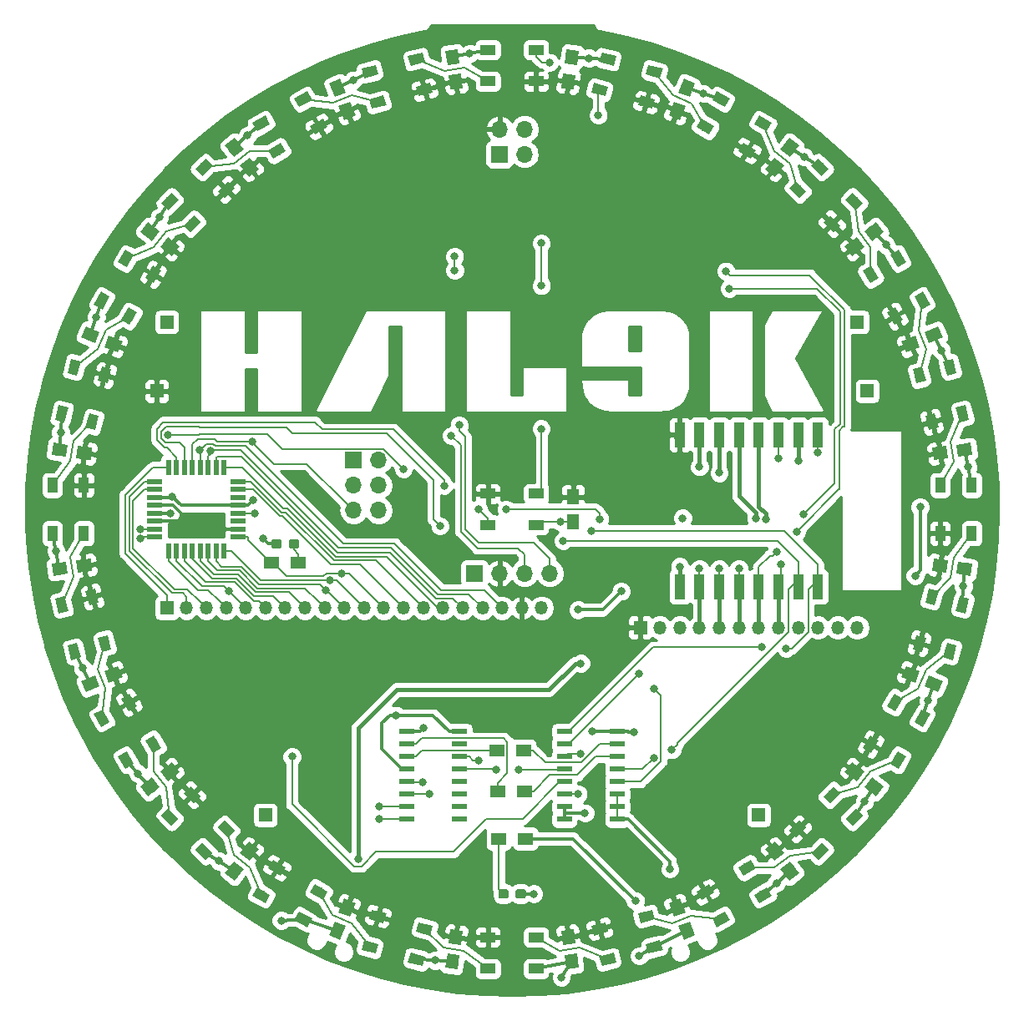
<source format=gtl>
G04 #@! TF.GenerationSoftware,KiCad,Pcbnew,(5.0.0)*
G04 #@! TF.CreationDate,2018-09-08T19:21:56+02:00*
G04 #@! TF.ProjectId,hal9k-badge,68616C396B2D62616467652E6B696361,rev?*
G04 #@! TF.SameCoordinates,PX5f5e100PY8f0d180*
G04 #@! TF.FileFunction,Copper,L1,Top,Signal*
G04 #@! TF.FilePolarity,Positive*
%FSLAX46Y46*%
G04 Gerber Fmt 4.6, Leading zero omitted, Abs format (unit mm)*
G04 Created by KiCad (PCBNEW (5.0.0)) date 09/08/18 19:21:56*
%MOMM*%
%LPD*%
G01*
G04 APERTURE LIST*
G04 #@! TA.AperFunction,SMDPad,CuDef*
%ADD10R,1.500000X0.600000*%
G04 #@! TD*
G04 #@! TA.AperFunction,SMDPad,CuDef*
%ADD11C,1.000000*%
G04 #@! TD*
G04 #@! TA.AperFunction,Conductor*
%ADD12C,0.100000*%
G04 #@! TD*
G04 #@! TA.AperFunction,SMDPad,CuDef*
%ADD13R,1.500000X1.000000*%
G04 #@! TD*
G04 #@! TA.AperFunction,SMDPad,CuDef*
%ADD14R,1.000000X1.500000*%
G04 #@! TD*
G04 #@! TA.AperFunction,SMDPad,CuDef*
%ADD15C,1.250000*%
G04 #@! TD*
G04 #@! TA.AperFunction,SMDPad,CuDef*
%ADD16R,1.250000X1.500000*%
G04 #@! TD*
G04 #@! TA.AperFunction,ComponentPad*
%ADD17O,1.700000X1.700000*%
G04 #@! TD*
G04 #@! TA.AperFunction,ComponentPad*
%ADD18R,1.700000X1.700000*%
G04 #@! TD*
G04 #@! TA.AperFunction,SMDPad,CuDef*
%ADD19R,1.500000X1.300000*%
G04 #@! TD*
G04 #@! TA.AperFunction,SMDPad,CuDef*
%ADD20R,1.600000X0.550000*%
G04 #@! TD*
G04 #@! TA.AperFunction,SMDPad,CuDef*
%ADD21R,0.550000X1.600000*%
G04 #@! TD*
G04 #@! TA.AperFunction,SMDPad,CuDef*
%ADD22C,0.950000*%
G04 #@! TD*
G04 #@! TA.AperFunction,SMDPad,CuDef*
%ADD23R,1.100000X2.500000*%
G04 #@! TD*
G04 #@! TA.AperFunction,ComponentPad*
%ADD24R,1.350000X1.350000*%
G04 #@! TD*
G04 #@! TA.AperFunction,ComponentPad*
%ADD25O,1.350000X1.350000*%
G04 #@! TD*
G04 #@! TA.AperFunction,ViaPad*
%ADD26C,0.800000*%
G04 #@! TD*
G04 #@! TA.AperFunction,Conductor*
%ADD27C,0.400000*%
G04 #@! TD*
G04 #@! TA.AperFunction,Conductor*
%ADD28C,0.300000*%
G04 #@! TD*
G04 #@! TA.AperFunction,Conductor*
%ADD29C,0.200000*%
G04 #@! TD*
G04 #@! TA.AperFunction,Conductor*
%ADD30C,0.254000*%
G04 #@! TD*
G04 #@! TA.AperFunction,NonConductor*
%ADD31C,0.254000*%
G04 #@! TD*
G04 APERTURE END LIST*
D10*
G04 #@! TO.P,U5,1*
G04 #@! TO.N,ESP_TX*
X55300000Y27445000D03*
G04 #@! TO.P,U5,2*
G04 #@! TO.N,ATMEGA_TX*
X55300000Y26175000D03*
G04 #@! TO.P,U5,3*
G04 #@! TO.N,CH340_ESP_DTR*
X55300000Y24905000D03*
G04 #@! TO.P,U5,4*
G04 #@! TO.N,CH340_DTR*
X55300000Y23635000D03*
G04 #@! TO.P,U5,5*
G04 #@! TO.N,CH340_ATMEGA_DTR*
X55300000Y22365000D03*
G04 #@! TO.P,U5,6*
G04 #@! TO.N,Net-(JP4-Pad2)*
X55300000Y21095000D03*
G04 #@! TO.P,U5,7*
G04 #@! TO.N,GND*
X55300000Y19825000D03*
G04 #@! TO.P,U5,8*
X55300000Y18555000D03*
G04 #@! TO.P,U5,9*
G04 #@! TO.N,Net-(S2-Pad2)*
X60700000Y18555000D03*
G04 #@! TO.P,U5,10*
X60700000Y19825000D03*
G04 #@! TO.P,U5,11*
X60700000Y21095000D03*
G04 #@! TO.P,U5,12*
G04 #@! TO.N,ATMEGA_RX*
X60700000Y22365000D03*
G04 #@! TO.P,U5,13*
G04 #@! TO.N,ESP_RX*
X60700000Y23635000D03*
G04 #@! TO.P,U5,14*
G04 #@! TO.N,CH340_TX*
X60700000Y24905000D03*
G04 #@! TO.P,U5,15*
G04 #@! TO.N,CH340_RX*
X60700000Y26175000D03*
G04 #@! TO.P,U5,16*
G04 #@! TO.N,+3V3*
X60700000Y27445000D03*
G04 #@! TD*
D11*
G04 #@! TO.P,D7,3*
G04 #@! TO.N,GND*
X95646250Y40305551D03*
D12*
G04 #@! TD*
G04 #@! TO.N,GND*
G04 #@! TO.C,D7*
G36*
X95935099Y39451697D02*
X94969173Y39710516D01*
X95357401Y41159405D01*
X96323327Y40900586D01*
X95935099Y39451697D01*
X95935099Y39451697D01*
G37*
D11*
G04 #@! TO.P,D7,4*
G04 #@! TO.N,Net-(D6-Pad2)*
X92555287Y41133772D03*
D12*
G04 #@! TD*
G04 #@! TO.N,Net-(D6-Pad2)*
G04 #@! TO.C,D7*
G36*
X92844136Y40279918D02*
X91878210Y40538737D01*
X92266438Y41987626D01*
X93232364Y41728807D01*
X92844136Y40279918D01*
X92844136Y40279918D01*
G37*
D11*
G04 #@! TO.P,D7,2*
G04 #@! TO.N,Net-(D7-Pad2)*
X94378037Y35572514D03*
D12*
G04 #@! TD*
G04 #@! TO.N,Net-(D7-Pad2)*
G04 #@! TO.C,D7*
G36*
X94666886Y34718660D02*
X93700960Y34977479D01*
X94089188Y36426368D01*
X95055114Y36167549D01*
X94666886Y34718660D01*
X94666886Y34718660D01*
G37*
D11*
G04 #@! TO.P,D7,1*
G04 #@! TO.N,+BATT*
X91287074Y36400735D03*
D12*
G04 #@! TD*
G04 #@! TO.N,+BATT*
G04 #@! TO.C,D7*
G36*
X91575923Y35546881D02*
X90609997Y35805700D01*
X90998225Y37254589D01*
X91964151Y36995770D01*
X91575923Y35546881D01*
X91575923Y35546881D01*
G37*
D11*
G04 #@! TO.P,D8,3*
G04 #@! TO.N,GND*
X91581784Y28821762D03*
D12*
G04 #@! TD*
G04 #@! TO.N,GND*
G04 #@! TO.C,D8*
G36*
X91639797Y27922243D02*
X90773771Y28422243D01*
X91523771Y29721281D01*
X92389797Y29221281D01*
X91639797Y27922243D01*
X91639797Y27922243D01*
G37*
D11*
G04 #@! TO.P,D8,4*
G04 #@! TO.N,Net-(D7-Pad2)*
X88810502Y30421762D03*
D12*
G04 #@! TD*
G04 #@! TO.N,Net-(D7-Pad2)*
G04 #@! TO.C,D8*
G36*
X88868515Y29522243D02*
X88002489Y30022243D01*
X88752489Y31321281D01*
X89618515Y30821281D01*
X88868515Y29522243D01*
X88868515Y29522243D01*
G37*
D11*
G04 #@! TO.P,D8,2*
G04 #@! TO.N,Net-(D8-Pad2)*
X89131784Y24578238D03*
D12*
G04 #@! TD*
G04 #@! TO.N,Net-(D8-Pad2)*
G04 #@! TO.C,D8*
G36*
X89189797Y23678719D02*
X88323771Y24178719D01*
X89073771Y25477757D01*
X89939797Y24977757D01*
X89189797Y23678719D01*
X89189797Y23678719D01*
G37*
D11*
G04 #@! TO.P,D8,1*
G04 #@! TO.N,+BATT*
X86360502Y26178238D03*
D12*
G04 #@! TD*
G04 #@! TO.N,+BATT*
G04 #@! TO.C,D8*
G36*
X86418515Y25278719D02*
X85552489Y25778719D01*
X86302489Y27077757D01*
X87168515Y26577757D01*
X86418515Y25278719D01*
X86418515Y25278719D01*
G37*
D11*
G04 #@! TO.P,D9,3*
G04 #@! TO.N,GND*
X84683587Y18781236D03*
D12*
G04 #@! TD*
G04 #@! TO.N,GND*
G04 #@! TO.C,D9*
G36*
X84506810Y17897353D02*
X83799704Y18604459D01*
X84860364Y19665119D01*
X85567470Y18958013D01*
X84506810Y17897353D01*
X84506810Y17897353D01*
G37*
D11*
G04 #@! TO.P,D9,4*
G04 #@! TO.N,Net-(D8-Pad2)*
X82420846Y21043977D03*
D12*
G04 #@! TD*
G04 #@! TO.N,Net-(D8-Pad2)*
G04 #@! TO.C,D9*
G36*
X82244069Y20160094D02*
X81536963Y20867200D01*
X82597623Y21927860D01*
X83304729Y21220754D01*
X82244069Y20160094D01*
X82244069Y20160094D01*
G37*
D11*
G04 #@! TO.P,D9,2*
G04 #@! TO.N,Net-(D10-Pad4)*
X81218764Y15316413D03*
D12*
G04 #@! TD*
G04 #@! TO.N,Net-(D10-Pad4)*
G04 #@! TO.C,D9*
G36*
X81041987Y14432530D02*
X80334881Y15139636D01*
X81395541Y16200296D01*
X82102647Y15493190D01*
X81041987Y14432530D01*
X81041987Y14432530D01*
G37*
D11*
G04 #@! TO.P,D9,1*
G04 #@! TO.N,+BATT*
X78956023Y17579154D03*
D12*
G04 #@! TD*
G04 #@! TO.N,+BATT*
G04 #@! TO.C,D9*
G36*
X78779246Y16695271D02*
X78072140Y17402377D01*
X79132800Y18463037D01*
X79839906Y17755931D01*
X78779246Y16695271D01*
X78779246Y16695271D01*
G37*
D11*
G04 #@! TO.P,D10,3*
G04 #@! TO.N,GND*
X75421762Y10868216D03*
D12*
G04 #@! TD*
G04 #@! TO.N,GND*
G04 #@! TO.C,D10*
G36*
X75022243Y10060203D02*
X74522243Y10926229D01*
X75821281Y11676229D01*
X76321281Y10810203D01*
X75022243Y10060203D01*
X75022243Y10060203D01*
G37*
D11*
G04 #@! TO.P,D10,4*
G04 #@! TO.N,Net-(D10-Pad4)*
X73821762Y13639498D03*
D12*
G04 #@! TD*
G04 #@! TO.N,Net-(D10-Pad4)*
G04 #@! TO.C,D10*
G36*
X73422243Y12831485D02*
X72922243Y13697511D01*
X74221281Y14447511D01*
X74721281Y13581485D01*
X73422243Y12831485D01*
X73422243Y12831485D01*
G37*
D11*
G04 #@! TO.P,D10,2*
G04 #@! TO.N,Net-(D10-Pad2)*
X71178238Y8418216D03*
D12*
G04 #@! TD*
G04 #@! TO.N,Net-(D10-Pad2)*
G04 #@! TO.C,D10*
G36*
X70778719Y7610203D02*
X70278719Y8476229D01*
X71577757Y9226229D01*
X72077757Y8360203D01*
X70778719Y7610203D01*
X70778719Y7610203D01*
G37*
D11*
G04 #@! TO.P,D10,1*
G04 #@! TO.N,+BATT*
X69578238Y11189498D03*
D12*
G04 #@! TD*
G04 #@! TO.N,+BATT*
G04 #@! TO.C,D10*
G36*
X69178719Y10381485D02*
X68678719Y11247511D01*
X69977757Y11997511D01*
X70477757Y11131485D01*
X69178719Y10381485D01*
X69178719Y10381485D01*
G37*
D11*
G04 #@! TO.P,D11,3*
G04 #@! TO.N,GND*
X64427486Y5621963D03*
D12*
G04 #@! TD*
G04 #@! TO.N,GND*
G04 #@! TO.C,D11*
G36*
X63832451Y4944886D02*
X63573632Y5910812D01*
X65022521Y6299040D01*
X65281340Y5333114D01*
X63832451Y4944886D01*
X63832451Y4944886D01*
G37*
D11*
G04 #@! TO.P,D11,4*
G04 #@! TO.N,Net-(D10-Pad2)*
X63599265Y8712926D03*
D12*
G04 #@! TD*
G04 #@! TO.N,Net-(D10-Pad2)*
G04 #@! TO.C,D11*
G36*
X63004230Y8035849D02*
X62745411Y9001775D01*
X64194300Y9390003D01*
X64453119Y8424077D01*
X63004230Y8035849D01*
X63004230Y8035849D01*
G37*
D11*
G04 #@! TO.P,D11,2*
G04 #@! TO.N,Net-(D11-Pad2)*
X59694449Y4353750D03*
D12*
G04 #@! TD*
G04 #@! TO.N,Net-(D11-Pad2)*
G04 #@! TO.C,D11*
G36*
X59099414Y3676673D02*
X58840595Y4642599D01*
X60289484Y5030827D01*
X60548303Y4064901D01*
X59099414Y3676673D01*
X59099414Y3676673D01*
G37*
D11*
G04 #@! TO.P,D11,1*
G04 #@! TO.N,+BATT*
X58866228Y7444713D03*
D12*
G04 #@! TD*
G04 #@! TO.N,+BATT*
G04 #@! TO.C,D11*
G36*
X58271193Y6767636D02*
X58012374Y7733562D01*
X59461263Y8121790D01*
X59720082Y7155864D01*
X58271193Y6767636D01*
X58271193Y6767636D01*
G37*
D13*
G04 #@! TO.P,D12,3*
G04 #@! TO.N,GND*
X52450000Y3400000D03*
G04 #@! TO.P,D12,4*
G04 #@! TO.N,Net-(D11-Pad2)*
X52450000Y6600000D03*
G04 #@! TO.P,D12,2*
G04 #@! TO.N,Net-(D12-Pad2)*
X47550000Y3400000D03*
G04 #@! TO.P,D12,1*
G04 #@! TO.N,+BATT*
X47550000Y6600000D03*
G04 #@! TD*
D11*
G04 #@! TO.P,D13,3*
G04 #@! TO.N,GND*
X40305551Y4353750D03*
D12*
G04 #@! TD*
G04 #@! TO.N,GND*
G04 #@! TO.C,D13*
G36*
X39451697Y4064901D02*
X39710516Y5030827D01*
X41159405Y4642599D01*
X40900586Y3676673D01*
X39451697Y4064901D01*
X39451697Y4064901D01*
G37*
D11*
G04 #@! TO.P,D13,4*
G04 #@! TO.N,Net-(D12-Pad2)*
X41133772Y7444713D03*
D12*
G04 #@! TD*
G04 #@! TO.N,Net-(D12-Pad2)*
G04 #@! TO.C,D13*
G36*
X40279918Y7155864D02*
X40538737Y8121790D01*
X41987626Y7733562D01*
X41728807Y6767636D01*
X40279918Y7155864D01*
X40279918Y7155864D01*
G37*
D11*
G04 #@! TO.P,D13,2*
G04 #@! TO.N,Net-(D13-Pad2)*
X35572514Y5621963D03*
D12*
G04 #@! TD*
G04 #@! TO.N,Net-(D13-Pad2)*
G04 #@! TO.C,D13*
G36*
X34718660Y5333114D02*
X34977479Y6299040D01*
X36426368Y5910812D01*
X36167549Y4944886D01*
X34718660Y5333114D01*
X34718660Y5333114D01*
G37*
D11*
G04 #@! TO.P,D13,1*
G04 #@! TO.N,+BATT*
X36400735Y8712926D03*
D12*
G04 #@! TD*
G04 #@! TO.N,+BATT*
G04 #@! TO.C,D13*
G36*
X35546881Y8424077D02*
X35805700Y9390003D01*
X37254589Y9001775D01*
X36995770Y8035849D01*
X35546881Y8424077D01*
X35546881Y8424077D01*
G37*
D11*
G04 #@! TO.P,D14,3*
G04 #@! TO.N,GND*
X28821762Y8418216D03*
D12*
G04 #@! TD*
G04 #@! TO.N,GND*
G04 #@! TO.C,D14*
G36*
X27922243Y8360203D02*
X28422243Y9226229D01*
X29721281Y8476229D01*
X29221281Y7610203D01*
X27922243Y8360203D01*
X27922243Y8360203D01*
G37*
D11*
G04 #@! TO.P,D14,4*
G04 #@! TO.N,Net-(D13-Pad2)*
X30421762Y11189498D03*
D12*
G04 #@! TD*
G04 #@! TO.N,Net-(D13-Pad2)*
G04 #@! TO.C,D14*
G36*
X29522243Y11131485D02*
X30022243Y11997511D01*
X31321281Y11247511D01*
X30821281Y10381485D01*
X29522243Y11131485D01*
X29522243Y11131485D01*
G37*
D11*
G04 #@! TO.P,D14,2*
G04 #@! TO.N,Net-(D14-Pad2)*
X24578238Y10868216D03*
D12*
G04 #@! TD*
G04 #@! TO.N,Net-(D14-Pad2)*
G04 #@! TO.C,D14*
G36*
X23678719Y10810203D02*
X24178719Y11676229D01*
X25477757Y10926229D01*
X24977757Y10060203D01*
X23678719Y10810203D01*
X23678719Y10810203D01*
G37*
D11*
G04 #@! TO.P,D14,1*
G04 #@! TO.N,+BATT*
X26178238Y13639498D03*
D12*
G04 #@! TD*
G04 #@! TO.N,+BATT*
G04 #@! TO.C,D14*
G36*
X25278719Y13581485D02*
X25778719Y14447511D01*
X27077757Y13697511D01*
X26577757Y12831485D01*
X25278719Y13581485D01*
X25278719Y13581485D01*
G37*
D11*
G04 #@! TO.P,D15,3*
G04 #@! TO.N,GND*
X18781236Y15316413D03*
D12*
G04 #@! TD*
G04 #@! TO.N,GND*
G04 #@! TO.C,D15*
G36*
X17897353Y15493190D02*
X18604459Y16200296D01*
X19665119Y15139636D01*
X18958013Y14432530D01*
X17897353Y15493190D01*
X17897353Y15493190D01*
G37*
D11*
G04 #@! TO.P,D15,4*
G04 #@! TO.N,Net-(D14-Pad2)*
X21043977Y17579154D03*
D12*
G04 #@! TD*
G04 #@! TO.N,Net-(D14-Pad2)*
G04 #@! TO.C,D15*
G36*
X20160094Y17755931D02*
X20867200Y18463037D01*
X21927860Y17402377D01*
X21220754Y16695271D01*
X20160094Y17755931D01*
X20160094Y17755931D01*
G37*
D11*
G04 #@! TO.P,D15,2*
G04 #@! TO.N,Net-(D15-Pad2)*
X15316413Y18781236D03*
D12*
G04 #@! TD*
G04 #@! TO.N,Net-(D15-Pad2)*
G04 #@! TO.C,D15*
G36*
X14432530Y18958013D02*
X15139636Y19665119D01*
X16200296Y18604459D01*
X15493190Y17897353D01*
X14432530Y18958013D01*
X14432530Y18958013D01*
G37*
D11*
G04 #@! TO.P,D15,1*
G04 #@! TO.N,+BATT*
X17579154Y21043977D03*
D12*
G04 #@! TD*
G04 #@! TO.N,+BATT*
G04 #@! TO.C,D15*
G36*
X16695271Y21220754D02*
X17402377Y21927860D01*
X18463037Y20867200D01*
X17755931Y20160094D01*
X16695271Y21220754D01*
X16695271Y21220754D01*
G37*
D11*
G04 #@! TO.P,D16,3*
G04 #@! TO.N,GND*
X10868216Y24578238D03*
D12*
G04 #@! TD*
G04 #@! TO.N,GND*
G04 #@! TO.C,D16*
G36*
X10060203Y24977757D02*
X10926229Y25477757D01*
X11676229Y24178719D01*
X10810203Y23678719D01*
X10060203Y24977757D01*
X10060203Y24977757D01*
G37*
D11*
G04 #@! TO.P,D16,4*
G04 #@! TO.N,Net-(D15-Pad2)*
X13639498Y26178238D03*
D12*
G04 #@! TD*
G04 #@! TO.N,Net-(D15-Pad2)*
G04 #@! TO.C,D16*
G36*
X12831485Y26577757D02*
X13697511Y27077757D01*
X14447511Y25778719D01*
X13581485Y25278719D01*
X12831485Y26577757D01*
X12831485Y26577757D01*
G37*
D11*
G04 #@! TO.P,D16,2*
G04 #@! TO.N,Net-(D16-Pad2)*
X8418216Y28821762D03*
D12*
G04 #@! TD*
G04 #@! TO.N,Net-(D16-Pad2)*
G04 #@! TO.C,D16*
G36*
X7610203Y29221281D02*
X8476229Y29721281D01*
X9226229Y28422243D01*
X8360203Y27922243D01*
X7610203Y29221281D01*
X7610203Y29221281D01*
G37*
D11*
G04 #@! TO.P,D16,1*
G04 #@! TO.N,+BATT*
X11189498Y30421762D03*
D12*
G04 #@! TD*
G04 #@! TO.N,+BATT*
G04 #@! TO.C,D16*
G36*
X10381485Y30821281D02*
X11247511Y31321281D01*
X11997511Y30022243D01*
X11131485Y29522243D01*
X10381485Y30821281D01*
X10381485Y30821281D01*
G37*
D11*
G04 #@! TO.P,D17,3*
G04 #@! TO.N,GND*
X5621963Y35572514D03*
D12*
G04 #@! TD*
G04 #@! TO.N,GND*
G04 #@! TO.C,D17*
G36*
X4944886Y36167549D02*
X5910812Y36426368D01*
X6299040Y34977479D01*
X5333114Y34718660D01*
X4944886Y36167549D01*
X4944886Y36167549D01*
G37*
D11*
G04 #@! TO.P,D17,4*
G04 #@! TO.N,Net-(D16-Pad2)*
X8712926Y36400735D03*
D12*
G04 #@! TD*
G04 #@! TO.N,Net-(D16-Pad2)*
G04 #@! TO.C,D17*
G36*
X8035849Y36995770D02*
X9001775Y37254589D01*
X9390003Y35805700D01*
X8424077Y35546881D01*
X8035849Y36995770D01*
X8035849Y36995770D01*
G37*
D11*
G04 #@! TO.P,D17,2*
G04 #@! TO.N,Net-(D17-Pad2)*
X4353750Y40305551D03*
D12*
G04 #@! TD*
G04 #@! TO.N,Net-(D17-Pad2)*
G04 #@! TO.C,D17*
G36*
X3676673Y40900586D02*
X4642599Y41159405D01*
X5030827Y39710516D01*
X4064901Y39451697D01*
X3676673Y40900586D01*
X3676673Y40900586D01*
G37*
D11*
G04 #@! TO.P,D17,1*
G04 #@! TO.N,+BATT*
X7444713Y41133772D03*
D12*
G04 #@! TD*
G04 #@! TO.N,+BATT*
G04 #@! TO.C,D17*
G36*
X6767636Y41728807D02*
X7733562Y41987626D01*
X8121790Y40538737D01*
X7155864Y40279918D01*
X6767636Y41728807D01*
X6767636Y41728807D01*
G37*
D14*
G04 #@! TO.P,D18,3*
G04 #@! TO.N,GND*
X3400000Y47550000D03*
G04 #@! TO.P,D18,4*
G04 #@! TO.N,Net-(D17-Pad2)*
X6600000Y47550000D03*
G04 #@! TO.P,D18,2*
G04 #@! TO.N,Net-(D18-Pad2)*
X3400000Y52450000D03*
G04 #@! TO.P,D18,1*
G04 #@! TO.N,+BATT*
X6600000Y52450000D03*
G04 #@! TD*
D11*
G04 #@! TO.P,D19,3*
G04 #@! TO.N,GND*
X4353750Y59694449D03*
D12*
G04 #@! TD*
G04 #@! TO.N,GND*
G04 #@! TO.C,D19*
G36*
X4064901Y60548303D02*
X5030827Y60289484D01*
X4642599Y58840595D01*
X3676673Y59099414D01*
X4064901Y60548303D01*
X4064901Y60548303D01*
G37*
D11*
G04 #@! TO.P,D19,4*
G04 #@! TO.N,Net-(D18-Pad2)*
X7444713Y58866228D03*
D12*
G04 #@! TD*
G04 #@! TO.N,Net-(D18-Pad2)*
G04 #@! TO.C,D19*
G36*
X7155864Y59720082D02*
X8121790Y59461263D01*
X7733562Y58012374D01*
X6767636Y58271193D01*
X7155864Y59720082D01*
X7155864Y59720082D01*
G37*
D11*
G04 #@! TO.P,D19,2*
G04 #@! TO.N,Net-(D19-Pad2)*
X5621963Y64427486D03*
D12*
G04 #@! TD*
G04 #@! TO.N,Net-(D19-Pad2)*
G04 #@! TO.C,D19*
G36*
X5333114Y65281340D02*
X6299040Y65022521D01*
X5910812Y63573632D01*
X4944886Y63832451D01*
X5333114Y65281340D01*
X5333114Y65281340D01*
G37*
D11*
G04 #@! TO.P,D19,1*
G04 #@! TO.N,+BATT*
X8712926Y63599265D03*
D12*
G04 #@! TD*
G04 #@! TO.N,+BATT*
G04 #@! TO.C,D19*
G36*
X8424077Y64453119D02*
X9390003Y64194300D01*
X9001775Y62745411D01*
X8035849Y63004230D01*
X8424077Y64453119D01*
X8424077Y64453119D01*
G37*
D11*
G04 #@! TO.P,D20,3*
G04 #@! TO.N,GND*
X8418216Y71178238D03*
D12*
G04 #@! TD*
G04 #@! TO.N,GND*
G04 #@! TO.C,D20*
G36*
X8360203Y72077757D02*
X9226229Y71577757D01*
X8476229Y70278719D01*
X7610203Y70778719D01*
X8360203Y72077757D01*
X8360203Y72077757D01*
G37*
D11*
G04 #@! TO.P,D20,4*
G04 #@! TO.N,Net-(D19-Pad2)*
X11189498Y69578238D03*
D12*
G04 #@! TD*
G04 #@! TO.N,Net-(D19-Pad2)*
G04 #@! TO.C,D20*
G36*
X11131485Y70477757D02*
X11997511Y69977757D01*
X11247511Y68678719D01*
X10381485Y69178719D01*
X11131485Y70477757D01*
X11131485Y70477757D01*
G37*
D11*
G04 #@! TO.P,D20,2*
G04 #@! TO.N,Net-(D20-Pad2)*
X10868216Y75421762D03*
D12*
G04 #@! TD*
G04 #@! TO.N,Net-(D20-Pad2)*
G04 #@! TO.C,D20*
G36*
X10810203Y76321281D02*
X11676229Y75821281D01*
X10926229Y74522243D01*
X10060203Y75022243D01*
X10810203Y76321281D01*
X10810203Y76321281D01*
G37*
D11*
G04 #@! TO.P,D20,1*
G04 #@! TO.N,+BATT*
X13639498Y73821762D03*
D12*
G04 #@! TD*
G04 #@! TO.N,+BATT*
G04 #@! TO.C,D20*
G36*
X13581485Y74721281D02*
X14447511Y74221281D01*
X13697511Y72922243D01*
X12831485Y73422243D01*
X13581485Y74721281D01*
X13581485Y74721281D01*
G37*
D11*
G04 #@! TO.P,D21,3*
G04 #@! TO.N,GND*
X15316413Y81218764D03*
D12*
G04 #@! TD*
G04 #@! TO.N,GND*
G04 #@! TO.C,D21*
G36*
X15493190Y82102647D02*
X16200296Y81395541D01*
X15139636Y80334881D01*
X14432530Y81041987D01*
X15493190Y82102647D01*
X15493190Y82102647D01*
G37*
D11*
G04 #@! TO.P,D21,4*
G04 #@! TO.N,Net-(D20-Pad2)*
X17579154Y78956023D03*
D12*
G04 #@! TD*
G04 #@! TO.N,Net-(D20-Pad2)*
G04 #@! TO.C,D21*
G36*
X17755931Y79839906D02*
X18463037Y79132800D01*
X17402377Y78072140D01*
X16695271Y78779246D01*
X17755931Y79839906D01*
X17755931Y79839906D01*
G37*
D11*
G04 #@! TO.P,D21,2*
G04 #@! TO.N,Net-(D21-Pad2)*
X18781236Y84683587D03*
D12*
G04 #@! TD*
G04 #@! TO.N,Net-(D21-Pad2)*
G04 #@! TO.C,D21*
G36*
X18958013Y85567470D02*
X19665119Y84860364D01*
X18604459Y83799704D01*
X17897353Y84506810D01*
X18958013Y85567470D01*
X18958013Y85567470D01*
G37*
D11*
G04 #@! TO.P,D21,1*
G04 #@! TO.N,+BATT*
X21043977Y82420846D03*
D12*
G04 #@! TD*
G04 #@! TO.N,+BATT*
G04 #@! TO.C,D21*
G36*
X21220754Y83304729D02*
X21927860Y82597623D01*
X20867200Y81536963D01*
X20160094Y82244069D01*
X21220754Y83304729D01*
X21220754Y83304729D01*
G37*
D11*
G04 #@! TO.P,D22,3*
G04 #@! TO.N,GND*
X24578238Y89131784D03*
D12*
G04 #@! TD*
G04 #@! TO.N,GND*
G04 #@! TO.C,D22*
G36*
X24977757Y89939797D02*
X25477757Y89073771D01*
X24178719Y88323771D01*
X23678719Y89189797D01*
X24977757Y89939797D01*
X24977757Y89939797D01*
G37*
D11*
G04 #@! TO.P,D22,4*
G04 #@! TO.N,Net-(D21-Pad2)*
X26178238Y86360502D03*
D12*
G04 #@! TD*
G04 #@! TO.N,Net-(D21-Pad2)*
G04 #@! TO.C,D22*
G36*
X26577757Y87168515D02*
X27077757Y86302489D01*
X25778719Y85552489D01*
X25278719Y86418515D01*
X26577757Y87168515D01*
X26577757Y87168515D01*
G37*
D11*
G04 #@! TO.P,D22,2*
G04 #@! TO.N,Net-(D22-Pad2)*
X28821762Y91581784D03*
D12*
G04 #@! TD*
G04 #@! TO.N,Net-(D22-Pad2)*
G04 #@! TO.C,D22*
G36*
X29221281Y92389797D02*
X29721281Y91523771D01*
X28422243Y90773771D01*
X27922243Y91639797D01*
X29221281Y92389797D01*
X29221281Y92389797D01*
G37*
D11*
G04 #@! TO.P,D22,1*
G04 #@! TO.N,+BATT*
X30421762Y88810502D03*
D12*
G04 #@! TD*
G04 #@! TO.N,+BATT*
G04 #@! TO.C,D22*
G36*
X30821281Y89618515D02*
X31321281Y88752489D01*
X30022243Y88002489D01*
X29522243Y88868515D01*
X30821281Y89618515D01*
X30821281Y89618515D01*
G37*
D11*
G04 #@! TO.P,D23,3*
G04 #@! TO.N,GND*
X35572514Y94378037D03*
D12*
G04 #@! TD*
G04 #@! TO.N,GND*
G04 #@! TO.C,D23*
G36*
X36167549Y95055114D02*
X36426368Y94089188D01*
X34977479Y93700960D01*
X34718660Y94666886D01*
X36167549Y95055114D01*
X36167549Y95055114D01*
G37*
D11*
G04 #@! TO.P,D23,4*
G04 #@! TO.N,Net-(D22-Pad2)*
X36400735Y91287074D03*
D12*
G04 #@! TD*
G04 #@! TO.N,Net-(D22-Pad2)*
G04 #@! TO.C,D23*
G36*
X36995770Y91964151D02*
X37254589Y90998225D01*
X35805700Y90609997D01*
X35546881Y91575923D01*
X36995770Y91964151D01*
X36995770Y91964151D01*
G37*
D11*
G04 #@! TO.P,D23,2*
G04 #@! TO.N,Net-(D23-Pad2)*
X40305551Y95646250D03*
D12*
G04 #@! TD*
G04 #@! TO.N,Net-(D23-Pad2)*
G04 #@! TO.C,D23*
G36*
X40900586Y96323327D02*
X41159405Y95357401D01*
X39710516Y94969173D01*
X39451697Y95935099D01*
X40900586Y96323327D01*
X40900586Y96323327D01*
G37*
D11*
G04 #@! TO.P,D23,1*
G04 #@! TO.N,+BATT*
X41133772Y92555287D03*
D12*
G04 #@! TD*
G04 #@! TO.N,+BATT*
G04 #@! TO.C,D23*
G36*
X41728807Y93232364D02*
X41987626Y92266438D01*
X40538737Y91878210D01*
X40279918Y92844136D01*
X41728807Y93232364D01*
X41728807Y93232364D01*
G37*
D13*
G04 #@! TO.P,D24,3*
G04 #@! TO.N,GND*
X47550000Y96600000D03*
G04 #@! TO.P,D24,4*
G04 #@! TO.N,Net-(D23-Pad2)*
X47550000Y93400000D03*
G04 #@! TO.P,D24,2*
G04 #@! TO.N,Net-(D24-Pad2)*
X52450000Y96600000D03*
G04 #@! TO.P,D24,1*
G04 #@! TO.N,+BATT*
X52450000Y93400000D03*
G04 #@! TD*
D11*
G04 #@! TO.P,D1,3*
G04 #@! TO.N,GND*
X59694449Y95646250D03*
D12*
G04 #@! TD*
G04 #@! TO.N,GND*
G04 #@! TO.C,D1*
G36*
X60548303Y95935099D02*
X60289484Y94969173D01*
X58840595Y95357401D01*
X59099414Y96323327D01*
X60548303Y95935099D01*
X60548303Y95935099D01*
G37*
D11*
G04 #@! TO.P,D1,4*
G04 #@! TO.N,WS2812B_Din*
X58866228Y92555287D03*
D12*
G04 #@! TD*
G04 #@! TO.N,WS2812B_Din*
G04 #@! TO.C,D1*
G36*
X59720082Y92844136D02*
X59461263Y91878210D01*
X58012374Y92266438D01*
X58271193Y93232364D01*
X59720082Y92844136D01*
X59720082Y92844136D01*
G37*
D11*
G04 #@! TO.P,D1,2*
G04 #@! TO.N,Net-(D1-Pad2)*
X64427486Y94378037D03*
D12*
G04 #@! TD*
G04 #@! TO.N,Net-(D1-Pad2)*
G04 #@! TO.C,D1*
G36*
X65281340Y94666886D02*
X65022521Y93700960D01*
X63573632Y94089188D01*
X63832451Y95055114D01*
X65281340Y94666886D01*
X65281340Y94666886D01*
G37*
D11*
G04 #@! TO.P,D1,1*
G04 #@! TO.N,+BATT*
X63599265Y91287074D03*
D12*
G04 #@! TD*
G04 #@! TO.N,+BATT*
G04 #@! TO.C,D1*
G36*
X64453119Y91575923D02*
X64194300Y90609997D01*
X62745411Y90998225D01*
X63004230Y91964151D01*
X64453119Y91575923D01*
X64453119Y91575923D01*
G37*
D11*
G04 #@! TO.P,D2,3*
G04 #@! TO.N,GND*
X71178238Y91581784D03*
D12*
G04 #@! TD*
G04 #@! TO.N,GND*
G04 #@! TO.C,D2*
G36*
X72077757Y91639797D02*
X71577757Y90773771D01*
X70278719Y91523771D01*
X70778719Y92389797D01*
X72077757Y91639797D01*
X72077757Y91639797D01*
G37*
D11*
G04 #@! TO.P,D2,4*
G04 #@! TO.N,Net-(D1-Pad2)*
X69578238Y88810502D03*
D12*
G04 #@! TD*
G04 #@! TO.N,Net-(D1-Pad2)*
G04 #@! TO.C,D2*
G36*
X70477757Y88868515D02*
X69977757Y88002489D01*
X68678719Y88752489D01*
X69178719Y89618515D01*
X70477757Y88868515D01*
X70477757Y88868515D01*
G37*
D11*
G04 #@! TO.P,D2,2*
G04 #@! TO.N,Net-(D2-Pad2)*
X75421762Y89131784D03*
D12*
G04 #@! TD*
G04 #@! TO.N,Net-(D2-Pad2)*
G04 #@! TO.C,D2*
G36*
X76321281Y89189797D02*
X75821281Y88323771D01*
X74522243Y89073771D01*
X75022243Y89939797D01*
X76321281Y89189797D01*
X76321281Y89189797D01*
G37*
D11*
G04 #@! TO.P,D2,1*
G04 #@! TO.N,+BATT*
X73821762Y86360502D03*
D12*
G04 #@! TD*
G04 #@! TO.N,+BATT*
G04 #@! TO.C,D2*
G36*
X74721281Y86418515D02*
X74221281Y85552489D01*
X72922243Y86302489D01*
X73422243Y87168515D01*
X74721281Y86418515D01*
X74721281Y86418515D01*
G37*
D11*
G04 #@! TO.P,D3,3*
G04 #@! TO.N,GND*
X81218764Y84683587D03*
D12*
G04 #@! TD*
G04 #@! TO.N,GND*
G04 #@! TO.C,D3*
G36*
X82102647Y84506810D02*
X81395541Y83799704D01*
X80334881Y84860364D01*
X81041987Y85567470D01*
X82102647Y84506810D01*
X82102647Y84506810D01*
G37*
D11*
G04 #@! TO.P,D3,4*
G04 #@! TO.N,Net-(D2-Pad2)*
X78956023Y82420846D03*
D12*
G04 #@! TD*
G04 #@! TO.N,Net-(D2-Pad2)*
G04 #@! TO.C,D3*
G36*
X79839906Y82244069D02*
X79132800Y81536963D01*
X78072140Y82597623D01*
X78779246Y83304729D01*
X79839906Y82244069D01*
X79839906Y82244069D01*
G37*
D11*
G04 #@! TO.P,D3,2*
G04 #@! TO.N,Net-(D3-Pad2)*
X84683587Y81218764D03*
D12*
G04 #@! TD*
G04 #@! TO.N,Net-(D3-Pad2)*
G04 #@! TO.C,D3*
G36*
X85567470Y81041987D02*
X84860364Y80334881D01*
X83799704Y81395541D01*
X84506810Y82102647D01*
X85567470Y81041987D01*
X85567470Y81041987D01*
G37*
D11*
G04 #@! TO.P,D3,1*
G04 #@! TO.N,+BATT*
X82420846Y78956023D03*
D12*
G04 #@! TD*
G04 #@! TO.N,+BATT*
G04 #@! TO.C,D3*
G36*
X83304729Y78779246D02*
X82597623Y78072140D01*
X81536963Y79132800D01*
X82244069Y79839906D01*
X83304729Y78779246D01*
X83304729Y78779246D01*
G37*
D11*
G04 #@! TO.P,D4,3*
G04 #@! TO.N,GND*
X89131784Y75421762D03*
D12*
G04 #@! TD*
G04 #@! TO.N,GND*
G04 #@! TO.C,D4*
G36*
X89939797Y75022243D02*
X89073771Y74522243D01*
X88323771Y75821281D01*
X89189797Y76321281D01*
X89939797Y75022243D01*
X89939797Y75022243D01*
G37*
D11*
G04 #@! TO.P,D4,4*
G04 #@! TO.N,Net-(D3-Pad2)*
X86360502Y73821762D03*
D12*
G04 #@! TD*
G04 #@! TO.N,Net-(D3-Pad2)*
G04 #@! TO.C,D4*
G36*
X87168515Y73422243D02*
X86302489Y72922243D01*
X85552489Y74221281D01*
X86418515Y74721281D01*
X87168515Y73422243D01*
X87168515Y73422243D01*
G37*
D11*
G04 #@! TO.P,D4,2*
G04 #@! TO.N,Net-(D4-Pad2)*
X91581784Y71178238D03*
D12*
G04 #@! TD*
G04 #@! TO.N,Net-(D4-Pad2)*
G04 #@! TO.C,D4*
G36*
X92389797Y70778719D02*
X91523771Y70278719D01*
X90773771Y71577757D01*
X91639797Y72077757D01*
X92389797Y70778719D01*
X92389797Y70778719D01*
G37*
D11*
G04 #@! TO.P,D4,1*
G04 #@! TO.N,+BATT*
X88810502Y69578238D03*
D12*
G04 #@! TD*
G04 #@! TO.N,+BATT*
G04 #@! TO.C,D4*
G36*
X89618515Y69178719D02*
X88752489Y68678719D01*
X88002489Y69977757D01*
X88868515Y70477757D01*
X89618515Y69178719D01*
X89618515Y69178719D01*
G37*
D11*
G04 #@! TO.P,D5,3*
G04 #@! TO.N,GND*
X94378037Y64427486D03*
D12*
G04 #@! TD*
G04 #@! TO.N,GND*
G04 #@! TO.C,D5*
G36*
X95055114Y63832451D02*
X94089188Y63573632D01*
X93700960Y65022521D01*
X94666886Y65281340D01*
X95055114Y63832451D01*
X95055114Y63832451D01*
G37*
D11*
G04 #@! TO.P,D5,4*
G04 #@! TO.N,Net-(D4-Pad2)*
X91287074Y63599265D03*
D12*
G04 #@! TD*
G04 #@! TO.N,Net-(D4-Pad2)*
G04 #@! TO.C,D5*
G36*
X91964151Y63004230D02*
X90998225Y62745411D01*
X90609997Y64194300D01*
X91575923Y64453119D01*
X91964151Y63004230D01*
X91964151Y63004230D01*
G37*
D11*
G04 #@! TO.P,D5,2*
G04 #@! TO.N,Net-(D5-Pad2)*
X95646250Y59694449D03*
D12*
G04 #@! TD*
G04 #@! TO.N,Net-(D5-Pad2)*
G04 #@! TO.C,D5*
G36*
X96323327Y59099414D02*
X95357401Y58840595D01*
X94969173Y60289484D01*
X95935099Y60548303D01*
X96323327Y59099414D01*
X96323327Y59099414D01*
G37*
D11*
G04 #@! TO.P,D5,1*
G04 #@! TO.N,+BATT*
X92555287Y58866228D03*
D12*
G04 #@! TD*
G04 #@! TO.N,+BATT*
G04 #@! TO.C,D5*
G36*
X93232364Y58271193D02*
X92266438Y58012374D01*
X91878210Y59461263D01*
X92844136Y59720082D01*
X93232364Y58271193D01*
X93232364Y58271193D01*
G37*
D14*
G04 #@! TO.P,D6,3*
G04 #@! TO.N,GND*
X96600000Y52450000D03*
G04 #@! TO.P,D6,4*
G04 #@! TO.N,Net-(D5-Pad2)*
X93400000Y52450000D03*
G04 #@! TO.P,D6,2*
G04 #@! TO.N,Net-(D6-Pad2)*
X96600000Y47550000D03*
G04 #@! TO.P,D6,1*
G04 #@! TO.N,+BATT*
X93400000Y47550000D03*
G04 #@! TD*
D13*
G04 #@! TO.P,D25,3*
G04 #@! TO.N,GND*
X52450000Y48400000D03*
G04 #@! TO.P,D25,4*
G04 #@! TO.N,Net-(D24-Pad2)*
X52450000Y51600000D03*
G04 #@! TO.P,D25,2*
G04 #@! TO.N,Net-(D25-Pad2)*
X47550000Y48400000D03*
G04 #@! TO.P,D25,1*
G04 #@! TO.N,+BATT*
X47550000Y51600000D03*
G04 #@! TD*
D15*
G04 #@! TO.P,C18,1*
G04 #@! TO.N,+BATT*
X90419729Y33257600D03*
D12*
G04 #@! TD*
G04 #@! TO.N,+BATT*
G04 #@! TO.C,C18*
G36*
X89487642Y32967188D02*
X89965996Y34122037D01*
X91351816Y33548012D01*
X90873462Y32393163D01*
X89487642Y32967188D01*
X89487642Y32967188D01*
G37*
D15*
G04 #@! TO.P,C18,2*
G04 #@! TO.N,GND*
X92729427Y32300892D03*
D12*
G04 #@! TD*
G04 #@! TO.N,GND*
G04 #@! TO.C,C18*
G36*
X91797340Y32010480D02*
X92275694Y33165329D01*
X93661514Y32591304D01*
X93183160Y31436455D01*
X91797340Y32010480D01*
X91797340Y32010480D01*
G37*
D15*
G04 #@! TO.P,C19,1*
G04 #@! TO.N,+BATT*
X84709208Y23366689D03*
D12*
G04 #@! TD*
G04 #@! TO.N,+BATT*
G04 #@! TO.C,C19*
G36*
X83733717Y23327414D02*
X84494669Y24319106D01*
X85684699Y23405964D01*
X84923747Y22414272D01*
X83733717Y23327414D01*
X83733717Y23327414D01*
G37*
D15*
G04 #@! TO.P,C19,2*
G04 #@! TO.N,GND*
X86692592Y21844785D03*
D12*
G04 #@! TD*
G04 #@! TO.N,GND*
G04 #@! TO.C,C19*
G36*
X85717101Y21805510D02*
X86478053Y22797202D01*
X87668083Y21884060D01*
X86907131Y20892368D01*
X85717101Y21805510D01*
X85717101Y21805510D01*
G37*
D15*
G04 #@! TO.P,C20,1*
G04 #@! TO.N,+BATT*
X76633312Y15290793D03*
D12*
G04 #@! TD*
G04 #@! TO.N,+BATT*
G04 #@! TO.C,C20*
G36*
X75680895Y15505332D02*
X76672587Y16266284D01*
X77585729Y15076254D01*
X76594037Y14315302D01*
X75680895Y15505332D01*
X75680895Y15505332D01*
G37*
D15*
G04 #@! TO.P,C20,2*
G04 #@! TO.N,GND*
X78155216Y13307409D03*
D12*
G04 #@! TD*
G04 #@! TO.N,GND*
G04 #@! TO.C,C20*
G36*
X77202799Y13521948D02*
X78194491Y14282900D01*
X79107633Y13092870D01*
X78115941Y12331918D01*
X77202799Y13521948D01*
X77202799Y13521948D01*
G37*
D15*
G04 #@! TO.P,C21,1*
G04 #@! TO.N,+BATT*
X66742401Y9580271D03*
D12*
G04 #@! TD*
G04 #@! TO.N,+BATT*
G04 #@! TO.C,C21*
G36*
X65877964Y10034004D02*
X67032813Y10512358D01*
X67606838Y9126538D01*
X66451989Y8648184D01*
X65877964Y10034004D01*
X65877964Y10034004D01*
G37*
D15*
G04 #@! TO.P,C21,2*
G04 #@! TO.N,GND*
X67699109Y7270573D03*
D12*
G04 #@! TD*
G04 #@! TO.N,GND*
G04 #@! TO.C,C21*
G36*
X66834672Y7724306D02*
X67989521Y8202660D01*
X68563546Y6816840D01*
X67408697Y6338486D01*
X66834672Y7724306D01*
X66834672Y7724306D01*
G37*
D15*
G04 #@! TO.P,C22,1*
G04 #@! TO.N,+BATT*
X55710521Y6624288D03*
D12*
G04 #@! TD*
G04 #@! TO.N,+BATT*
G04 #@! TO.C,C22*
G36*
X54992973Y7286293D02*
X56232279Y7449451D01*
X56428069Y5962283D01*
X55188763Y5799125D01*
X54992973Y7286293D01*
X54992973Y7286293D01*
G37*
D15*
G04 #@! TO.P,C22,2*
G04 #@! TO.N,GND*
X56036837Y4145676D03*
D12*
G04 #@! TD*
G04 #@! TO.N,GND*
G04 #@! TO.C,C22*
G36*
X55319289Y4807681D02*
X56558595Y4970839D01*
X56754385Y3483671D01*
X55515079Y3320513D01*
X55319289Y4807681D01*
X55319289Y4807681D01*
G37*
D15*
G04 #@! TO.P,C23,1*
G04 #@! TO.N,+BATT*
X44289480Y6624288D03*
D12*
G04 #@! TD*
G04 #@! TO.N,+BATT*
G04 #@! TO.C,C23*
G36*
X43767722Y7449451D02*
X45007028Y7286293D01*
X44811238Y5799125D01*
X43571932Y5962283D01*
X43767722Y7449451D01*
X43767722Y7449451D01*
G37*
D15*
G04 #@! TO.P,C23,2*
G04 #@! TO.N,GND*
X43963164Y4145676D03*
D12*
G04 #@! TD*
G04 #@! TO.N,GND*
G04 #@! TO.C,C23*
G36*
X43441406Y4970839D02*
X44680712Y4807681D01*
X44484922Y3320513D01*
X43245616Y3483671D01*
X43441406Y4970839D01*
X43441406Y4970839D01*
G37*
D15*
G04 #@! TO.P,C24,1*
G04 #@! TO.N,+BATT*
X33257600Y9580271D03*
D12*
G04 #@! TD*
G04 #@! TO.N,+BATT*
G04 #@! TO.C,C24*
G36*
X32967188Y10512358D02*
X34122037Y10034004D01*
X33548012Y8648184D01*
X32393163Y9126538D01*
X32967188Y10512358D01*
X32967188Y10512358D01*
G37*
D15*
G04 #@! TO.P,C24,2*
G04 #@! TO.N,GND*
X32300892Y7270573D03*
D12*
G04 #@! TD*
G04 #@! TO.N,GND*
G04 #@! TO.C,C24*
G36*
X32010480Y8202660D02*
X33165329Y7724306D01*
X32591304Y6338486D01*
X31436455Y6816840D01*
X32010480Y8202660D01*
X32010480Y8202660D01*
G37*
D15*
G04 #@! TO.P,C25,1*
G04 #@! TO.N,+BATT*
X23366689Y15290792D03*
D12*
G04 #@! TD*
G04 #@! TO.N,+BATT*
G04 #@! TO.C,C25*
G36*
X23327414Y16266283D02*
X24319106Y15505331D01*
X23405964Y14315301D01*
X22414272Y15076253D01*
X23327414Y16266283D01*
X23327414Y16266283D01*
G37*
D15*
G04 #@! TO.P,C25,2*
G04 #@! TO.N,GND*
X21844785Y13307408D03*
D12*
G04 #@! TD*
G04 #@! TO.N,GND*
G04 #@! TO.C,C25*
G36*
X21805510Y14282899D02*
X22797202Y13521947D01*
X21884060Y12331917D01*
X20892368Y13092869D01*
X21805510Y14282899D01*
X21805510Y14282899D01*
G37*
D15*
G04 #@! TO.P,C26,1*
G04 #@! TO.N,+BATT*
X15290793Y23366688D03*
D12*
G04 #@! TD*
G04 #@! TO.N,+BATT*
G04 #@! TO.C,C26*
G36*
X15505332Y24319105D02*
X16266284Y23327413D01*
X15076254Y22414271D01*
X14315302Y23405963D01*
X15505332Y24319105D01*
X15505332Y24319105D01*
G37*
D15*
G04 #@! TO.P,C26,2*
G04 #@! TO.N,GND*
X13307409Y21844784D03*
D12*
G04 #@! TD*
G04 #@! TO.N,GND*
G04 #@! TO.C,C26*
G36*
X13521948Y22797201D02*
X14282900Y21805509D01*
X13092870Y20892367D01*
X12331918Y21884059D01*
X13521948Y22797201D01*
X13521948Y22797201D01*
G37*
D15*
G04 #@! TO.P,C27,1*
G04 #@! TO.N,+BATT*
X9580271Y33257599D03*
D12*
G04 #@! TD*
G04 #@! TO.N,+BATT*
G04 #@! TO.C,C27*
G36*
X10034004Y34122036D02*
X10512358Y32967187D01*
X9126538Y32393162D01*
X8648184Y33548011D01*
X10034004Y34122036D01*
X10034004Y34122036D01*
G37*
D15*
G04 #@! TO.P,C27,2*
G04 #@! TO.N,GND*
X7270573Y32300891D03*
D12*
G04 #@! TD*
G04 #@! TO.N,GND*
G04 #@! TO.C,C27*
G36*
X7724306Y33165328D02*
X8202660Y32010479D01*
X6816840Y31436454D01*
X6338486Y32591303D01*
X7724306Y33165328D01*
X7724306Y33165328D01*
G37*
D15*
G04 #@! TO.P,C28,1*
G04 #@! TO.N,+BATT*
X6624288Y44289479D03*
D12*
G04 #@! TD*
G04 #@! TO.N,+BATT*
G04 #@! TO.C,C28*
G36*
X7286293Y45007027D02*
X7449451Y43767721D01*
X5962283Y43571931D01*
X5799125Y44811237D01*
X7286293Y45007027D01*
X7286293Y45007027D01*
G37*
D15*
G04 #@! TO.P,C28,2*
G04 #@! TO.N,GND*
X4145676Y43963163D03*
D12*
G04 #@! TD*
G04 #@! TO.N,GND*
G04 #@! TO.C,C28*
G36*
X4807681Y44680711D02*
X4970839Y43441405D01*
X3483671Y43245615D01*
X3320513Y44484921D01*
X4807681Y44680711D01*
X4807681Y44680711D01*
G37*
D15*
G04 #@! TO.P,C29,1*
G04 #@! TO.N,+BATT*
X6624288Y55710520D03*
D12*
G04 #@! TD*
G04 #@! TO.N,+BATT*
G04 #@! TO.C,C29*
G36*
X7449451Y56232278D02*
X7286293Y54992972D01*
X5799125Y55188762D01*
X5962283Y56428068D01*
X7449451Y56232278D01*
X7449451Y56232278D01*
G37*
D15*
G04 #@! TO.P,C29,2*
G04 #@! TO.N,GND*
X4145676Y56036836D03*
D12*
G04 #@! TD*
G04 #@! TO.N,GND*
G04 #@! TO.C,C29*
G36*
X4970839Y56558594D02*
X4807681Y55319288D01*
X3320513Y55515078D01*
X3483671Y56754384D01*
X4970839Y56558594D01*
X4970839Y56558594D01*
G37*
D15*
G04 #@! TO.P,C30,1*
G04 #@! TO.N,+BATT*
X9580271Y66742400D03*
D12*
G04 #@! TD*
G04 #@! TO.N,+BATT*
G04 #@! TO.C,C30*
G36*
X10512358Y67032812D02*
X10034004Y65877963D01*
X8648184Y66451988D01*
X9126538Y67606837D01*
X10512358Y67032812D01*
X10512358Y67032812D01*
G37*
D15*
G04 #@! TO.P,C30,2*
G04 #@! TO.N,GND*
X7270573Y67699108D03*
D12*
G04 #@! TD*
G04 #@! TO.N,GND*
G04 #@! TO.C,C30*
G36*
X8202660Y67989520D02*
X7724306Y66834671D01*
X6338486Y67408696D01*
X6816840Y68563545D01*
X8202660Y67989520D01*
X8202660Y67989520D01*
G37*
D15*
G04 #@! TO.P,C31,1*
G04 #@! TO.N,+BATT*
X15290792Y76633311D03*
D12*
G04 #@! TD*
G04 #@! TO.N,+BATT*
G04 #@! TO.C,C31*
G36*
X16266283Y76672586D02*
X15505331Y75680894D01*
X14315301Y76594036D01*
X15076253Y77585728D01*
X16266283Y76672586D01*
X16266283Y76672586D01*
G37*
D15*
G04 #@! TO.P,C31,2*
G04 #@! TO.N,GND*
X13307408Y78155215D03*
D12*
G04 #@! TD*
G04 #@! TO.N,GND*
G04 #@! TO.C,C31*
G36*
X14282899Y78194490D02*
X13521947Y77202798D01*
X12331917Y78115940D01*
X13092869Y79107632D01*
X14282899Y78194490D01*
X14282899Y78194490D01*
G37*
D15*
G04 #@! TO.P,C32,1*
G04 #@! TO.N,+BATT*
X23366688Y84709207D03*
D12*
G04 #@! TD*
G04 #@! TO.N,+BATT*
G04 #@! TO.C,C32*
G36*
X24319105Y84494668D02*
X23327413Y83733716D01*
X22414271Y84923746D01*
X23405963Y85684698D01*
X24319105Y84494668D01*
X24319105Y84494668D01*
G37*
D15*
G04 #@! TO.P,C32,2*
G04 #@! TO.N,GND*
X21844784Y86692591D03*
D12*
G04 #@! TD*
G04 #@! TO.N,GND*
G04 #@! TO.C,C32*
G36*
X22797201Y86478052D02*
X21805509Y85717100D01*
X20892367Y86907130D01*
X21884059Y87668082D01*
X22797201Y86478052D01*
X22797201Y86478052D01*
G37*
D15*
G04 #@! TO.P,C33,1*
G04 #@! TO.N,+BATT*
X33257599Y90419729D03*
D12*
G04 #@! TD*
G04 #@! TO.N,+BATT*
G04 #@! TO.C,C33*
G36*
X34122036Y89965996D02*
X32967187Y89487642D01*
X32393162Y90873462D01*
X33548011Y91351816D01*
X34122036Y89965996D01*
X34122036Y89965996D01*
G37*
D15*
G04 #@! TO.P,C33,2*
G04 #@! TO.N,GND*
X32300891Y92729427D03*
D12*
G04 #@! TD*
G04 #@! TO.N,GND*
G04 #@! TO.C,C33*
G36*
X33165328Y92275694D02*
X32010479Y91797340D01*
X31436454Y93183160D01*
X32591303Y93661514D01*
X33165328Y92275694D01*
X33165328Y92275694D01*
G37*
D15*
G04 #@! TO.P,C34,1*
G04 #@! TO.N,+BATT*
X44289479Y93375712D03*
D12*
G04 #@! TD*
G04 #@! TO.N,+BATT*
G04 #@! TO.C,C34*
G36*
X45007027Y92713707D02*
X43767721Y92550549D01*
X43571931Y94037717D01*
X44811237Y94200875D01*
X45007027Y92713707D01*
X45007027Y92713707D01*
G37*
D15*
G04 #@! TO.P,C34,2*
G04 #@! TO.N,GND*
X43963163Y95854324D03*
D12*
G04 #@! TD*
G04 #@! TO.N,GND*
G04 #@! TO.C,C34*
G36*
X44680711Y95192319D02*
X43441405Y95029161D01*
X43245615Y96516329D01*
X44484921Y96679487D01*
X44680711Y95192319D01*
X44680711Y95192319D01*
G37*
D15*
G04 #@! TO.P,C35,1*
G04 #@! TO.N,+BATT*
X55710520Y93375712D03*
D12*
G04 #@! TD*
G04 #@! TO.N,+BATT*
G04 #@! TO.C,C35*
G36*
X56232278Y92550549D02*
X54992972Y92713707D01*
X55188762Y94200875D01*
X56428068Y94037717D01*
X56232278Y92550549D01*
X56232278Y92550549D01*
G37*
D15*
G04 #@! TO.P,C35,2*
G04 #@! TO.N,GND*
X56036836Y95854324D03*
D12*
G04 #@! TD*
G04 #@! TO.N,GND*
G04 #@! TO.C,C35*
G36*
X56558594Y95029161D02*
X55319288Y95192319D01*
X55515078Y96679487D01*
X56754384Y96516329D01*
X56558594Y95029161D01*
X56558594Y95029161D01*
G37*
D15*
G04 #@! TO.P,C12,1*
G04 #@! TO.N,+BATT*
X66742400Y90419729D03*
D12*
G04 #@! TD*
G04 #@! TO.N,+BATT*
G04 #@! TO.C,C12*
G36*
X67032812Y89487642D02*
X65877963Y89965996D01*
X66451988Y91351816D01*
X67606837Y90873462D01*
X67032812Y89487642D01*
X67032812Y89487642D01*
G37*
D15*
G04 #@! TO.P,C12,2*
G04 #@! TO.N,GND*
X67699108Y92729427D03*
D12*
G04 #@! TD*
G04 #@! TO.N,GND*
G04 #@! TO.C,C12*
G36*
X67989520Y91797340D02*
X66834671Y92275694D01*
X67408696Y93661514D01*
X68563545Y93183160D01*
X67989520Y91797340D01*
X67989520Y91797340D01*
G37*
D15*
G04 #@! TO.P,C13,1*
G04 #@! TO.N,+BATT*
X76633311Y84709208D03*
D12*
G04 #@! TD*
G04 #@! TO.N,+BATT*
G04 #@! TO.C,C13*
G36*
X76672586Y83733717D02*
X75680894Y84494669D01*
X76594036Y85684699D01*
X77585728Y84923747D01*
X76672586Y83733717D01*
X76672586Y83733717D01*
G37*
D15*
G04 #@! TO.P,C13,2*
G04 #@! TO.N,GND*
X78155215Y86692592D03*
D12*
G04 #@! TD*
G04 #@! TO.N,GND*
G04 #@! TO.C,C13*
G36*
X78194490Y85717101D02*
X77202798Y86478053D01*
X78115940Y87668083D01*
X79107632Y86907131D01*
X78194490Y85717101D01*
X78194490Y85717101D01*
G37*
D15*
G04 #@! TO.P,C14,1*
G04 #@! TO.N,+BATT*
X84709207Y76633312D03*
D12*
G04 #@! TD*
G04 #@! TO.N,+BATT*
G04 #@! TO.C,C14*
G36*
X84494668Y75680895D02*
X83733716Y76672587D01*
X84923746Y77585729D01*
X85684698Y76594037D01*
X84494668Y75680895D01*
X84494668Y75680895D01*
G37*
D15*
G04 #@! TO.P,C14,2*
G04 #@! TO.N,GND*
X86692591Y78155216D03*
D12*
G04 #@! TD*
G04 #@! TO.N,GND*
G04 #@! TO.C,C14*
G36*
X86478052Y77202799D02*
X85717100Y78194491D01*
X86907130Y79107633D01*
X87668082Y78115941D01*
X86478052Y77202799D01*
X86478052Y77202799D01*
G37*
D15*
G04 #@! TO.P,C15,1*
G04 #@! TO.N,+BATT*
X90419729Y66742401D03*
D12*
G04 #@! TD*
G04 #@! TO.N,+BATT*
G04 #@! TO.C,C15*
G36*
X89965996Y65877964D02*
X89487642Y67032813D01*
X90873462Y67606838D01*
X91351816Y66451989D01*
X89965996Y65877964D01*
X89965996Y65877964D01*
G37*
D15*
G04 #@! TO.P,C15,2*
G04 #@! TO.N,GND*
X92729427Y67699109D03*
D12*
G04 #@! TD*
G04 #@! TO.N,GND*
G04 #@! TO.C,C15*
G36*
X92275694Y66834672D02*
X91797340Y67989521D01*
X93183160Y68563546D01*
X93661514Y67408697D01*
X92275694Y66834672D01*
X92275694Y66834672D01*
G37*
D15*
G04 #@! TO.P,C16,1*
G04 #@! TO.N,+BATT*
X93375712Y55710521D03*
D12*
G04 #@! TD*
G04 #@! TO.N,+BATT*
G04 #@! TO.C,C16*
G36*
X92713707Y54992973D02*
X92550549Y56232279D01*
X94037717Y56428069D01*
X94200875Y55188763D01*
X92713707Y54992973D01*
X92713707Y54992973D01*
G37*
D15*
G04 #@! TO.P,C16,2*
G04 #@! TO.N,GND*
X95854324Y56036837D03*
D12*
G04 #@! TD*
G04 #@! TO.N,GND*
G04 #@! TO.C,C16*
G36*
X95192319Y55319289D02*
X95029161Y56558595D01*
X96516329Y56754385D01*
X96679487Y55515079D01*
X95192319Y55319289D01*
X95192319Y55319289D01*
G37*
D15*
G04 #@! TO.P,C17,2*
G04 #@! TO.N,GND*
X95854324Y43963164D03*
D12*
G04 #@! TD*
G04 #@! TO.N,GND*
G04 #@! TO.C,C17*
G36*
X95029161Y43441406D02*
X95192319Y44680712D01*
X96679487Y44484922D01*
X96516329Y43245616D01*
X95029161Y43441406D01*
X95029161Y43441406D01*
G37*
D15*
G04 #@! TO.P,C17,1*
G04 #@! TO.N,+BATT*
X93375712Y44289480D03*
D12*
G04 #@! TD*
G04 #@! TO.N,+BATT*
G04 #@! TO.C,C17*
G36*
X92550549Y43767722D02*
X92713707Y45007028D01*
X94200875Y44811238D01*
X94037717Y43571932D01*
X92550549Y43767722D01*
X92550549Y43767722D01*
G37*
D16*
G04 #@! TO.P,C36,2*
G04 #@! TO.N,GND*
X56190000Y48740000D03*
G04 #@! TO.P,C36,1*
G04 #@! TO.N,+BATT*
X56190000Y51240000D03*
G04 #@! TD*
D17*
G04 #@! TO.P,J6,6*
G04 #@! TO.N,GND*
X36470000Y49880000D03*
G04 #@! TO.P,J6,5*
G04 #@! TO.N,ATMEGA_RESET*
X33930000Y49880000D03*
G04 #@! TO.P,J6,4*
G04 #@! TO.N,ATMEGA_11*
X36470000Y52420000D03*
G04 #@! TO.P,J6,3*
G04 #@! TO.N,ATMEGA_13*
X33930000Y52420000D03*
G04 #@! TO.P,J6,2*
G04 #@! TO.N,Net-(J6-Pad2)*
X36470000Y54960000D03*
D18*
G04 #@! TO.P,J6,1*
G04 #@! TO.N,ATMEGA_12*
X33930000Y54960000D03*
G04 #@! TD*
D17*
G04 #@! TO.P,J7,4*
G04 #@! TO.N,I2C_SDA*
X51270000Y88540000D03*
G04 #@! TO.P,J7,3*
G04 #@! TO.N,I2C_SCL*
X51270000Y86000000D03*
G04 #@! TO.P,J7,2*
G04 #@! TO.N,+BATT*
X48730000Y88540000D03*
D18*
G04 #@! TO.P,J7,1*
G04 #@! TO.N,GND*
X48730000Y86000000D03*
G04 #@! TD*
G04 #@! TO.P,J8,1*
G04 #@! TO.N,GND*
X46190000Y43500000D03*
D17*
G04 #@! TO.P,J8,2*
G04 #@! TO.N,+BATT*
X48730000Y43500000D03*
G04 #@! TO.P,J8,3*
G04 #@! TO.N,I2C_SCL*
X51270000Y43500000D03*
G04 #@! TO.P,J8,4*
G04 #@! TO.N,I2C_SDA*
X53810000Y43500000D03*
G04 #@! TD*
D19*
G04 #@! TO.P,R7,1*
G04 #@! TO.N,CH340_TX*
X51240000Y21420000D03*
G04 #@! TO.P,R7,2*
G04 #@! TO.N,Net-(R7-Pad2)*
X48540000Y21420000D03*
G04 #@! TD*
G04 #@! TO.P,R8,2*
G04 #@! TO.N,Net-(R8-Pad2)*
X48470000Y25530000D03*
G04 #@! TO.P,R8,1*
G04 #@! TO.N,CH340_RX*
X51170000Y25530000D03*
G04 #@! TD*
G04 #@! TO.P,R11,1*
G04 #@! TO.N,Net-(D27-Pad2)*
X28350000Y44600000D03*
G04 #@! TO.P,R11,2*
G04 #@! TO.N,ATMEGA_13*
X25650000Y44600000D03*
G04 #@! TD*
G04 #@! TO.P,R12,2*
G04 #@! TO.N,+5V*
X51350000Y16600000D03*
G04 #@! TO.P,R12,1*
G04 #@! TO.N,Net-(D28-Pad2)*
X48650000Y16600000D03*
G04 #@! TD*
D10*
G04 #@! TO.P,U3,16*
G04 #@! TO.N,+3V3*
X44700000Y27445000D03*
G04 #@! TO.P,U3,15*
G04 #@! TO.N,Net-(U3-Pad15)*
X44700000Y26175000D03*
G04 #@! TO.P,U3,14*
G04 #@! TO.N,CH340_RTS*
X44700000Y24905000D03*
G04 #@! TO.P,U3,13*
G04 #@! TO.N,CH340_DTR*
X44700000Y23635000D03*
G04 #@! TO.P,U3,12*
G04 #@! TO.N,Net-(U3-Pad12)*
X44700000Y22365000D03*
G04 #@! TO.P,U3,11*
G04 #@! TO.N,Net-(U3-Pad11)*
X44700000Y21095000D03*
G04 #@! TO.P,U3,10*
G04 #@! TO.N,Net-(U3-Pad10)*
X44700000Y19825000D03*
G04 #@! TO.P,U3,9*
G04 #@! TO.N,Net-(U3-Pad9)*
X44700000Y18555000D03*
G04 #@! TO.P,U3,8*
G04 #@! TO.N,Net-(C38-Pad1)*
X39300000Y18555000D03*
G04 #@! TO.P,U3,7*
G04 #@! TO.N,Net-(C37-Pad1)*
X39300000Y19825000D03*
G04 #@! TO.P,U3,6*
G04 #@! TO.N,Net-(J5-Pad2)*
X39300000Y21095000D03*
G04 #@! TO.P,U3,5*
G04 #@! TO.N,Net-(J5-Pad3)*
X39300000Y22365000D03*
G04 #@! TO.P,U3,4*
G04 #@! TO.N,+3V3*
X39300000Y23635000D03*
G04 #@! TO.P,U3,3*
G04 #@! TO.N,Net-(R8-Pad2)*
X39300000Y24905000D03*
G04 #@! TO.P,U3,2*
G04 #@! TO.N,Net-(R7-Pad2)*
X39300000Y26175000D03*
G04 #@! TO.P,U3,1*
G04 #@! TO.N,GND*
X39300000Y27445000D03*
G04 #@! TD*
D20*
G04 #@! TO.P,U4,1*
G04 #@! TO.N,ATMEGA_3*
X13750000Y52800000D03*
G04 #@! TO.P,U4,2*
G04 #@! TO.N,ATMEGA_4*
X13750000Y52000000D03*
G04 #@! TO.P,U4,3*
G04 #@! TO.N,GND*
X13750000Y51200000D03*
G04 #@! TO.P,U4,4*
G04 #@! TO.N,+BATT*
X13750000Y50400000D03*
G04 #@! TO.P,U4,5*
G04 #@! TO.N,GND*
X13750000Y49600000D03*
G04 #@! TO.P,U4,6*
G04 #@! TO.N,+BATT*
X13750000Y48800000D03*
G04 #@! TO.P,U4,7*
G04 #@! TO.N,Net-(C39-Pad2)*
X13750000Y48000000D03*
G04 #@! TO.P,U4,8*
G04 #@! TO.N,Net-(C40-Pad2)*
X13750000Y47200000D03*
D21*
G04 #@! TO.P,U4,9*
G04 #@! TO.N,ATMEGA_5*
X15200000Y45750000D03*
G04 #@! TO.P,U4,10*
G04 #@! TO.N,ATMEGA_6*
X16000000Y45750000D03*
G04 #@! TO.P,U4,11*
G04 #@! TO.N,ATMEGA_7*
X16800000Y45750000D03*
G04 #@! TO.P,U4,12*
G04 #@! TO.N,ATMEGA_8*
X17600000Y45750000D03*
G04 #@! TO.P,U4,13*
G04 #@! TO.N,ATMEGA_9*
X18400000Y45750000D03*
G04 #@! TO.P,U4,14*
G04 #@! TO.N,ATMEGA_10*
X19200000Y45750000D03*
G04 #@! TO.P,U4,15*
G04 #@! TO.N,ATMEGA_11*
X20000000Y45750000D03*
G04 #@! TO.P,U4,16*
G04 #@! TO.N,ATMEGA_12*
X20800000Y45750000D03*
D20*
G04 #@! TO.P,U4,17*
G04 #@! TO.N,ATMEGA_13*
X22250000Y47200000D03*
G04 #@! TO.P,U4,18*
G04 #@! TO.N,+BATT*
X22250000Y48000000D03*
G04 #@! TO.P,U4,19*
G04 #@! TO.N,ATMEGA_A6*
X22250000Y48800000D03*
G04 #@! TO.P,U4,20*
G04 #@! TO.N,ATMEGA_AREF*
X22250000Y49600000D03*
G04 #@! TO.P,U4,21*
G04 #@! TO.N,GND*
X22250000Y50400000D03*
G04 #@! TO.P,U4,22*
G04 #@! TO.N,ATMEGA_A7*
X22250000Y51200000D03*
G04 #@! TO.P,U4,23*
G04 #@! TO.N,ATMEGA_A0*
X22250000Y52000000D03*
G04 #@! TO.P,U4,24*
G04 #@! TO.N,ATMEGA_A1*
X22250000Y52800000D03*
D21*
G04 #@! TO.P,U4,25*
G04 #@! TO.N,ATMEGA_A2*
X20800000Y54250000D03*
G04 #@! TO.P,U4,26*
G04 #@! TO.N,ATMEGA_A3*
X20000000Y54250000D03*
G04 #@! TO.P,U4,27*
G04 #@! TO.N,ATMEGA_A4_SDA*
X19200000Y54250000D03*
G04 #@! TO.P,U4,28*
G04 #@! TO.N,ATMEGA_A5_SCL*
X18400000Y54250000D03*
G04 #@! TO.P,U4,29*
G04 #@! TO.N,ATMEGA_RESET*
X17600000Y54250000D03*
G04 #@! TO.P,U4,30*
G04 #@! TO.N,ATMEGA_RX*
X16800000Y54250000D03*
G04 #@! TO.P,U4,31*
G04 #@! TO.N,ATMEGA_TX*
X16000000Y54250000D03*
G04 #@! TO.P,U4,32*
G04 #@! TO.N,ATMEGA_2*
X15200000Y54250000D03*
G04 #@! TD*
D12*
G04 #@! TO.N,GND*
G04 #@! TO.C,D27*
G36*
X26435779Y46973856D02*
X26458834Y46970437D01*
X26481443Y46964773D01*
X26503387Y46956921D01*
X26524457Y46946956D01*
X26544448Y46934974D01*
X26563168Y46921090D01*
X26580438Y46905438D01*
X26596090Y46888168D01*
X26609974Y46869448D01*
X26621956Y46849457D01*
X26631921Y46828387D01*
X26639773Y46806443D01*
X26645437Y46783834D01*
X26648856Y46760779D01*
X26650000Y46737500D01*
X26650000Y46262500D01*
X26648856Y46239221D01*
X26645437Y46216166D01*
X26639773Y46193557D01*
X26631921Y46171613D01*
X26621956Y46150543D01*
X26609974Y46130552D01*
X26596090Y46111832D01*
X26580438Y46094562D01*
X26563168Y46078910D01*
X26544448Y46065026D01*
X26524457Y46053044D01*
X26503387Y46043079D01*
X26481443Y46035227D01*
X26458834Y46029563D01*
X26435779Y46026144D01*
X26412500Y46025000D01*
X25837500Y46025000D01*
X25814221Y46026144D01*
X25791166Y46029563D01*
X25768557Y46035227D01*
X25746613Y46043079D01*
X25725543Y46053044D01*
X25705552Y46065026D01*
X25686832Y46078910D01*
X25669562Y46094562D01*
X25653910Y46111832D01*
X25640026Y46130552D01*
X25628044Y46150543D01*
X25618079Y46171613D01*
X25610227Y46193557D01*
X25604563Y46216166D01*
X25601144Y46239221D01*
X25600000Y46262500D01*
X25600000Y46737500D01*
X25601144Y46760779D01*
X25604563Y46783834D01*
X25610227Y46806443D01*
X25618079Y46828387D01*
X25628044Y46849457D01*
X25640026Y46869448D01*
X25653910Y46888168D01*
X25669562Y46905438D01*
X25686832Y46921090D01*
X25705552Y46934974D01*
X25725543Y46946956D01*
X25746613Y46956921D01*
X25768557Y46964773D01*
X25791166Y46970437D01*
X25814221Y46973856D01*
X25837500Y46975000D01*
X26412500Y46975000D01*
X26435779Y46973856D01*
X26435779Y46973856D01*
G37*
D22*
G04 #@! TD*
G04 #@! TO.P,D27,1*
G04 #@! TO.N,GND*
X26125000Y46500000D03*
D12*
G04 #@! TO.N,Net-(D27-Pad2)*
G04 #@! TO.C,D27*
G36*
X28185779Y46973856D02*
X28208834Y46970437D01*
X28231443Y46964773D01*
X28253387Y46956921D01*
X28274457Y46946956D01*
X28294448Y46934974D01*
X28313168Y46921090D01*
X28330438Y46905438D01*
X28346090Y46888168D01*
X28359974Y46869448D01*
X28371956Y46849457D01*
X28381921Y46828387D01*
X28389773Y46806443D01*
X28395437Y46783834D01*
X28398856Y46760779D01*
X28400000Y46737500D01*
X28400000Y46262500D01*
X28398856Y46239221D01*
X28395437Y46216166D01*
X28389773Y46193557D01*
X28381921Y46171613D01*
X28371956Y46150543D01*
X28359974Y46130552D01*
X28346090Y46111832D01*
X28330438Y46094562D01*
X28313168Y46078910D01*
X28294448Y46065026D01*
X28274457Y46053044D01*
X28253387Y46043079D01*
X28231443Y46035227D01*
X28208834Y46029563D01*
X28185779Y46026144D01*
X28162500Y46025000D01*
X27587500Y46025000D01*
X27564221Y46026144D01*
X27541166Y46029563D01*
X27518557Y46035227D01*
X27496613Y46043079D01*
X27475543Y46053044D01*
X27455552Y46065026D01*
X27436832Y46078910D01*
X27419562Y46094562D01*
X27403910Y46111832D01*
X27390026Y46130552D01*
X27378044Y46150543D01*
X27368079Y46171613D01*
X27360227Y46193557D01*
X27354563Y46216166D01*
X27351144Y46239221D01*
X27350000Y46262500D01*
X27350000Y46737500D01*
X27351144Y46760779D01*
X27354563Y46783834D01*
X27360227Y46806443D01*
X27368079Y46828387D01*
X27378044Y46849457D01*
X27390026Y46869448D01*
X27403910Y46888168D01*
X27419562Y46905438D01*
X27436832Y46921090D01*
X27455552Y46934974D01*
X27475543Y46946956D01*
X27496613Y46956921D01*
X27518557Y46964773D01*
X27541166Y46970437D01*
X27564221Y46973856D01*
X27587500Y46975000D01*
X28162500Y46975000D01*
X28185779Y46973856D01*
X28185779Y46973856D01*
G37*
D22*
G04 #@! TD*
G04 #@! TO.P,D27,2*
G04 #@! TO.N,Net-(D27-Pad2)*
X27875000Y46500000D03*
D12*
G04 #@! TO.N,Net-(D28-Pad2)*
G04 #@! TO.C,D28*
G36*
X49435779Y11473856D02*
X49458834Y11470437D01*
X49481443Y11464773D01*
X49503387Y11456921D01*
X49524457Y11446956D01*
X49544448Y11434974D01*
X49563168Y11421090D01*
X49580438Y11405438D01*
X49596090Y11388168D01*
X49609974Y11369448D01*
X49621956Y11349457D01*
X49631921Y11328387D01*
X49639773Y11306443D01*
X49645437Y11283834D01*
X49648856Y11260779D01*
X49650000Y11237500D01*
X49650000Y10762500D01*
X49648856Y10739221D01*
X49645437Y10716166D01*
X49639773Y10693557D01*
X49631921Y10671613D01*
X49621956Y10650543D01*
X49609974Y10630552D01*
X49596090Y10611832D01*
X49580438Y10594562D01*
X49563168Y10578910D01*
X49544448Y10565026D01*
X49524457Y10553044D01*
X49503387Y10543079D01*
X49481443Y10535227D01*
X49458834Y10529563D01*
X49435779Y10526144D01*
X49412500Y10525000D01*
X48837500Y10525000D01*
X48814221Y10526144D01*
X48791166Y10529563D01*
X48768557Y10535227D01*
X48746613Y10543079D01*
X48725543Y10553044D01*
X48705552Y10565026D01*
X48686832Y10578910D01*
X48669562Y10594562D01*
X48653910Y10611832D01*
X48640026Y10630552D01*
X48628044Y10650543D01*
X48618079Y10671613D01*
X48610227Y10693557D01*
X48604563Y10716166D01*
X48601144Y10739221D01*
X48600000Y10762500D01*
X48600000Y11237500D01*
X48601144Y11260779D01*
X48604563Y11283834D01*
X48610227Y11306443D01*
X48618079Y11328387D01*
X48628044Y11349457D01*
X48640026Y11369448D01*
X48653910Y11388168D01*
X48669562Y11405438D01*
X48686832Y11421090D01*
X48705552Y11434974D01*
X48725543Y11446956D01*
X48746613Y11456921D01*
X48768557Y11464773D01*
X48791166Y11470437D01*
X48814221Y11473856D01*
X48837500Y11475000D01*
X49412500Y11475000D01*
X49435779Y11473856D01*
X49435779Y11473856D01*
G37*
D22*
G04 #@! TD*
G04 #@! TO.P,D28,2*
G04 #@! TO.N,Net-(D28-Pad2)*
X49125000Y11000000D03*
D12*
G04 #@! TO.N,GND*
G04 #@! TO.C,D28*
G36*
X51185779Y11473856D02*
X51208834Y11470437D01*
X51231443Y11464773D01*
X51253387Y11456921D01*
X51274457Y11446956D01*
X51294448Y11434974D01*
X51313168Y11421090D01*
X51330438Y11405438D01*
X51346090Y11388168D01*
X51359974Y11369448D01*
X51371956Y11349457D01*
X51381921Y11328387D01*
X51389773Y11306443D01*
X51395437Y11283834D01*
X51398856Y11260779D01*
X51400000Y11237500D01*
X51400000Y10762500D01*
X51398856Y10739221D01*
X51395437Y10716166D01*
X51389773Y10693557D01*
X51381921Y10671613D01*
X51371956Y10650543D01*
X51359974Y10630552D01*
X51346090Y10611832D01*
X51330438Y10594562D01*
X51313168Y10578910D01*
X51294448Y10565026D01*
X51274457Y10553044D01*
X51253387Y10543079D01*
X51231443Y10535227D01*
X51208834Y10529563D01*
X51185779Y10526144D01*
X51162500Y10525000D01*
X50587500Y10525000D01*
X50564221Y10526144D01*
X50541166Y10529563D01*
X50518557Y10535227D01*
X50496613Y10543079D01*
X50475543Y10553044D01*
X50455552Y10565026D01*
X50436832Y10578910D01*
X50419562Y10594562D01*
X50403910Y10611832D01*
X50390026Y10630552D01*
X50378044Y10650543D01*
X50368079Y10671613D01*
X50360227Y10693557D01*
X50354563Y10716166D01*
X50351144Y10739221D01*
X50350000Y10762500D01*
X50350000Y11237500D01*
X50351144Y11260779D01*
X50354563Y11283834D01*
X50360227Y11306443D01*
X50368079Y11328387D01*
X50378044Y11349457D01*
X50390026Y11369448D01*
X50403910Y11388168D01*
X50419562Y11405438D01*
X50436832Y11421090D01*
X50455552Y11434974D01*
X50475543Y11446956D01*
X50496613Y11456921D01*
X50518557Y11464773D01*
X50541166Y11470437D01*
X50564221Y11473856D01*
X50587500Y11475000D01*
X51162500Y11475000D01*
X51185779Y11473856D01*
X51185779Y11473856D01*
G37*
D22*
G04 #@! TD*
G04 #@! TO.P,D28,1*
G04 #@! TO.N,GND*
X50875000Y11000000D03*
D23*
G04 #@! TO.P,U1,16*
G04 #@! TO.N,ESP_TX*
X81000000Y42150000D03*
G04 #@! TO.P,U1,15*
G04 #@! TO.N,ESP_RX*
X79000000Y42150000D03*
G04 #@! TO.P,U1,14*
G04 #@! TO.N,ESP_5_SCL*
X77000000Y42150000D03*
G04 #@! TO.P,U1,13*
G04 #@! TO.N,ESP_4_SDA*
X75000000Y42150000D03*
G04 #@! TO.P,U1,12*
G04 #@! TO.N,ESP_0*
X73000000Y42150000D03*
G04 #@! TO.P,U1,11*
G04 #@! TO.N,ESP_2*
X71000000Y42150000D03*
G04 #@! TO.P,U1,10*
G04 #@! TO.N,ESP_15*
X69000000Y42150000D03*
G04 #@! TO.P,U1,9*
G04 #@! TO.N,GND*
X67000000Y42150000D03*
G04 #@! TO.P,U1,8*
G04 #@! TO.N,+BATT*
X67000000Y57550000D03*
G04 #@! TO.P,U1,7*
G04 #@! TO.N,ESP_13*
X69000000Y57550000D03*
G04 #@! TO.P,U1,6*
G04 #@! TO.N,ESP_12*
X71000000Y57550000D03*
G04 #@! TO.P,U1,5*
G04 #@! TO.N,ESP_14*
X73000000Y57550000D03*
G04 #@! TO.P,U1,4*
G04 #@! TO.N,ESP_16*
X75000000Y57550000D03*
G04 #@! TO.P,U1,3*
G04 #@! TO.N,ESP_CHPD*
X77000000Y57550000D03*
G04 #@! TO.P,U1,2*
G04 #@! TO.N,ESP_ADC*
X79000000Y57550000D03*
G04 #@! TO.P,U1,1*
G04 #@! TO.N,ESP_RESET*
X81000000Y57550000D03*
G04 #@! TD*
D24*
G04 #@! TO.P,J1,1*
G04 #@! TO.N,Net-(D25-Pad2)*
X15000000Y69000000D03*
G04 #@! TD*
G04 #@! TO.P,J2,1*
G04 #@! TO.N,+BATT*
X14000000Y62000000D03*
G04 #@! TD*
G04 #@! TO.P,J3,1*
G04 #@! TO.N,GND*
X85000000Y69000000D03*
G04 #@! TD*
G04 #@! TO.P,J4,1*
G04 #@! TO.N,WS2812B_Dout*
X86000000Y62000000D03*
G04 #@! TD*
G04 #@! TO.P,J13,1*
G04 #@! TO.N,GND*
X25000000Y19000000D03*
G04 #@! TD*
G04 #@! TO.P,J14,1*
G04 #@! TO.N,GND*
X75000000Y19000000D03*
G04 #@! TD*
G04 #@! TO.P,J15,1*
G04 #@! TO.N,ATMEGA_2*
X15000000Y40000000D03*
D25*
G04 #@! TO.P,J15,2*
G04 #@! TO.N,ATMEGA_3*
X17000000Y40000000D03*
G04 #@! TO.P,J15,3*
G04 #@! TO.N,ATMEGA_4*
X19000000Y40000000D03*
G04 #@! TO.P,J15,4*
G04 #@! TO.N,ATMEGA_5*
X21000000Y40000000D03*
G04 #@! TO.P,J15,5*
G04 #@! TO.N,ATMEGA_6*
X23000000Y40000000D03*
G04 #@! TO.P,J15,6*
G04 #@! TO.N,ATMEGA_7*
X25000000Y40000000D03*
G04 #@! TO.P,J15,7*
G04 #@! TO.N,ATMEGA_8*
X27000000Y40000000D03*
G04 #@! TO.P,J15,8*
G04 #@! TO.N,ATMEGA_9*
X29000000Y40000000D03*
G04 #@! TO.P,J15,9*
G04 #@! TO.N,ATMEGA_10*
X31000000Y40000000D03*
G04 #@! TO.P,J15,10*
G04 #@! TO.N,ATMEGA_11*
X33000000Y40000000D03*
G04 #@! TO.P,J15,11*
G04 #@! TO.N,ATMEGA_12*
X35000000Y40000000D03*
G04 #@! TO.P,J15,12*
G04 #@! TO.N,ATMEGA_13*
X37000000Y40000000D03*
G04 #@! TO.P,J15,13*
G04 #@! TO.N,ATMEGA_A0*
X39000000Y40000000D03*
G04 #@! TO.P,J15,14*
G04 #@! TO.N,ATMEGA_A1*
X41000000Y40000000D03*
G04 #@! TO.P,J15,15*
G04 #@! TO.N,ATMEGA_A2*
X43000000Y40000000D03*
G04 #@! TO.P,J15,16*
G04 #@! TO.N,ATMEGA_A3*
X45000000Y40000000D03*
G04 #@! TO.P,J15,17*
G04 #@! TO.N,ATMEGA_A4_SDA*
X47000000Y40000000D03*
G04 #@! TO.P,J15,18*
G04 #@! TO.N,ATMEGA_A5_SCL*
X49000000Y40000000D03*
G04 #@! TO.P,J15,19*
G04 #@! TO.N,+BATT*
X51000000Y40000000D03*
G04 #@! TO.P,J15,20*
G04 #@! TO.N,GND*
X53000000Y40000000D03*
G04 #@! TD*
D24*
G04 #@! TO.P,J16,1*
G04 #@! TO.N,+BATT*
X63000000Y38000000D03*
D25*
G04 #@! TO.P,J16,2*
G04 #@! TO.N,ESP_13*
X65000000Y38000000D03*
G04 #@! TO.P,J16,3*
G04 #@! TO.N,ESP_12*
X67000000Y38000000D03*
G04 #@! TO.P,J16,4*
G04 #@! TO.N,ESP_15*
X69000000Y38000000D03*
G04 #@! TO.P,J16,5*
G04 #@! TO.N,ESP_2*
X71000000Y38000000D03*
G04 #@! TO.P,J16,6*
G04 #@! TO.N,ESP_0*
X73000000Y38000000D03*
G04 #@! TO.P,J16,7*
G04 #@! TO.N,ESP_4_SDA*
X75000000Y38000000D03*
G04 #@! TO.P,J16,8*
G04 #@! TO.N,ESP_5_SCL*
X77000000Y38000000D03*
G04 #@! TO.P,J16,9*
G04 #@! TO.N,GND*
X79000000Y38000000D03*
G04 #@! TO.P,J16,10*
G04 #@! TO.N,ESP_14*
X81000000Y38000000D03*
G04 #@! TO.P,J16,11*
G04 #@! TO.N,ESP_16*
X83000000Y38000000D03*
G04 #@! TO.P,J16,12*
G04 #@! TO.N,ESP_ADC*
X85000000Y38000000D03*
G04 #@! TD*
D26*
G04 #@! TO.N,GND*
X67000000Y44200000D03*
X67300000Y49100000D03*
X57800000Y95754022D03*
X69400000Y92168363D03*
X79600000Y85745135D03*
X87901915Y76800000D03*
X93535237Y66100000D03*
X96215399Y54300000D03*
X95754022Y42200000D03*
X92168363Y30600000D03*
X85745135Y20400000D03*
X76800000Y12098085D03*
X62900000Y4700000D03*
X55000000Y2500000D03*
X42200000Y4245978D03*
X26600000Y8300000D03*
X20300000Y14320443D03*
X12100000Y23197854D03*
X6464763Y33900000D03*
X3763811Y45800000D03*
X4245978Y57800000D03*
X7864625Y69500000D03*
X14254865Y79600000D03*
X23197854Y87900000D03*
X33900000Y93535237D03*
X45700000Y96215399D03*
X57400000Y19200000D03*
X52200000Y11000000D03*
X41000000Y27800000D03*
X54910000Y48740000D03*
X15370000Y49570000D03*
X15560000Y51280000D03*
X24740000Y47000000D03*
X23780000Y50930000D03*
X61070000Y41690000D03*
X56710000Y39810000D03*
X90860000Y43270000D03*
X91370000Y50220000D03*
G04 #@! TO.N,+BATT*
X71200000Y50600000D03*
X35400000Y11600000D03*
X63710000Y57190000D03*
X16840000Y48800000D03*
X20020000Y48570000D03*
X9100000Y41130000D03*
X96830000Y45710000D03*
G04 #@! TO.N,+5V*
X62500000Y10300000D03*
G04 #@! TO.N,+3V3*
X62400000Y27400000D03*
X38200000Y29100000D03*
X58100000Y27500000D03*
G04 #@! TO.N,ESP_RESET*
X80960000Y55730000D03*
G04 #@! TO.N,ATMEGA_AREF*
X23900000Y49600000D03*
G04 #@! TO.N,ATMEGA_RESET*
X23700000Y56900000D03*
G04 #@! TO.N,Net-(C37-Pad1)*
X36500000Y19900000D03*
G04 #@! TO.N,Net-(C38-Pad1)*
X36500000Y18600000D03*
G04 #@! TO.N,Net-(C39-Pad2)*
X12300000Y48000000D03*
G04 #@! TO.N,Net-(C40-Pad2)*
X12322319Y47000237D03*
G04 #@! TO.N,Net-(D25-Pad2)*
X39000000Y54100000D03*
X46580023Y50019987D03*
X15142384Y57577616D03*
G04 #@! TO.N,Net-(J5-Pad3)*
X40900000Y22300000D03*
G04 #@! TO.N,Net-(J5-Pad2)*
X41600000Y21100000D03*
G04 #@! TO.N,ATMEGA_11*
X31105925Y41799989D03*
G04 #@! TO.N,ATMEGA_13*
X32700167Y43500000D03*
G04 #@! TO.N,ATMEGA_12*
X31500000Y42800000D03*
G04 #@! TO.N,I2C_SCL*
X43830000Y57460000D03*
X44180000Y74230000D03*
X44170000Y75630011D03*
G04 #@! TO.N,I2C_SDA*
X44640000Y58530000D03*
G04 #@! TO.N,ESP_RX*
X55200000Y46800000D03*
X64400000Y24800000D03*
X66200000Y25600000D03*
G04 #@! TO.N,ESP_TX*
X58000000Y47800000D03*
X75300000Y36000000D03*
X77800000Y35900000D03*
G04 #@! TO.N,ATMEGA_RX*
X42700010Y48299990D03*
X64400000Y31800000D03*
G04 #@! TO.N,ATMEGA_TX*
X43099990Y52408499D03*
X62900000Y33300000D03*
X58900000Y49000000D03*
X49400000Y50000000D03*
G04 #@! TO.N,CH340_ESP_DTR*
X56900000Y25200000D03*
G04 #@! TO.N,CH340_RTS*
X46600000Y24500000D03*
G04 #@! TO.N,CH340_ATMEGA_DTR*
X27700000Y24900000D03*
G04 #@! TO.N,Net-(JP4-Pad2)*
X56700000Y21100000D03*
G04 #@! TO.N,ESP_4_SDA*
X71670000Y74150000D03*
X78840000Y47720000D03*
X76810000Y45690000D03*
G04 #@! TO.N,ATMEGA_A4_SDA*
X19390000Y55910000D03*
G04 #@! TO.N,ATMEGA_6*
X21300000Y41700000D03*
G04 #@! TO.N,WS2812B_Din*
X58740000Y89960000D03*
G04 #@! TO.N,ATMEGA_A5_SCL*
X18300010Y55980000D03*
G04 #@! TO.N,ESP_5_SCL*
X72020000Y72390000D03*
X79540000Y49480000D03*
X77300000Y44410000D03*
X52960000Y76980000D03*
X52980000Y72680000D03*
G04 #@! TO.N,Net-(M1-Pad6)*
X56980000Y34380000D03*
X34400000Y14500000D03*
G04 #@! TO.N,ESP_0*
X73000000Y44000000D03*
G04 #@! TO.N,ESP_CHPD*
X77000000Y55200000D03*
G04 #@! TO.N,ESP_2*
X71000000Y44000000D03*
G04 #@! TO.N,ESP_15*
X69000000Y44000000D03*
G04 #@! TO.N,Net-(S2-Pad2)*
X66000000Y13500000D03*
G04 #@! TO.N,ESP_13*
X69000000Y54300000D03*
G04 #@! TO.N,ESP_12*
X71000000Y53700000D03*
G04 #@! TO.N,ESP_14*
X74700000Y49100000D03*
G04 #@! TO.N,ESP_16*
X75700000Y49000000D03*
G04 #@! TO.N,ESP_ADC*
X79000000Y54900000D03*
G04 #@! TO.N,CH340_DTR*
X48400000Y23600000D03*
X50700000Y23600000D03*
G04 #@! TO.N,Net-(D24-Pad2)*
X53780000Y95320000D03*
X52950000Y58170000D03*
G04 #@! TD*
D27*
G04 #@! TO.N,GND*
X67000000Y44200000D02*
X67000000Y42850000D01*
D28*
X67699109Y7270573D02*
X64427486Y5621963D01*
X56036837Y4145676D02*
X52450000Y3400000D01*
X32300892Y7270573D02*
X28821762Y8418216D01*
X57800000Y95754022D02*
X59694449Y95646250D01*
X56036836Y95854324D02*
X57800000Y95754022D01*
X69400000Y92168363D02*
X71178238Y91581784D01*
X67699108Y92729427D02*
X69400000Y92168363D01*
X79600000Y85745135D02*
X81218764Y84683587D01*
X78155215Y86692592D02*
X79600000Y85745135D01*
X87901915Y76800000D02*
X89131784Y75421762D01*
X86692591Y78155216D02*
X87901915Y76800000D01*
X93535237Y66100000D02*
X94378037Y64427486D01*
X92729427Y67699109D02*
X93535237Y66100000D01*
X96215399Y54300000D02*
X96600000Y52450000D01*
X95854324Y56036837D02*
X96215399Y54300000D01*
X95754022Y42200000D02*
X95646250Y40305551D01*
X95854324Y43963164D02*
X95754022Y42200000D01*
X92168363Y30600000D02*
X91581784Y28821762D01*
X92729427Y32300892D02*
X92168363Y30600000D01*
X85745135Y20400000D02*
X84683587Y18781236D01*
X86692592Y21844785D02*
X85745135Y20400000D01*
X76800000Y12098085D02*
X75421762Y10868216D01*
X78155216Y13307409D02*
X76800000Y12098085D01*
X64427486Y5621963D02*
X62900000Y4700000D01*
X56036837Y4145676D02*
X55000000Y2500000D01*
X42200000Y4245978D02*
X40305551Y4353750D01*
X43963164Y4145676D02*
X42200000Y4245978D01*
X28821762Y8418216D02*
X26600000Y8300000D01*
X20200000Y14386021D02*
X20300000Y14320443D01*
X20200000Y14386021D02*
X18781236Y15316413D01*
X21844785Y13307408D02*
X20200000Y14386021D01*
X12100000Y23197854D02*
X10868216Y24578238D01*
X13307409Y21844784D02*
X12100000Y23197854D01*
X6464763Y33900000D02*
X5621963Y35572514D01*
X7270573Y32300891D02*
X6464763Y33900000D01*
X3805390Y45600000D02*
X3763811Y45800000D01*
X3805390Y45600000D02*
X3400000Y47550000D01*
X4145676Y43963163D02*
X3805390Y45600000D01*
X4245978Y57800000D02*
X4353750Y59694449D01*
X4145676Y56036836D02*
X4245978Y57800000D01*
X7864625Y69500000D02*
X8418216Y71178238D01*
X7270573Y67699108D02*
X7864625Y69500000D01*
X14254865Y79600000D02*
X15316413Y81218764D01*
X13307408Y78155215D02*
X14254865Y79600000D01*
X23197854Y87900000D02*
X24578238Y89131784D01*
X21844784Y86692591D02*
X23197854Y87900000D01*
X33900000Y93535237D02*
X35572514Y94378037D01*
X32300891Y92729427D02*
X33900000Y93535237D01*
X45700000Y96215399D02*
X47550000Y96600000D01*
X43963163Y95854324D02*
X45700000Y96215399D01*
X55300000Y19200000D02*
X57400000Y19200000D01*
X55300000Y19200000D02*
X55300000Y18555000D01*
X55300000Y19825000D02*
X55300000Y19200000D01*
X50875000Y11000000D02*
X52200000Y11000000D01*
X39300000Y27445000D02*
X40645000Y27445000D01*
X40645000Y27445000D02*
X41000000Y27800000D01*
D29*
X52790000Y48740000D02*
X52450000Y48400000D01*
X56190000Y48740000D02*
X54910000Y48740000D01*
X54910000Y48740000D02*
X52790000Y48740000D01*
D28*
X13750000Y49600000D02*
X15340000Y49600000D01*
X15340000Y49600000D02*
X15370000Y49570000D01*
X13750000Y51200000D02*
X15480000Y51200000D01*
X15480000Y51200000D02*
X15560000Y51280000D01*
X16440000Y50400000D02*
X15560000Y51280000D01*
X22250000Y50400000D02*
X16440000Y50400000D01*
X26125000Y46500000D02*
X25240000Y46500000D01*
X25240000Y46500000D02*
X24740000Y47000000D01*
X22250000Y50400000D02*
X23250000Y50400000D01*
X23250000Y50400000D02*
X23780000Y50930000D01*
X61070000Y41690000D02*
X59190000Y39810000D01*
X59190000Y39810000D02*
X56710000Y39810000D01*
X90860000Y43270000D02*
X91370000Y43780000D01*
X91370000Y43780000D02*
X91370000Y50220000D01*
D27*
G04 #@! TO.N,+BATT*
X71200000Y50600000D02*
X69500000Y50600000D01*
X67000000Y53100000D02*
X67000000Y56850000D01*
X69500000Y50600000D02*
X67000000Y53100000D01*
X66550000Y57300000D02*
X67000000Y56850000D01*
D28*
X18030000Y48000000D02*
X22250000Y48000000D01*
X17230000Y48800000D02*
X18030000Y48000000D01*
X15630000Y50400000D02*
X17230000Y48800000D01*
X13750000Y50400000D02*
X15630000Y50400000D01*
X13750000Y48800000D02*
X16840000Y48800000D01*
X16840000Y48800000D02*
X17230000Y48800000D01*
G04 #@! TO.N,+5V*
X56200000Y16600000D02*
X62500000Y10300000D01*
X51350000Y16600000D02*
X56200000Y16600000D01*
G04 #@! TO.N,+3V3*
X43650000Y27445000D02*
X44700000Y27445000D01*
X39300000Y23635000D02*
X38850000Y23635000D01*
X38850000Y23635000D02*
X36800000Y25685000D01*
X36800000Y25685000D02*
X36800000Y28300000D01*
X36800000Y28300000D02*
X37600000Y29100000D01*
X41995000Y29100000D02*
X43650000Y27445000D01*
X61750000Y27445000D02*
X61795000Y27400000D01*
X60700000Y27445000D02*
X61750000Y27445000D01*
X61795000Y27400000D02*
X62400000Y27400000D01*
X37600000Y29100000D02*
X38200000Y29100000D01*
X38200000Y29100000D02*
X41995000Y29100000D01*
X60645000Y27500000D02*
X60700000Y27445000D01*
X58100000Y27500000D02*
X60645000Y27500000D01*
G04 #@! TO.N,ESP_RESET*
X81000000Y56850000D02*
X81000000Y57000000D01*
D29*
X81050000Y56800000D02*
X81000000Y56850000D01*
X80960000Y56810000D02*
X81000000Y56850000D01*
X80960000Y55730000D02*
X80960000Y56810000D01*
G04 #@! TO.N,ATMEGA_AREF*
X23900000Y49600000D02*
X22250000Y49600000D01*
G04 #@! TO.N,ATMEGA_RESET*
X29209999Y54600001D02*
X33080001Y50729999D01*
X33080001Y50729999D02*
X33930000Y49880000D01*
X25899999Y54600001D02*
X29209999Y54600001D01*
X23600000Y56900000D02*
X25899999Y54600001D01*
X17600000Y55250000D02*
X17600000Y54250000D01*
X18120000Y57130000D02*
X17600000Y56610000D01*
X20100000Y56900000D02*
X19870000Y57130000D01*
X17600000Y56610000D02*
X17600000Y55250000D01*
X23700000Y56900000D02*
X20100000Y56900000D01*
X19870000Y57130000D02*
X18120000Y57130000D01*
G04 #@! TO.N,Net-(C37-Pad1)*
X39300000Y19825000D02*
X36575000Y19825000D01*
X36575000Y19825000D02*
X36500000Y19900000D01*
G04 #@! TO.N,Net-(C38-Pad1)*
X39300000Y18555000D02*
X36545000Y18555000D01*
X36545000Y18555000D02*
X36500000Y18600000D01*
G04 #@! TO.N,Net-(C39-Pad2)*
X13750000Y48000000D02*
X12300000Y48000000D01*
G04 #@! TO.N,Net-(C40-Pad2)*
X12522082Y47200000D02*
X12322319Y47000237D01*
X13750000Y47200000D02*
X12522082Y47200000D01*
G04 #@! TO.N,Net-(D25-Pad2)*
X47550000Y49100000D02*
X46630013Y50019987D01*
X47550000Y48400000D02*
X47550000Y49100000D01*
X46630013Y50019987D02*
X46580023Y50019987D01*
X25190299Y57609701D02*
X18288761Y57609701D01*
X18288761Y57609701D02*
X18256676Y57577616D01*
X39000000Y54100000D02*
X36989999Y56110001D01*
X26689999Y56110001D02*
X25190299Y57609701D01*
X36989999Y56110001D02*
X26689999Y56110001D01*
X18256676Y57577616D02*
X15142384Y57577616D01*
G04 #@! TO.N,Net-(J5-Pad3)*
X39365000Y22300000D02*
X39300000Y22365000D01*
X40900000Y22300000D02*
X39365000Y22300000D01*
G04 #@! TO.N,Net-(J5-Pad2)*
X39305000Y21100000D02*
X39300000Y21095000D01*
X41600000Y21100000D02*
X39305000Y21100000D01*
G04 #@! TO.N,ATMEGA_11*
X30705926Y42199988D02*
X31105925Y41799989D01*
X20000000Y44750000D02*
X20550000Y44200000D01*
X33000000Y40000000D02*
X31200011Y41799989D01*
X30505936Y42399978D02*
X30705926Y42199988D01*
X24368622Y42399978D02*
X30505936Y42399978D01*
X31200011Y41799989D02*
X31105925Y41799989D01*
X20000000Y45750000D02*
X20000000Y44750000D01*
X20550000Y44200000D02*
X22568600Y44200000D01*
X22568600Y44200000D02*
X24368622Y42399978D01*
G04 #@! TO.N,ATMEGA_13*
X22250000Y47200000D02*
X23250000Y47200000D01*
X25550000Y44600000D02*
X25650000Y44600000D01*
X23250000Y46900000D02*
X25550000Y44600000D01*
X23250000Y47200000D02*
X23250000Y46900000D01*
X25750000Y44600000D02*
X25650000Y44600000D01*
X27150000Y43200000D02*
X25750000Y44600000D01*
X30863998Y43200000D02*
X27150000Y43200000D01*
X31163999Y43500001D02*
X30863998Y43200000D01*
X33499999Y43500001D02*
X31163999Y43500001D01*
X37000000Y40000000D02*
X33499999Y43500001D01*
G04 #@! TO.N,ATMEGA_12*
X20800000Y45750000D02*
X21584300Y45750000D01*
X21584300Y45750000D02*
X24534311Y42799989D01*
X24534311Y42799989D02*
X30764009Y42799989D01*
X30934304Y42799989D02*
X30764009Y42799989D01*
X30934315Y42800000D02*
X30934304Y42799989D01*
X31500000Y42800000D02*
X30934315Y42800000D01*
X34325001Y40674999D02*
X35000000Y40000000D01*
X31500000Y42800000D02*
X32200000Y42800000D01*
X32200000Y42800000D02*
X34325001Y40674999D01*
G04 #@! TO.N,I2C_SCL*
X51270000Y45420000D02*
X51270000Y43500000D01*
X50630000Y46060000D02*
X51270000Y45420000D01*
X46490000Y46060000D02*
X50630000Y46060000D01*
X44800000Y47750000D02*
X46490000Y46060000D01*
X43830000Y57460000D02*
X44800000Y56490000D01*
X44800000Y56490000D02*
X44800000Y47750000D01*
X44170000Y74240000D02*
X44180000Y74230000D01*
X44170000Y75630011D02*
X44170000Y74240000D01*
G04 #@! TO.N,I2C_SDA*
X53810000Y44970000D02*
X53810000Y43500000D01*
X44640000Y57964315D02*
X45270000Y57334315D01*
X44640000Y58530000D02*
X44640000Y57964315D01*
X45270000Y57334315D02*
X45270000Y47960000D01*
X45270000Y47960000D02*
X46620000Y46610000D01*
X46620000Y46610000D02*
X52170000Y46610000D01*
X52170000Y46610000D02*
X53810000Y44970000D01*
G04 #@! TO.N,ESP_RX*
X55200000Y46800000D02*
X76900000Y46800000D01*
X79000000Y44700000D02*
X79000000Y42850000D01*
X76900000Y46800000D02*
X79000000Y44700000D01*
X60700000Y23635000D02*
X61150000Y23635000D01*
X78024999Y41874999D02*
X79000000Y42850000D01*
X78024999Y37581997D02*
X78024999Y41874999D01*
X66728002Y26285000D02*
X78024999Y37581997D01*
X63235000Y23635000D02*
X64400000Y24800000D01*
X60700000Y23635000D02*
X63235000Y23635000D01*
X66728002Y26128002D02*
X66728002Y26285000D01*
X66200000Y25600000D02*
X66728002Y26128002D01*
G04 #@! TO.N,ESP_TX*
X58000000Y47800000D02*
X77600000Y47800000D01*
X81000000Y44400000D02*
X81000000Y42850000D01*
X77600000Y47800000D02*
X81000000Y44400000D01*
X80024999Y41874999D02*
X81000000Y42850000D01*
X80024999Y37559314D02*
X80024999Y41874999D01*
X78365685Y35900000D02*
X80024999Y37559314D01*
X77800000Y35900000D02*
X78365685Y35900000D01*
X55300000Y27445000D02*
X55750000Y27445000D01*
X55750000Y27445000D02*
X64305000Y36000000D01*
X74734315Y36000000D02*
X75300000Y36000000D01*
X64305000Y36000000D02*
X74734315Y36000000D01*
G04 #@! TO.N,ATMEGA_RX*
X63001004Y22365000D02*
X61650000Y22365000D01*
X61650000Y22365000D02*
X60700000Y22365000D01*
X65100002Y31099998D02*
X65100002Y24463998D01*
X64400000Y31800000D02*
X65100002Y31099998D01*
X65100002Y24463998D02*
X63001004Y22365000D01*
X16330000Y56770000D02*
X16800000Y56300000D01*
X14880000Y56770000D02*
X16330000Y56770000D01*
X14440000Y57210000D02*
X14880000Y56770000D01*
X14440000Y57900000D02*
X14440000Y57210000D01*
X18236002Y58400002D02*
X14940002Y58400002D01*
X18335995Y58300009D02*
X18236002Y58400002D01*
X16800000Y56300000D02*
X16800000Y54250000D01*
X42044983Y48955017D02*
X42044983Y52989317D01*
X42700010Y48299990D02*
X42044983Y48955017D01*
X37334311Y57699989D02*
X27698307Y57699989D01*
X14940002Y58400002D02*
X14440000Y57900000D01*
X42044983Y52989317D02*
X37334311Y57699989D01*
X27698307Y57699989D02*
X27098287Y58300009D01*
X27098287Y58300009D02*
X18335995Y58300009D01*
G04 #@! TO.N,ATMEGA_TX*
X55750000Y26175000D02*
X60575000Y31000000D01*
X55300000Y26175000D02*
X55750000Y26175000D01*
X60575000Y31000000D02*
X60600000Y31000000D01*
X60600000Y31000000D02*
X62900000Y33300000D01*
X58900000Y49565685D02*
X58465685Y50000000D01*
X58900000Y49000000D02*
X58900000Y49565685D01*
X58465685Y50000000D02*
X49400000Y50000000D01*
X43099990Y52974184D02*
X43099990Y52408499D01*
X37974174Y58100000D02*
X43099990Y52974184D01*
X30035991Y58800013D02*
X30736004Y58100000D01*
X14640013Y58800013D02*
X30035991Y58800013D01*
X16000000Y55250000D02*
X15020000Y56230000D01*
X16000000Y54250000D02*
X16000000Y55250000D01*
X15020000Y56230000D02*
X14780000Y56230000D01*
X30736004Y58100000D02*
X37974174Y58100000D01*
X14780000Y56230000D02*
X13990000Y57020000D01*
X13990000Y57020000D02*
X13990000Y58150000D01*
X13990000Y58150000D02*
X14640013Y58800013D01*
G04 #@! TO.N,CH340_ESP_DTR*
X55300000Y24905000D02*
X54850000Y24905000D01*
X55595000Y25200000D02*
X55300000Y24905000D01*
X56900000Y25200000D02*
X55595000Y25200000D01*
G04 #@! TO.N,CH340_RTS*
X45650000Y24905000D02*
X46055000Y24500000D01*
X44700000Y24905000D02*
X45650000Y24905000D01*
X46055000Y24500000D02*
X46600000Y24500000D01*
G04 #@! TO.N,CH340_ATMEGA_DTR*
X44100000Y15300000D02*
X36236004Y15300000D01*
X36236004Y15300000D02*
X34736002Y13799998D01*
X55300000Y22365000D02*
X54850000Y22365000D01*
X54850000Y22365000D02*
X51095001Y18610001D01*
X33992880Y13799998D02*
X27700000Y20092878D01*
X27700000Y20092878D02*
X27700000Y24334315D01*
X27700000Y24334315D02*
X27700000Y24900000D01*
X34736002Y13799998D02*
X33992880Y13799998D01*
X47410001Y18610001D02*
X44100000Y15300000D01*
X51095001Y18610001D02*
X47410001Y18610001D01*
G04 #@! TO.N,Net-(JP4-Pad2)*
X55305000Y21100000D02*
X55300000Y21095000D01*
X56700000Y21100000D02*
X55305000Y21100000D01*
D27*
G04 #@! TO.N,ESP_4_SDA*
X75000000Y38000000D02*
X75000000Y42850000D01*
D29*
X76410001Y45290001D02*
X76130001Y45290001D01*
X76810000Y45690000D02*
X76410001Y45290001D01*
X75000000Y44160000D02*
X75000000Y42850000D01*
X76130001Y45290001D02*
X75000000Y44160000D01*
X83140000Y52020000D02*
X78840000Y47720000D01*
X83160000Y52040000D02*
X83140000Y52020000D01*
X83160000Y57984280D02*
X83160000Y52040000D01*
X72069999Y73750001D02*
X80169999Y73750001D01*
X71670000Y74150000D02*
X72069999Y73750001D01*
X80169999Y73750001D02*
X83710000Y70210000D01*
X83710000Y70210000D02*
X83710000Y58360000D01*
X83710000Y58360000D02*
X83535720Y58360000D01*
X83535720Y58360000D02*
X83160000Y57984280D01*
G04 #@! TO.N,ATMEGA_A4_SDA*
X19200000Y54250000D02*
X19200000Y55250000D01*
X19480000Y56000000D02*
X19390000Y55910000D01*
X47000000Y40000000D02*
X45624988Y41375012D01*
X45624988Y41375012D02*
X42424988Y41375012D01*
X42424988Y41375012D02*
X37700000Y46100000D01*
X37700000Y46100000D02*
X32400000Y46100000D01*
X32400000Y46100000D02*
X22500000Y56000000D01*
X22500000Y56000000D02*
X19480000Y56000000D01*
X19390000Y55910000D02*
X19390000Y55570000D01*
X19200000Y55380000D02*
X19200000Y55250000D01*
X19390000Y55570000D02*
X19200000Y55380000D01*
G04 #@! TO.N,ATMEGA_6*
X16000000Y45750000D02*
X16000000Y44750000D01*
X16000000Y44750000D02*
X18550022Y42199978D01*
X22325001Y40674999D02*
X23000000Y40000000D01*
X19252955Y42199945D02*
X20800055Y42199945D01*
X18550022Y42199978D02*
X19252922Y42199978D01*
X19252922Y42199978D02*
X19252955Y42199945D01*
X20800055Y42199945D02*
X21300000Y41700000D01*
X21300000Y41700000D02*
X22325001Y40674999D01*
G04 #@! TO.N,WS2812B_Din*
X58740000Y92429059D02*
X58866228Y92555287D01*
X58740000Y89960000D02*
X58740000Y92429059D01*
G04 #@! TO.N,ATMEGA_A5_SCL*
X18400000Y55250000D02*
X18400000Y54250000D01*
X18400000Y55550000D02*
X18400000Y55250000D01*
X18400000Y55880010D02*
X18300010Y55980000D01*
X18400000Y55550000D02*
X18400000Y55880010D01*
X19040000Y56620000D02*
X18400000Y55980000D01*
X19720000Y56620000D02*
X19040000Y56620000D01*
X19940000Y56400000D02*
X19720000Y56620000D01*
X47224977Y41775023D02*
X42824977Y41775023D01*
X49000000Y40000000D02*
X47224977Y41775023D01*
X18400000Y55980000D02*
X18400000Y55550000D01*
X42824977Y41775023D02*
X38100000Y46500000D01*
X38100000Y46500000D02*
X32900000Y46500000D01*
X32900000Y46500000D02*
X23000000Y56400000D01*
X23000000Y56400000D02*
X19940000Y56400000D01*
D27*
G04 #@! TO.N,ESP_5_SCL*
X77000000Y38000000D02*
X77000000Y42850000D01*
D29*
X77300000Y43150000D02*
X77000000Y42850000D01*
X77300000Y44410000D02*
X77300000Y43150000D01*
X82630000Y52570000D02*
X79540000Y49480000D01*
X82700020Y52640020D02*
X82630000Y52570000D01*
X82700020Y58090000D02*
X82700020Y52640020D01*
X72585685Y72390000D02*
X72605685Y72370000D01*
X72020000Y72390000D02*
X72585685Y72390000D01*
X72605685Y72370000D02*
X80940000Y72370000D01*
X80940000Y72370000D02*
X83280000Y70030000D01*
X83280000Y70030000D02*
X83280000Y58669980D01*
X83280000Y58669980D02*
X82700020Y58090000D01*
X52960000Y76980000D02*
X52960000Y72700000D01*
X52960000Y72700000D02*
X52980000Y72680000D01*
D27*
G04 #@! TO.N,Net-(M1-Pad6)*
X56414315Y34380000D02*
X53734315Y31700000D01*
X56980000Y34380000D02*
X56414315Y34380000D01*
X53734315Y31700000D02*
X38300000Y31700000D01*
X38300000Y31700000D02*
X34400000Y27800000D01*
X34400000Y27800000D02*
X34400000Y14500000D01*
G04 #@! TO.N,ESP_0*
X73000000Y38000000D02*
X73000000Y42850000D01*
D29*
X73000000Y42850000D02*
X73000000Y44000000D01*
G04 #@! TO.N,ESP_CHPD*
X77000000Y56850000D02*
X77000000Y57890002D01*
X77000000Y57890002D02*
X77000000Y58200000D01*
X77000000Y55200000D02*
X77000000Y56850000D01*
D27*
G04 #@! TO.N,ESP_2*
X71000000Y38000000D02*
X71000000Y42850000D01*
D29*
X71000000Y42850000D02*
X71000000Y44000000D01*
D27*
G04 #@! TO.N,ESP_15*
X69000000Y38000000D02*
X69000000Y42850000D01*
D29*
X69000000Y42850000D02*
X69000000Y44000000D01*
G04 #@! TO.N,CH340_TX*
X53804999Y23034999D02*
X56634999Y23034999D01*
X51240000Y21420000D02*
X52190000Y21420000D01*
X52190000Y21420000D02*
X53804999Y23034999D01*
X58505000Y24905000D02*
X60700000Y24905000D01*
X56634999Y23034999D02*
X58505000Y24905000D01*
G04 #@! TO.N,Net-(R7-Pad2)*
X48540000Y22270000D02*
X48540000Y21420000D01*
X49520001Y23250001D02*
X48540000Y22270000D01*
X49520001Y26420001D02*
X49520001Y23250001D01*
X49165001Y26775001D02*
X49520001Y26420001D01*
X40850001Y26775001D02*
X49165001Y26775001D01*
X40250000Y26175000D02*
X40850001Y26775001D01*
X39300000Y26175000D02*
X40250000Y26175000D01*
G04 #@! TO.N,Net-(R8-Pad2)*
X47520000Y25530000D02*
X48470000Y25530000D01*
X40875000Y25530000D02*
X47520000Y25530000D01*
X40250000Y24905000D02*
X40875000Y25530000D01*
X39300000Y24905000D02*
X40250000Y24905000D01*
G04 #@! TO.N,CH340_RX*
X57041001Y24304999D02*
X58911002Y26175000D01*
X58911002Y26175000D02*
X59750000Y26175000D01*
X53345001Y24304999D02*
X57041001Y24304999D01*
X59750000Y26175000D02*
X60700000Y26175000D01*
X52120000Y25530000D02*
X53345001Y24304999D01*
X51170000Y25530000D02*
X52120000Y25530000D01*
G04 #@! TO.N,Net-(S2-Pad2)*
X60700000Y18555000D02*
X60700000Y19825000D01*
X60700000Y19825000D02*
X60700000Y21095000D01*
D28*
X61750000Y18555000D02*
X66000000Y14305000D01*
X60700000Y18555000D02*
X61750000Y18555000D01*
X66000000Y14305000D02*
X66000000Y13500000D01*
D27*
G04 #@! TO.N,ESP_13*
X69000000Y56850000D02*
X69000000Y54300000D01*
G04 #@! TO.N,ESP_12*
X71000000Y56850000D02*
X71000000Y53700000D01*
G04 #@! TO.N,ESP_14*
X73000000Y56850000D02*
X73000000Y53389966D01*
X73000000Y51365685D02*
X73000000Y53389966D01*
X74700000Y49665685D02*
X73000000Y51365685D01*
X74700000Y49100000D02*
X74700000Y49665685D01*
G04 #@! TO.N,ESP_16*
X75000000Y56850000D02*
X75000000Y52573970D01*
X75000000Y50265685D02*
X75000000Y52573970D01*
X75700000Y49565685D02*
X75000000Y50265685D01*
X75700000Y49000000D02*
X75700000Y49565685D01*
G04 #@! TO.N,ESP_ADC*
X79000000Y56850000D02*
X79000000Y54900000D01*
D29*
G04 #@! TO.N,CH340_DTR*
X44700000Y23635000D02*
X48365000Y23635000D01*
X48365000Y23635000D02*
X48400000Y23600000D01*
X55265000Y23600000D02*
X55300000Y23635000D01*
X50700000Y23600000D02*
X55265000Y23600000D01*
G04 #@! TO.N,Net-(D1-Pad2)*
X68196478Y91173353D02*
X69578237Y88810502D01*
X66295870Y91962144D02*
X68196478Y91173353D01*
X64427486Y94378037D02*
X66295870Y91962144D01*
G04 #@! TO.N,Net-(D2-Pad2)*
X78232896Y85060810D02*
X78956022Y82420846D01*
X76601204Y86314637D02*
X78232896Y85060810D01*
X75421762Y89131784D02*
X76601204Y86314637D01*
G04 #@! TO.N,Net-(D3-Pad2)*
X86345289Y76558931D02*
X86360502Y73821762D01*
X85093710Y78192347D02*
X86345289Y76558931D01*
X84683588Y81218764D02*
X85093710Y78192347D01*
G04 #@! TO.N,Net-(D4-Pad2)*
X91980810Y66247104D02*
X91287074Y63599265D01*
X91194637Y68148796D02*
X91980810Y66247104D01*
X91581784Y71178238D02*
X91194637Y68148796D01*
G04 #@! TO.N,Net-(D5-Pad2)*
X94755409Y54828064D02*
X93399999Y52450000D01*
X94488218Y56868434D02*
X94755409Y54828064D01*
X95646250Y59694449D02*
X94488218Y56868434D01*
G04 #@! TO.N,Net-(D6-Pad2)*
X96600000Y47550000D02*
X94750000Y45120000D01*
X94750000Y45120000D02*
X94480000Y43080000D01*
X94480000Y43080000D02*
X92555287Y41133772D01*
G04 #@! TO.N,Net-(D7-Pad2)*
X91173353Y31803522D02*
X88810502Y30421763D01*
X91962144Y33704130D02*
X91173353Y31803522D01*
X94378037Y35572514D02*
X91962144Y33704130D01*
G04 #@! TO.N,Net-(D8-Pad2)*
X85060810Y21767104D02*
X82420846Y21043978D01*
X86314637Y23398796D02*
X85060810Y21767104D01*
X89131784Y24578238D02*
X86314637Y23398796D01*
G04 #@! TO.N,Net-(D10-Pad4)*
X76558931Y13654711D02*
X73821762Y13639498D01*
X78192347Y14906290D02*
X76558931Y13654711D01*
X81218764Y15316412D02*
X78192347Y14906290D01*
G04 #@! TO.N,Net-(D10-Pad2)*
X66247104Y8019190D02*
X63599265Y8712926D01*
X68148796Y8805363D02*
X66247104Y8019190D01*
X71178238Y8418216D02*
X68148796Y8805363D01*
G04 #@! TO.N,Net-(D11-Pad2)*
X54828064Y5244591D02*
X52450000Y6600001D01*
X56868434Y5511782D02*
X54828064Y5244591D01*
X59694449Y4353750D02*
X56868434Y5511782D01*
G04 #@! TO.N,Net-(D12-Pad2)*
X43080000Y5520000D02*
X41133772Y7444713D01*
X45120000Y5250000D02*
X43080000Y5520000D01*
X47550000Y3400000D02*
X45120000Y5250000D01*
G04 #@! TO.N,Net-(D13-Pad2)*
X33704130Y8037856D02*
X31803522Y8826647D01*
X35572514Y5621963D02*
X33704130Y8037856D01*
X31803522Y8826647D02*
X30421763Y11189498D01*
G04 #@! TO.N,Net-(D14-Pad2)*
X21767104Y14939190D02*
X21043978Y17579154D01*
X23398796Y13685363D02*
X21767104Y14939190D01*
X24578238Y10868216D02*
X23398796Y13685363D01*
G04 #@! TO.N,Net-(D15-Pad2)*
X13654711Y23441069D02*
X13639498Y26178238D01*
X14906290Y21807653D02*
X13654711Y23441069D01*
X15316412Y18781236D02*
X14906290Y21807653D01*
G04 #@! TO.N,Net-(D16-Pad2)*
X8019190Y33752896D02*
X8712926Y36400735D01*
X8805363Y31851204D02*
X8019190Y33752896D01*
X8418216Y28821762D02*
X8805363Y31851204D01*
G04 #@! TO.N,Net-(D17-Pad2)*
X5244591Y45171936D02*
X6600001Y47550000D01*
X5511782Y43131566D02*
X5244591Y45171936D01*
X4353750Y40305551D02*
X5511782Y43131566D01*
G04 #@! TO.N,Net-(D18-Pad2)*
X5520000Y56920000D02*
X7444713Y58866228D01*
X5250000Y54880000D02*
X5520000Y56920000D01*
X3400000Y52450000D02*
X5250000Y54880000D01*
G04 #@! TO.N,Net-(D19-Pad2)*
X8826647Y68196478D02*
X11189498Y69578237D01*
X8037856Y66295870D02*
X8826647Y68196478D01*
X5621963Y64427486D02*
X8037856Y66295870D01*
G04 #@! TO.N,Net-(D20-Pad2)*
X14939190Y78232896D02*
X17579154Y78956022D01*
X13685363Y76601204D02*
X14939190Y78232896D01*
X10868216Y75421762D02*
X13685363Y76601204D01*
G04 #@! TO.N,Net-(D21-Pad2)*
X23441069Y86345289D02*
X26178238Y86360502D01*
X21807653Y85093710D02*
X23441069Y86345289D01*
X18781236Y84683588D02*
X21807653Y85093710D01*
G04 #@! TO.N,Net-(D22-Pad2)*
X33752896Y91980810D02*
X36400735Y91287074D01*
X31851204Y91194637D02*
X33752896Y91980810D01*
X28821762Y91581784D02*
X31851204Y91194637D01*
G04 #@! TO.N,Net-(D23-Pad2)*
X45171936Y94755409D02*
X47550000Y93399999D01*
X43131566Y94488218D02*
X45171936Y94755409D01*
X40305551Y95646250D02*
X43131566Y94488218D01*
G04 #@! TO.N,Net-(D24-Pad2)*
X52450000Y95900000D02*
X53030000Y95320000D01*
X52450000Y96600000D02*
X52450000Y95900000D01*
X53030000Y95320000D02*
X53780000Y95320000D01*
X52980000Y52130000D02*
X52450000Y51600000D01*
X52980000Y57574315D02*
X52980000Y52130000D01*
X52950000Y57604315D02*
X52980000Y57574315D01*
X52950000Y58170000D02*
X52950000Y57604315D01*
G04 #@! TO.N,ATMEGA_3*
X17000000Y41100000D02*
X17000000Y40000000D01*
X12750000Y52800000D02*
X11200000Y51250000D01*
X13750000Y52800000D02*
X12750000Y52800000D01*
X11200000Y51250000D02*
X11200000Y45800000D01*
X11200000Y45800000D02*
X15500000Y41500000D01*
X15500000Y41500000D02*
X16600000Y41500000D01*
X16600000Y41500000D02*
X17000000Y41100000D01*
G04 #@! TO.N,ATMEGA_4*
X15757953Y41900011D02*
X17099989Y41900011D01*
X18325001Y40674999D02*
X19000000Y40000000D01*
X11600000Y46057964D02*
X15757953Y41900011D01*
X11600000Y50850000D02*
X11600000Y46057964D01*
X12750000Y52000000D02*
X11600000Y50850000D01*
X13750000Y52000000D02*
X12750000Y52000000D01*
X17099989Y41900011D02*
X18325001Y40674999D01*
G04 #@! TO.N,ATMEGA_5*
X15200000Y45750000D02*
X15200000Y44750000D01*
X20325001Y40674999D02*
X21000000Y40000000D01*
X15200000Y44750000D02*
X18150033Y41799967D01*
X18150033Y41799967D02*
X19200033Y41799967D01*
X19200033Y41799967D02*
X20325001Y40674999D01*
G04 #@! TO.N,ATMEGA_7*
X19418611Y42599989D02*
X19418644Y42599956D01*
X16800000Y45750000D02*
X16800000Y44750000D01*
X18950011Y42599989D02*
X19418611Y42599989D01*
X21905844Y42599956D02*
X23830801Y40674999D01*
X24325001Y40674999D02*
X25000000Y40000000D01*
X16800000Y44750000D02*
X18950011Y42599989D01*
X19418644Y42599956D02*
X21905844Y42599956D01*
X23830801Y40674999D02*
X24325001Y40674999D01*
G04 #@! TO.N,ATMEGA_8*
X23871555Y41199945D02*
X25800055Y41199945D01*
X22071533Y42999967D02*
X23871555Y41199945D01*
X19584333Y42999967D02*
X22071533Y42999967D01*
X17600000Y44984300D02*
X19584333Y42999967D01*
X17600000Y45750000D02*
X17600000Y44984300D01*
X25800055Y41199945D02*
X26325001Y40674999D01*
X26325001Y40674999D02*
X27000000Y40000000D01*
G04 #@! TO.N,ATMEGA_9*
X18400000Y44750000D02*
X19750022Y43399978D01*
X18400000Y45750000D02*
X18400000Y44750000D01*
X19750022Y43399978D02*
X22237222Y43399978D01*
X22237222Y43399978D02*
X24037244Y41599956D01*
X28325001Y40674999D02*
X29000000Y40000000D01*
X27400044Y41599956D02*
X28325001Y40674999D01*
X24037244Y41599956D02*
X27400044Y41599956D01*
G04 #@! TO.N,ATMEGA_10*
X19200000Y45750000D02*
X19200000Y44750000D01*
X22402911Y43799989D02*
X24202933Y41999967D01*
X24202933Y41999967D02*
X29000033Y41999967D01*
X30325001Y40674999D02*
X31000000Y40000000D01*
X19200000Y44750000D02*
X20150011Y43799989D01*
X29000033Y41999967D02*
X30325001Y40674999D01*
X20150011Y43799989D02*
X22402911Y43799989D01*
G04 #@! TO.N,ATMEGA_A0*
X26734334Y49299966D02*
X31634333Y44399967D01*
X34600033Y44399967D02*
X38325001Y40674999D01*
X38325001Y40674999D02*
X39000000Y40000000D01*
X31634333Y44399967D02*
X34600033Y44399967D01*
X26466932Y49299966D02*
X26734334Y49299966D01*
X23766898Y52000000D02*
X26466932Y49299966D01*
X22250000Y52000000D02*
X23766898Y52000000D01*
G04 #@! TO.N,ATMEGA_A1*
X23532598Y52800000D02*
X26632621Y49699977D01*
X26632621Y49699977D02*
X27034323Y49699977D01*
X27034323Y49699977D02*
X31934322Y44799978D01*
X36200022Y44799978D02*
X40325001Y40674999D01*
X31934322Y44799978D02*
X36200022Y44799978D01*
X22250000Y52800000D02*
X23532598Y52800000D01*
X40325001Y40674999D02*
X41000000Y40000000D01*
G04 #@! TO.N,ATMEGA_A2*
X37268611Y45199989D02*
X42468600Y40000000D01*
X42468600Y40000000D02*
X43000000Y40000000D01*
X32134311Y45199989D02*
X37268611Y45199989D01*
X20800000Y54250000D02*
X22648298Y54250000D01*
X27234312Y50099988D02*
X32134311Y45199989D01*
X26798310Y50099988D02*
X27234312Y50099988D01*
X22648298Y54250000D02*
X26798310Y50099988D01*
G04 #@! TO.N,ATMEGA_A3*
X20000000Y55250000D02*
X20000000Y54250000D01*
X20100001Y55350001D02*
X20000000Y55250000D01*
X45000000Y40000000D02*
X44024999Y40975001D01*
X42259299Y40975001D02*
X37634300Y45600000D01*
X37634300Y45600000D02*
X32300000Y45600000D01*
X32300000Y45600000D02*
X22549999Y55350001D01*
X44024999Y40975001D02*
X42259299Y40975001D01*
X22549999Y55350001D02*
X20100001Y55350001D01*
G04 #@! TO.N,ATMEGA_2*
X13584998Y54250000D02*
X10800000Y51465002D01*
X15200000Y54250000D02*
X13584998Y54250000D01*
X10800000Y51465002D02*
X10800000Y45500000D01*
X15000000Y41300000D02*
X15000000Y40000000D01*
X10800000Y45500000D02*
X15000000Y41300000D01*
G04 #@! TO.N,Net-(D27-Pad2)*
X27875000Y45925000D02*
X27875000Y46500000D01*
X28350000Y45450000D02*
X27875000Y45925000D01*
X28350000Y44600000D02*
X28350000Y45450000D01*
G04 #@! TO.N,Net-(D28-Pad2)*
X48650000Y11475000D02*
X49125000Y11000000D01*
X48650000Y16600000D02*
X48650000Y11475000D01*
G04 #@! TD*
D30*
G04 #@! TO.N,+BATT*
G36*
X58416758Y98789124D02*
X58554703Y98629251D01*
X58807016Y98502289D01*
X58899858Y98495453D01*
X61565783Y97930429D01*
X64223280Y97210081D01*
X66836458Y96342497D01*
X69397107Y95330406D01*
X71897270Y94176951D01*
X74329155Y92885727D01*
X76685172Y91460764D01*
X78957960Y89906515D01*
X81140450Y88227814D01*
X83225832Y86429899D01*
X85207599Y84518377D01*
X87079563Y82499223D01*
X88835905Y80378708D01*
X90471141Y78163454D01*
X91980161Y75860385D01*
X93358259Y73476687D01*
X94601171Y71019728D01*
X95704970Y68497275D01*
X96666257Y65917094D01*
X97482006Y63287307D01*
X98149687Y60616075D01*
X98667216Y57911728D01*
X99032979Y55182705D01*
X99245831Y52437536D01*
X99305112Y49684769D01*
X99210637Y46932974D01*
X98962698Y44190726D01*
X98562072Y41466621D01*
X98010008Y38769125D01*
X97308224Y36106643D01*
X96458913Y33487497D01*
X95464718Y30919831D01*
X94328739Y28411661D01*
X93054530Y25970833D01*
X91646056Y23604935D01*
X90107702Y21321338D01*
X88444280Y19127183D01*
X86660986Y17029323D01*
X84763334Y15034245D01*
X82757295Y13148228D01*
X80649093Y11377124D01*
X78445321Y9726472D01*
X76152827Y8201399D01*
X73778799Y6806689D01*
X71330596Y5546664D01*
X68815900Y4425278D01*
X66242504Y3446005D01*
X63618465Y2611912D01*
X60951959Y1925599D01*
X58251289Y1389202D01*
X55524904Y1004399D01*
X52781268Y772385D01*
X50028994Y693889D01*
X47276595Y769151D01*
X44532692Y997939D01*
X41805859Y1379536D01*
X39104573Y1912756D01*
X36437255Y2595935D01*
X33812235Y3426942D01*
X32352682Y3980393D01*
X38809796Y3980393D01*
X38890998Y3741181D01*
X39057561Y3551252D01*
X39284127Y3439522D01*
X40733016Y3051294D01*
X40985094Y3034772D01*
X41224306Y3115974D01*
X41414235Y3282537D01*
X41508526Y3473741D01*
X41613720Y3368547D01*
X41994126Y3210978D01*
X42405874Y3210978D01*
X42626925Y3302540D01*
X42731967Y3089535D01*
X42921896Y2922972D01*
X43161108Y2841770D01*
X44400414Y2678612D01*
X44652492Y2695134D01*
X44879058Y2806864D01*
X45045621Y2996793D01*
X45126823Y3236005D01*
X45256658Y4222196D01*
X46152560Y3540130D01*
X46152560Y2900000D01*
X46201843Y2652235D01*
X46342191Y2442191D01*
X46552235Y2301843D01*
X46800000Y2252560D01*
X48300000Y2252560D01*
X48547765Y2301843D01*
X48757809Y2442191D01*
X48898157Y2652235D01*
X48947440Y2900000D01*
X48947440Y3900000D01*
X48898157Y4147765D01*
X48757809Y4357809D01*
X48547765Y4498157D01*
X48300000Y4547440D01*
X47256200Y4547440D01*
X45585674Y5819239D01*
X45495146Y5898740D01*
X45466132Y5908611D01*
X45501403Y6176520D01*
X45395719Y6314250D01*
X46165000Y6314250D01*
X46165000Y5973690D01*
X46261673Y5740301D01*
X46440302Y5561673D01*
X46673691Y5465000D01*
X47264250Y5465000D01*
X47423000Y5623750D01*
X47423000Y6473000D01*
X47677000Y6473000D01*
X47677000Y5623750D01*
X47835750Y5465000D01*
X48426309Y5465000D01*
X48659698Y5561673D01*
X48838327Y5740301D01*
X48935000Y5973690D01*
X48935000Y6314250D01*
X48776250Y6473000D01*
X47677000Y6473000D01*
X47423000Y6473000D01*
X46323750Y6473000D01*
X46165000Y6314250D01*
X45395719Y6314250D01*
X45364732Y6354633D01*
X44398817Y6481798D01*
X44396206Y6461969D01*
X44144380Y6495123D01*
X44146990Y6514951D01*
X43181075Y6642116D01*
X43073827Y6559822D01*
X42898082Y6733625D01*
X44431970Y6733625D01*
X45397885Y6606460D01*
X45575998Y6743130D01*
X45639610Y7226310D01*
X46165000Y7226310D01*
X46165000Y6885750D01*
X46323750Y6727000D01*
X47423000Y6727000D01*
X47423000Y7576250D01*
X47677000Y7576250D01*
X47677000Y6727000D01*
X48776250Y6727000D01*
X48935000Y6885750D01*
X48935000Y7100000D01*
X51052560Y7100000D01*
X51052560Y6100000D01*
X51101843Y5852235D01*
X51242191Y5642191D01*
X51452235Y5501843D01*
X51700000Y5452560D01*
X52978873Y5452560D01*
X54356634Y4667286D01*
X54371450Y4650368D01*
X54441445Y4615790D01*
X53549292Y4430318D01*
X53447765Y4498157D01*
X53200000Y4547440D01*
X51700000Y4547440D01*
X51452235Y4498157D01*
X51242191Y4357809D01*
X51101843Y4147765D01*
X51052560Y3900000D01*
X51052560Y2900000D01*
X51101843Y2652235D01*
X51242191Y2442191D01*
X51452235Y2301843D01*
X51700000Y2252560D01*
X53200000Y2252560D01*
X53447765Y2301843D01*
X53657809Y2442191D01*
X53798157Y2652235D01*
X53845102Y2888247D01*
X54058957Y2932706D01*
X53965000Y2705874D01*
X53965000Y2294126D01*
X54122569Y1913720D01*
X54413720Y1622569D01*
X54794126Y1465000D01*
X55205874Y1465000D01*
X55586280Y1622569D01*
X55877431Y1913720D01*
X56035000Y2294126D01*
X56035000Y2670132D01*
X56080208Y2741887D01*
X56838893Y2841770D01*
X57078105Y2922972D01*
X57268034Y3089535D01*
X57379764Y3316101D01*
X57396286Y3568179D01*
X57266451Y4554369D01*
X58308357Y4127422D01*
X58474035Y3509103D01*
X58585765Y3282537D01*
X58775694Y3115974D01*
X59014906Y3034772D01*
X59266984Y3051294D01*
X60715873Y3439522D01*
X60942439Y3551252D01*
X61109002Y3741181D01*
X61190204Y3980393D01*
X61173682Y4232471D01*
X60914863Y5198397D01*
X60803133Y5424963D01*
X60613204Y5591526D01*
X60373992Y5672728D01*
X60121914Y5656206D01*
X59113679Y5386051D01*
X57170906Y6182151D01*
X57062891Y6235511D01*
X57032310Y6237537D01*
X56997039Y6505446D01*
X56818926Y6642116D01*
X55853011Y6514951D01*
X55855621Y6495123D01*
X55603794Y6461969D01*
X55601184Y6481798D01*
X54635269Y6354633D01*
X54552975Y6247385D01*
X53847440Y6649514D01*
X53847440Y7100000D01*
X53801962Y7328637D01*
X54346919Y7328637D01*
X54424003Y6743130D01*
X54602116Y6606460D01*
X55568031Y6733625D01*
X55424550Y7823470D01*
X55381343Y7856624D01*
X55676377Y7856624D01*
X55819858Y6766778D01*
X56149947Y6810235D01*
X57602378Y6810235D01*
X57625139Y6725291D01*
X57690522Y6481280D01*
X57844306Y6280864D01*
X58063081Y6154555D01*
X58313538Y6121582D01*
X58883974Y6274430D01*
X58996228Y6468858D01*
X58776425Y7289170D01*
X57714631Y7004664D01*
X57602378Y6810235D01*
X56149947Y6810235D01*
X56785773Y6893943D01*
X56922444Y7072056D01*
X56845360Y7657563D01*
X56825930Y7691218D01*
X57366320Y7691218D01*
X57431702Y7447206D01*
X57454463Y7362262D01*
X57648891Y7250009D01*
X58040386Y7354910D01*
X59021771Y7354910D01*
X59241573Y6534598D01*
X59436001Y6422345D01*
X60006437Y6575193D01*
X60206853Y6728977D01*
X60333163Y6947751D01*
X60366136Y7198208D01*
X60300754Y7442220D01*
X60277993Y7527164D01*
X60083565Y7639417D01*
X59021771Y7354910D01*
X58040386Y7354910D01*
X58710685Y7534516D01*
X58490883Y8354828D01*
X58377018Y8420568D01*
X58736228Y8420568D01*
X58956031Y7600256D01*
X60017825Y7884762D01*
X60130078Y8079191D01*
X60107317Y8164135D01*
X60041934Y8408146D01*
X59888150Y8608562D01*
X59669375Y8734871D01*
X59418918Y8767844D01*
X58848482Y8614996D01*
X58736228Y8420568D01*
X58377018Y8420568D01*
X58296455Y8467081D01*
X57726019Y8314233D01*
X57525603Y8160449D01*
X57399293Y7941675D01*
X57366320Y7691218D01*
X56825930Y7691218D01*
X56719051Y7876337D01*
X56518635Y8030122D01*
X56274625Y8095505D01*
X56024167Y8062531D01*
X55813048Y8034737D01*
X55676377Y7856624D01*
X55381343Y7856624D01*
X55246437Y7960141D01*
X55035318Y7932347D01*
X54784860Y7899373D01*
X54566086Y7773064D01*
X54412302Y7572648D01*
X54346919Y7328637D01*
X53801962Y7328637D01*
X53798157Y7347765D01*
X53657809Y7557809D01*
X53447765Y7698157D01*
X53200000Y7747440D01*
X51700000Y7747440D01*
X51452235Y7698157D01*
X51242191Y7557809D01*
X51101843Y7347765D01*
X51052560Y7100000D01*
X48935000Y7100000D01*
X48935000Y7226310D01*
X48838327Y7459699D01*
X48659698Y7638327D01*
X48426309Y7735000D01*
X47835750Y7735000D01*
X47677000Y7576250D01*
X47423000Y7576250D01*
X47264250Y7735000D01*
X46673691Y7735000D01*
X46440302Y7638327D01*
X46261673Y7459699D01*
X46165000Y7226310D01*
X45639610Y7226310D01*
X45653082Y7328637D01*
X45587699Y7572648D01*
X45433915Y7773064D01*
X45215141Y7899373D01*
X44964683Y7932347D01*
X44753564Y7960141D01*
X44575451Y7823470D01*
X44431970Y6733625D01*
X42898082Y6733625D01*
X42555867Y7072056D01*
X43077557Y7072056D01*
X43214228Y6893943D01*
X44180143Y6766778D01*
X44323624Y7856624D01*
X44186953Y8034737D01*
X43975834Y8062531D01*
X43725376Y8095505D01*
X43481366Y8030122D01*
X43280950Y7876337D01*
X43154641Y7657563D01*
X43077557Y7072056D01*
X42555867Y7072056D01*
X42496410Y7130855D01*
X42613005Y7565992D01*
X42629527Y7818070D01*
X42548325Y8057282D01*
X42381762Y8247211D01*
X42155196Y8358941D01*
X40706307Y8747169D01*
X40454229Y8763691D01*
X40215017Y8682489D01*
X40025088Y8515926D01*
X39913358Y8289360D01*
X39654539Y7323434D01*
X39638017Y7071356D01*
X39719219Y6832144D01*
X39885782Y6642215D01*
X40112348Y6530485D01*
X41347643Y6199489D01*
X42276421Y5280978D01*
X41994126Y5280978D01*
X41613720Y5123409D01*
X41597002Y5106691D01*
X41553541Y5156248D01*
X41326975Y5267978D01*
X39878086Y5656206D01*
X39626008Y5672728D01*
X39386796Y5591526D01*
X39196867Y5424963D01*
X39085137Y5198397D01*
X38826318Y4232471D01*
X38809796Y3980393D01*
X32352682Y3980393D01*
X31237702Y4403184D01*
X28721658Y5521627D01*
X26272005Y6778759D01*
X23896313Y8170692D01*
X23391181Y8505874D01*
X25565000Y8505874D01*
X25565000Y8094126D01*
X25722569Y7713720D01*
X26013720Y7422569D01*
X26394126Y7265000D01*
X26805874Y7265000D01*
X27186280Y7422569D01*
X27315681Y7551970D01*
X27967219Y7586637D01*
X28897561Y7049504D01*
X29136773Y6968302D01*
X29344848Y6981940D01*
X29273005Y6910097D01*
X29107823Y6511314D01*
X29107823Y6079674D01*
X29273005Y5680891D01*
X29578220Y5375676D01*
X29977003Y5210494D01*
X30408643Y5210494D01*
X30807426Y5375676D01*
X31112641Y5680891D01*
X31277823Y6079674D01*
X31277823Y6181763D01*
X32136445Y5826110D01*
X32024185Y5713850D01*
X31859003Y5315067D01*
X31859003Y4883427D01*
X32024185Y4484644D01*
X32329400Y4179429D01*
X32728183Y4014247D01*
X33159823Y4014247D01*
X33558606Y4179429D01*
X33863821Y4484644D01*
X34029003Y4883427D01*
X34029003Y5315067D01*
X33863821Y5713850D01*
X33558606Y6019065D01*
X33218187Y6160072D01*
X33570116Y7009705D01*
X34258959Y6119003D01*
X34093281Y5500684D01*
X34076759Y5248606D01*
X34157961Y5009394D01*
X34324524Y4819465D01*
X34551090Y4707735D01*
X35999979Y4319507D01*
X36252057Y4302985D01*
X36491269Y4384187D01*
X36681198Y4550750D01*
X36792928Y4777316D01*
X37051747Y5743242D01*
X37068269Y5995320D01*
X36987067Y6234532D01*
X36820504Y6424461D01*
X36593938Y6536191D01*
X35585703Y6806346D01*
X34301848Y8466421D01*
X34900827Y8466421D01*
X34933800Y8215964D01*
X35060110Y7997190D01*
X35260526Y7843406D01*
X35830962Y7690558D01*
X35911524Y7737071D01*
X36270735Y7737071D01*
X36382989Y7542643D01*
X36953425Y7389795D01*
X37203882Y7422768D01*
X37422657Y7549077D01*
X37576441Y7749493D01*
X37641824Y7993504D01*
X37664585Y8078448D01*
X37552332Y8272877D01*
X36490538Y8557383D01*
X36270735Y7737071D01*
X35911524Y7737071D01*
X36025390Y7802811D01*
X36245192Y8623123D01*
X35574894Y8802729D01*
X36556278Y8802729D01*
X37618072Y8518222D01*
X37812500Y8630475D01*
X37835261Y8715419D01*
X37900643Y8959431D01*
X37867670Y9209888D01*
X37741360Y9428662D01*
X37540944Y9582446D01*
X36970508Y9735294D01*
X36776080Y9623041D01*
X36556278Y8802729D01*
X35574894Y8802729D01*
X35183398Y8907630D01*
X34988970Y8795377D01*
X34966209Y8710433D01*
X34900827Y8466421D01*
X34301848Y8466421D01*
X34301270Y8467168D01*
X34234400Y8567396D01*
X34208928Y8584441D01*
X34312336Y8834091D01*
X34226422Y9041508D01*
X33326332Y9414338D01*
X33318678Y9395860D01*
X33084013Y9493061D01*
X33091667Y9511539D01*
X32759800Y9649003D01*
X33423533Y9649003D01*
X34323623Y9276174D01*
X34495589Y9347404D01*
X35136885Y9347404D01*
X35249138Y9152975D01*
X36310932Y8868469D01*
X36530735Y9688781D01*
X36418481Y9883209D01*
X35848045Y10036057D01*
X35597588Y10003084D01*
X35378813Y9876775D01*
X35225029Y9676359D01*
X35159646Y9432348D01*
X35136885Y9347404D01*
X34495589Y9347404D01*
X34531040Y9362088D01*
X34757037Y9907694D01*
X34757037Y10160312D01*
X34660365Y10393702D01*
X34481736Y10572330D01*
X34248347Y10669003D01*
X34051615Y10750492D01*
X33844198Y10664577D01*
X33423533Y9649003D01*
X32759800Y9649003D01*
X32191577Y9884368D01*
X32066685Y9832637D01*
X31777910Y10326451D01*
X32202864Y10326451D01*
X32288778Y10119034D01*
X33188868Y9746204D01*
X33609533Y10761779D01*
X33523618Y10969196D01*
X33326886Y11050685D01*
X33093497Y11147358D01*
X32840878Y11147358D01*
X32607489Y11050684D01*
X32428861Y10872056D01*
X32202864Y10326451D01*
X31777910Y10326451D01*
X31656738Y10533658D01*
X31881981Y10923791D01*
X31963182Y11163003D01*
X31946660Y11415081D01*
X31834930Y11641647D01*
X31645001Y11808210D01*
X30345963Y12558210D01*
X30106751Y12639412D01*
X29854673Y12622890D01*
X29628106Y12511160D01*
X29461543Y12321231D01*
X28961543Y11455205D01*
X28880342Y11215993D01*
X28896864Y10963915D01*
X29008594Y10737349D01*
X29198523Y10570786D01*
X30306059Y9931350D01*
X31106599Y8562401D01*
X31110971Y8540342D01*
X31154299Y8475399D01*
X30288936Y8760852D01*
X30234930Y8870365D01*
X30045001Y9036928D01*
X28745963Y9786928D01*
X28506751Y9868130D01*
X28254673Y9851608D01*
X28028106Y9739878D01*
X27861543Y9549949D01*
X27625241Y9140662D01*
X27243368Y9120343D01*
X27186280Y9177431D01*
X26805874Y9335000D01*
X26394126Y9335000D01*
X26013720Y9177431D01*
X25722569Y8886280D01*
X25565000Y8505874D01*
X23391181Y8505874D01*
X21602041Y9693061D01*
X19396325Y11341126D01*
X17286047Y13109747D01*
X15277794Y14993403D01*
X14801293Y15493190D01*
X17249913Y15493190D01*
X17299196Y15245425D01*
X17439544Y15035381D01*
X18500204Y13974721D01*
X18710248Y13834373D01*
X18958013Y13785090D01*
X19205778Y13834373D01*
X19343064Y13926105D01*
X19422569Y13734163D01*
X19713720Y13443012D01*
X20094126Y13285443D01*
X20279320Y13285443D01*
X20266989Y13260439D01*
X20250467Y13008361D01*
X20331669Y12769149D01*
X20498232Y12579220D01*
X21489924Y11818268D01*
X21716490Y11706538D01*
X21968568Y11690016D01*
X22207780Y11771218D01*
X22397709Y11937781D01*
X23003243Y12726929D01*
X23438084Y11688293D01*
X23118019Y11133923D01*
X23036818Y10894711D01*
X23053340Y10642633D01*
X23165070Y10416067D01*
X23354999Y10249504D01*
X24654037Y9499504D01*
X24893249Y9418302D01*
X25145327Y9434824D01*
X25371894Y9546554D01*
X25538457Y9736483D01*
X26038457Y10602509D01*
X26119658Y10841721D01*
X26103136Y11093799D01*
X25991406Y11320365D01*
X25801477Y11486928D01*
X24897519Y12008829D01*
X24595364Y12730541D01*
X25800098Y12730541D01*
X25858205Y12513684D01*
X26369644Y12218405D01*
X26620101Y12185431D01*
X26864112Y12250813D01*
X27064528Y12404598D01*
X27190838Y12623372D01*
X27234808Y12699531D01*
X27176702Y12916388D01*
X26224723Y13466013D01*
X25800098Y12730541D01*
X24595364Y12730541D01*
X24256831Y13539140D01*
X24632665Y13539140D01*
X24698048Y13295129D01*
X24851832Y13094714D01*
X25363271Y12799434D01*
X25580128Y12857541D01*
X26004753Y13593013D01*
X25843725Y13685983D01*
X26351723Y13685983D01*
X27303702Y13136358D01*
X27520558Y13194465D01*
X27564529Y13270624D01*
X27690838Y13489398D01*
X27723811Y13739856D01*
X27658428Y13983867D01*
X27504644Y14184282D01*
X26993205Y14479562D01*
X26776348Y14421455D01*
X26351723Y13685983D01*
X25843725Y13685983D01*
X25052774Y14142638D01*
X24835918Y14084531D01*
X24791947Y14008372D01*
X24665638Y13789598D01*
X24632665Y13539140D01*
X24256831Y13539140D01*
X24086702Y13945499D01*
X24048052Y14059616D01*
X24027861Y14082672D01*
X24192361Y14297052D01*
X24163057Y14519638D01*
X24085089Y14579465D01*
X25121668Y14579465D01*
X25179774Y14362608D01*
X26131753Y13812983D01*
X26556378Y14548455D01*
X26498271Y14765312D01*
X25986832Y15060591D01*
X25736375Y15093565D01*
X25492364Y15028183D01*
X25291948Y14874398D01*
X25165638Y14655624D01*
X25121668Y14579465D01*
X24085089Y14579465D01*
X23390132Y15112723D01*
X23377957Y15096856D01*
X23176445Y15251482D01*
X23188620Y15267349D01*
X23127518Y15314235D01*
X23544758Y15314235D01*
X24317682Y14721149D01*
X24540268Y14750453D01*
X24899777Y15218975D01*
X24965160Y15462986D01*
X24932187Y15713444D01*
X24805878Y15932218D01*
X24605462Y16086003D01*
X24436524Y16215633D01*
X24213939Y16186329D01*
X23544758Y15314235D01*
X23127518Y15314235D01*
X22415696Y15860435D01*
X22281668Y15842790D01*
X22160669Y16284532D01*
X22541017Y16284532D01*
X22570321Y16061946D01*
X23343246Y15468861D01*
X24012427Y16340954D01*
X23983123Y16563540D01*
X23814185Y16693170D01*
X23613769Y16846955D01*
X23369759Y16912337D01*
X23119301Y16879363D01*
X22900527Y16753054D01*
X22541017Y16284532D01*
X22160669Y16284532D01*
X22067128Y16626027D01*
X22385669Y16944568D01*
X22526017Y17154612D01*
X22575300Y17402377D01*
X22526017Y17650142D01*
X22385669Y17860186D01*
X21325009Y18920846D01*
X21114965Y19061194D01*
X20867200Y19110477D01*
X20619435Y19061194D01*
X20409391Y18920846D01*
X19702285Y18213740D01*
X19561937Y18003696D01*
X19512654Y17755931D01*
X19561937Y17508166D01*
X19702285Y17298122D01*
X20606584Y16393823D01*
X20952239Y15131915D01*
X20886280Y15197874D01*
X20505874Y15355443D01*
X20269633Y15355443D01*
X20263276Y15387401D01*
X20122928Y15597445D01*
X19062268Y16658105D01*
X18852224Y16798453D01*
X18604459Y16847736D01*
X18356694Y16798453D01*
X18146650Y16658105D01*
X17439544Y15950999D01*
X17299196Y15740955D01*
X17249913Y15493190D01*
X14801293Y15493190D01*
X13377808Y16986237D01*
X11592035Y19082018D01*
X9926029Y21274223D01*
X8385006Y23555990D01*
X7586774Y24893249D01*
X9418302Y24893249D01*
X9499504Y24654037D01*
X10249504Y23354999D01*
X10416066Y23165070D01*
X10642633Y23053340D01*
X10894711Y23036818D01*
X11065000Y23094623D01*
X11065000Y22991980D01*
X11222569Y22611574D01*
X11513720Y22320423D01*
X11775069Y22212169D01*
X11771219Y22207779D01*
X11690017Y21968567D01*
X11706539Y21716489D01*
X11818269Y21489923D01*
X12579221Y20498231D01*
X12769150Y20331668D01*
X13008362Y20250466D01*
X13260440Y20266988D01*
X13487006Y20378718D01*
X14276155Y20984253D01*
X14427360Y19868461D01*
X13974721Y19415822D01*
X13834373Y19205778D01*
X13785090Y18958013D01*
X13834373Y18710248D01*
X13974721Y18500204D01*
X15035381Y17439544D01*
X15245425Y17299196D01*
X15493190Y17249913D01*
X15740955Y17299196D01*
X15950999Y17439544D01*
X16658105Y18146650D01*
X16798453Y18356694D01*
X16847736Y18604459D01*
X16798453Y18852224D01*
X16658105Y19062268D01*
X15920026Y19800347D01*
X15857214Y20263861D01*
X16978644Y20263861D01*
X16978644Y20039355D01*
X17396232Y19621767D01*
X17629621Y19525094D01*
X17882240Y19525093D01*
X18115629Y19621766D01*
X18168862Y19675000D01*
X23677560Y19675000D01*
X23677560Y18325000D01*
X23726843Y18077235D01*
X23867191Y17867191D01*
X24077235Y17726843D01*
X24325000Y17677560D01*
X25675000Y17677560D01*
X25922765Y17726843D01*
X26132809Y17867191D01*
X26273157Y18077235D01*
X26322440Y18325000D01*
X26322440Y19675000D01*
X26273157Y19922765D01*
X26132809Y20132809D01*
X25922765Y20273157D01*
X25675000Y20322440D01*
X24325000Y20322440D01*
X24077235Y20273157D01*
X23867191Y20132809D01*
X23726843Y19922765D01*
X23677560Y19675000D01*
X18168862Y19675000D01*
X18294257Y19800395D01*
X18356441Y19862578D01*
X18356441Y20087085D01*
X17579154Y20864372D01*
X16978644Y20263861D01*
X15857214Y20263861D01*
X15710425Y21347063D01*
X16060270Y21347063D01*
X16060271Y21094444D01*
X16156944Y20861055D01*
X16574532Y20443467D01*
X16799038Y20443467D01*
X17399549Y21043977D01*
X17758759Y21043977D01*
X18536046Y20266690D01*
X18760553Y20266690D01*
X18822736Y20328874D01*
X19001365Y20507502D01*
X19098038Y20740891D01*
X19098037Y20993510D01*
X19001364Y21226899D01*
X18583776Y21644487D01*
X18359270Y21644487D01*
X17758759Y21043977D01*
X17399549Y21043977D01*
X16622262Y21821264D01*
X16397755Y21821264D01*
X16335572Y21759080D01*
X16156943Y21580452D01*
X16060270Y21347063D01*
X15710425Y21347063D01*
X15638084Y21880886D01*
X15630287Y22001113D01*
X15616751Y22028609D01*
X15831132Y22193109D01*
X15835380Y22225376D01*
X16801867Y22225376D01*
X16801867Y22000869D01*
X17579154Y21223582D01*
X18179664Y21824093D01*
X18179664Y22048599D01*
X17762076Y22466187D01*
X17528687Y22562860D01*
X17276068Y22562861D01*
X17042679Y22466188D01*
X16864051Y22287559D01*
X16801867Y22225376D01*
X15835380Y22225376D01*
X15860436Y22415695D01*
X15267350Y23188619D01*
X15251483Y23176444D01*
X15123492Y23343245D01*
X15468862Y23343245D01*
X16061947Y22570320D01*
X16284533Y22541016D01*
X16753055Y22900526D01*
X16879364Y23119300D01*
X16912338Y23369758D01*
X16846956Y23613768D01*
X16693171Y23814184D01*
X16563541Y23983122D01*
X16340955Y24012426D01*
X15468862Y23343245D01*
X15123492Y23343245D01*
X15096857Y23377956D01*
X15112724Y23390131D01*
X14519639Y24163056D01*
X14385611Y24180701D01*
X14384850Y24317681D01*
X14721150Y24317681D01*
X15314236Y23544757D01*
X16186330Y24213938D01*
X16215634Y24436523D01*
X16086004Y24605461D01*
X15932219Y24805877D01*
X15713445Y24932186D01*
X15462987Y24965159D01*
X15218976Y24899776D01*
X14750454Y24540267D01*
X14721150Y24317681D01*
X14384850Y24317681D01*
X14381097Y24992775D01*
X14771231Y25218019D01*
X14961160Y25384583D01*
X15072890Y25611149D01*
X15089412Y25863227D01*
X15008210Y26102439D01*
X14258210Y27401477D01*
X14091648Y27591406D01*
X13865081Y27703136D01*
X13613003Y27719658D01*
X13373791Y27638457D01*
X12507765Y27138457D01*
X12317836Y26971893D01*
X12206106Y26745327D01*
X12189584Y26493249D01*
X12270786Y26254037D01*
X12910222Y25146502D01*
X12917460Y23844105D01*
X12686280Y24075285D01*
X12315868Y24228714D01*
X12318130Y24263227D01*
X12236928Y24502439D01*
X11486928Y25801477D01*
X11320366Y25991406D01*
X11093799Y26103136D01*
X10841721Y26119658D01*
X10602509Y26038457D01*
X9736483Y25538457D01*
X9546554Y25371893D01*
X9434824Y25145327D01*
X9418302Y24893249D01*
X7586774Y24893249D01*
X6973742Y25920246D01*
X5696665Y28359574D01*
X4557745Y30866394D01*
X3560530Y33432892D01*
X2708141Y36051037D01*
X2654903Y36252057D01*
X4302985Y36252057D01*
X4319507Y35999979D01*
X4707735Y34551090D01*
X4819465Y34324524D01*
X5009394Y34157961D01*
X5248606Y34076759D01*
X5429763Y34088633D01*
X5429763Y33694126D01*
X5587332Y33313720D01*
X5869167Y33031885D01*
X5740329Y32839068D01*
X5691046Y32591303D01*
X5740329Y32343538D01*
X6218683Y31188689D01*
X6359031Y30978645D01*
X6569075Y30838298D01*
X6816840Y30789014D01*
X7064604Y30838297D01*
X7983588Y31218952D01*
X7840853Y30102046D01*
X7286483Y29781981D01*
X7096554Y29615417D01*
X6984824Y29388851D01*
X6968302Y29136773D01*
X7049504Y28897561D01*
X7799504Y27598523D01*
X7966066Y27408594D01*
X8192633Y27296864D01*
X8444711Y27280342D01*
X8683923Y27361543D01*
X9549949Y27861543D01*
X9739878Y28028107D01*
X9851608Y28254673D01*
X9868130Y28506751D01*
X9786928Y28745963D01*
X9289926Y29606795D01*
X10349434Y29606795D01*
X10644714Y29095356D01*
X10845129Y28941572D01*
X11089140Y28876189D01*
X11339598Y28909162D01*
X11558372Y29035471D01*
X11634531Y29079442D01*
X11692638Y29296298D01*
X11143013Y30248277D01*
X10407541Y29823652D01*
X10349434Y29606795D01*
X9289926Y29606795D01*
X9265027Y29649921D01*
X9420131Y30863625D01*
X9735431Y30863625D01*
X9768405Y30613168D01*
X10063684Y30101729D01*
X10280541Y30043622D01*
X10854984Y30375277D01*
X11362983Y30375277D01*
X11912608Y29423298D01*
X12129465Y29365192D01*
X12205624Y29409162D01*
X12424398Y29535472D01*
X12578183Y29735888D01*
X12643565Y29979899D01*
X12610591Y30230356D01*
X12315312Y30741795D01*
X12098455Y30799902D01*
X11362983Y30375277D01*
X10854984Y30375277D01*
X11016013Y30468247D01*
X10466388Y31420226D01*
X10249531Y31478332D01*
X10173372Y31434362D01*
X9954598Y31308052D01*
X9800813Y31107636D01*
X9735431Y30863625D01*
X9420131Y30863625D01*
X9507492Y31547226D01*
X10686358Y31547226D01*
X11235983Y30595247D01*
X11971455Y31019872D01*
X12029562Y31236729D01*
X11734282Y31748168D01*
X11533867Y31901952D01*
X11289856Y31967335D01*
X11039398Y31934362D01*
X10820624Y31808053D01*
X10744465Y31764082D01*
X10686358Y31547226D01*
X9507492Y31547226D01*
X9531174Y31732536D01*
X9554761Y31850688D01*
X9548803Y31880750D01*
X9798454Y31984159D01*
X9884368Y32191576D01*
X9511539Y33091666D01*
X9493061Y33084012D01*
X9449629Y33188867D01*
X9746204Y33188867D01*
X10119034Y32288777D01*
X10326451Y32202863D01*
X10872056Y32428860D01*
X11050684Y32607488D01*
X11147358Y32840877D01*
X11147358Y33093496D01*
X11050685Y33326885D01*
X10969196Y33523617D01*
X10761779Y33609532D01*
X9746204Y33188867D01*
X9449629Y33188867D01*
X9395860Y33318677D01*
X9414338Y33326331D01*
X9041508Y34226421D01*
X8916615Y34278153D01*
X8928527Y34323622D01*
X9276174Y34323622D01*
X9649003Y33423532D01*
X10664577Y33844197D01*
X10750492Y34051614D01*
X10669003Y34248346D01*
X10572330Y34481735D01*
X10393702Y34660364D01*
X10160312Y34757036D01*
X9907694Y34757036D01*
X9362088Y34531039D01*
X9276174Y34323622D01*
X8928527Y34323622D01*
X9122437Y35063727D01*
X9557573Y35180321D01*
X9784139Y35292051D01*
X9950702Y35481980D01*
X10031904Y35721192D01*
X10015382Y35973270D01*
X9627154Y37422159D01*
X9515424Y37648725D01*
X9440707Y37714250D01*
X61690000Y37714250D01*
X61690000Y37198691D01*
X61786673Y36965302D01*
X61965301Y36786673D01*
X62198690Y36690000D01*
X62714250Y36690000D01*
X62873000Y36848750D01*
X62873000Y37873000D01*
X61848750Y37873000D01*
X61690000Y37714250D01*
X9440707Y37714250D01*
X9325495Y37815288D01*
X9086283Y37896490D01*
X8834205Y37879968D01*
X7868279Y37621149D01*
X7641713Y37509419D01*
X7475150Y37319490D01*
X7393948Y37080278D01*
X7410470Y36828200D01*
X7741466Y35592905D01*
X7409167Y34324592D01*
X7342194Y34486280D01*
X7051043Y34777431D01*
X6920128Y34831658D01*
X6940941Y34892971D01*
X6924419Y35145049D01*
X6536191Y36593938D01*
X6424461Y36820504D01*
X6234532Y36987067D01*
X5995320Y37068269D01*
X5743242Y37051747D01*
X4777316Y36792928D01*
X4550750Y36681198D01*
X4384187Y36491269D01*
X4302985Y36252057D01*
X2654903Y36252057D01*
X2003226Y38712701D01*
X1447992Y41409540D01*
X1044164Y44133179D01*
X793003Y46875117D01*
X742407Y48300000D01*
X2252560Y48300000D01*
X2252560Y46800000D01*
X2301843Y46552235D01*
X2442191Y46342191D01*
X2652235Y46201843D01*
X2797976Y46172854D01*
X2728811Y46005874D01*
X2728811Y45594126D01*
X2886380Y45213720D01*
X3039860Y45060240D01*
X2996793Y45045620D01*
X2806864Y44879057D01*
X2695134Y44652491D01*
X2678612Y44400413D01*
X2841770Y43161107D01*
X2922972Y42921895D01*
X3089535Y42731966D01*
X3316101Y42620236D01*
X3568179Y42603714D01*
X4554369Y42733549D01*
X4127421Y41691643D01*
X3509103Y41525965D01*
X3282537Y41414235D01*
X3115974Y41224306D01*
X3034772Y40985094D01*
X3051294Y40733016D01*
X3439522Y39284127D01*
X3551252Y39057561D01*
X3741181Y38890998D01*
X3980393Y38809796D01*
X4232471Y38826318D01*
X5198397Y39085137D01*
X5424963Y39196867D01*
X5591526Y39386796D01*
X5672728Y39626008D01*
X5656206Y39878086D01*
X5472417Y40563999D01*
X6422345Y40563999D01*
X6575193Y39993563D01*
X6728977Y39793147D01*
X6947751Y39666837D01*
X7198208Y39633864D01*
X7442220Y39699246D01*
X7527164Y39722007D01*
X7639417Y39916435D01*
X7354910Y40978229D01*
X6534598Y40758427D01*
X6422345Y40563999D01*
X5472417Y40563999D01*
X5386051Y40886322D01*
X5713928Y41686462D01*
X6121582Y41686462D01*
X6274430Y41116026D01*
X6468858Y41003772D01*
X6618874Y41043969D01*
X7600256Y41043969D01*
X7884762Y39982175D01*
X8079191Y39869922D01*
X8164135Y39892683D01*
X8408146Y39958066D01*
X8608562Y40111850D01*
X8734871Y40330625D01*
X8767844Y40581082D01*
X8614996Y41151518D01*
X8420568Y41263772D01*
X7600256Y41043969D01*
X6618874Y41043969D01*
X7289170Y41223575D01*
X7004664Y42285369D01*
X6890799Y42351109D01*
X7250009Y42351109D01*
X7534516Y41289315D01*
X8354828Y41509117D01*
X8467081Y41703545D01*
X8314233Y42273981D01*
X8160449Y42474397D01*
X7941675Y42600707D01*
X7691218Y42633680D01*
X7447206Y42568298D01*
X7362262Y42545537D01*
X7250009Y42351109D01*
X6890799Y42351109D01*
X6810235Y42397622D01*
X6725291Y42374861D01*
X6481280Y42309478D01*
X6280864Y42155694D01*
X6154555Y41936919D01*
X6121582Y41686462D01*
X5713928Y41686462D01*
X6182153Y42829098D01*
X6235511Y42937109D01*
X6237537Y42967690D01*
X6505446Y43002961D01*
X6642116Y43181074D01*
X6514951Y44146989D01*
X6495123Y44144379D01*
X6490415Y44180142D01*
X6766778Y44180142D01*
X6893943Y43214227D01*
X7072056Y43077556D01*
X7657563Y43154640D01*
X7876337Y43280949D01*
X8030122Y43481365D01*
X8095505Y43725375D01*
X8062531Y43975833D01*
X8034737Y44186952D01*
X7856624Y44323623D01*
X6766778Y44180142D01*
X6490415Y44180142D01*
X6461969Y44396206D01*
X6481798Y44398816D01*
X6354633Y45364731D01*
X6311428Y45397884D01*
X6606460Y45397884D01*
X6733625Y44431969D01*
X7823470Y44575450D01*
X7960141Y44753563D01*
X7932347Y44964682D01*
X7899373Y45215140D01*
X7773064Y45433914D01*
X7572648Y45587698D01*
X7328637Y45653081D01*
X6743130Y45575997D01*
X6606460Y45397884D01*
X6311428Y45397884D01*
X6247385Y45447025D01*
X6649514Y46152560D01*
X7100000Y46152560D01*
X7347765Y46201843D01*
X7557809Y46342191D01*
X7698157Y46552235D01*
X7747440Y46800000D01*
X7747440Y48300000D01*
X7698157Y48547765D01*
X7557809Y48757809D01*
X7347765Y48898157D01*
X7100000Y48947440D01*
X6100000Y48947440D01*
X5852235Y48898157D01*
X5642191Y48757809D01*
X5501843Y48547765D01*
X5452560Y48300000D01*
X5452560Y47021128D01*
X4798811Y45874126D01*
X4798811Y46005874D01*
X4641242Y46386280D01*
X4488997Y46538525D01*
X4498157Y46552235D01*
X4547440Y46800000D01*
X4547440Y48300000D01*
X4498157Y48547765D01*
X4357809Y48757809D01*
X4147765Y48898157D01*
X3900000Y48947440D01*
X2900000Y48947440D01*
X2652235Y48898157D01*
X2442191Y48757809D01*
X2301843Y48547765D01*
X2252560Y48300000D01*
X742407Y48300000D01*
X695293Y49626804D01*
X751338Y52379656D01*
X813975Y53200000D01*
X2252560Y53200000D01*
X2252560Y51700000D01*
X2301843Y51452235D01*
X2442191Y51242191D01*
X2652235Y51101843D01*
X2900000Y51052560D01*
X3900000Y51052560D01*
X4147765Y51101843D01*
X4357809Y51242191D01*
X4498157Y51452235D01*
X4547440Y51700000D01*
X4547440Y52164250D01*
X5465000Y52164250D01*
X5465000Y51573691D01*
X5561673Y51340302D01*
X5740301Y51161673D01*
X5973690Y51065000D01*
X6314250Y51065000D01*
X6473000Y51223750D01*
X6473000Y52323000D01*
X6727000Y52323000D01*
X6727000Y51223750D01*
X6885750Y51065000D01*
X7226310Y51065000D01*
X7459699Y51161673D01*
X7638327Y51340302D01*
X7689979Y51465002D01*
X10050602Y51465002D01*
X10065000Y51392618D01*
X10065001Y45572389D01*
X10050602Y45500000D01*
X10107646Y45213218D01*
X10219631Y45045621D01*
X10270096Y44970095D01*
X10331463Y44929091D01*
X14023381Y41237172D01*
X13867191Y41132809D01*
X13726843Y40922765D01*
X13677560Y40675000D01*
X13677560Y39325000D01*
X13726843Y39077235D01*
X13867191Y38867191D01*
X14077235Y38726843D01*
X14325000Y38677560D01*
X15675000Y38677560D01*
X15922765Y38726843D01*
X16132809Y38867191D01*
X16195968Y38961714D01*
X16488864Y38766007D01*
X16870978Y38690000D01*
X17129022Y38690000D01*
X17511136Y38766007D01*
X17944457Y39055543D01*
X18000000Y39138669D01*
X18055543Y39055543D01*
X18488864Y38766007D01*
X18870978Y38690000D01*
X19129022Y38690000D01*
X19511136Y38766007D01*
X19944457Y39055543D01*
X20000000Y39138669D01*
X20055543Y39055543D01*
X20488864Y38766007D01*
X20870978Y38690000D01*
X21129022Y38690000D01*
X21511136Y38766007D01*
X21944457Y39055543D01*
X22000000Y39138669D01*
X22055543Y39055543D01*
X22488864Y38766007D01*
X22870978Y38690000D01*
X23129022Y38690000D01*
X23511136Y38766007D01*
X23944457Y39055543D01*
X24000000Y39138669D01*
X24055543Y39055543D01*
X24488864Y38766007D01*
X24870978Y38690000D01*
X25129022Y38690000D01*
X25511136Y38766007D01*
X25944457Y39055543D01*
X26000000Y39138669D01*
X26055543Y39055543D01*
X26488864Y38766007D01*
X26870978Y38690000D01*
X27129022Y38690000D01*
X27511136Y38766007D01*
X27944457Y39055543D01*
X28000000Y39138669D01*
X28055543Y39055543D01*
X28488864Y38766007D01*
X28870978Y38690000D01*
X29129022Y38690000D01*
X29511136Y38766007D01*
X29944457Y39055543D01*
X30000000Y39138669D01*
X30055543Y39055543D01*
X30488864Y38766007D01*
X30870978Y38690000D01*
X31129022Y38690000D01*
X31511136Y38766007D01*
X31944457Y39055543D01*
X32000000Y39138669D01*
X32055543Y39055543D01*
X32488864Y38766007D01*
X32870978Y38690000D01*
X33129022Y38690000D01*
X33511136Y38766007D01*
X33944457Y39055543D01*
X34000000Y39138669D01*
X34055543Y39055543D01*
X34488864Y38766007D01*
X34870978Y38690000D01*
X35129022Y38690000D01*
X35511136Y38766007D01*
X35944457Y39055543D01*
X36000000Y39138669D01*
X36055543Y39055543D01*
X36488864Y38766007D01*
X36870978Y38690000D01*
X37129022Y38690000D01*
X37511136Y38766007D01*
X37944457Y39055543D01*
X38000000Y39138669D01*
X38055543Y39055543D01*
X38488864Y38766007D01*
X38870978Y38690000D01*
X39129022Y38690000D01*
X39511136Y38766007D01*
X39944457Y39055543D01*
X40000000Y39138669D01*
X40055543Y39055543D01*
X40488864Y38766007D01*
X40870978Y38690000D01*
X41129022Y38690000D01*
X41511136Y38766007D01*
X41944457Y39055543D01*
X42000000Y39138669D01*
X42055543Y39055543D01*
X42488864Y38766007D01*
X42870978Y38690000D01*
X43129022Y38690000D01*
X43511136Y38766007D01*
X43944457Y39055543D01*
X44000000Y39138669D01*
X44055543Y39055543D01*
X44488864Y38766007D01*
X44870978Y38690000D01*
X45129022Y38690000D01*
X45511136Y38766007D01*
X45944457Y39055543D01*
X46000000Y39138669D01*
X46055543Y39055543D01*
X46488864Y38766007D01*
X46870978Y38690000D01*
X47129022Y38690000D01*
X47511136Y38766007D01*
X47944457Y39055543D01*
X48000000Y39138669D01*
X48055543Y39055543D01*
X48488864Y38766007D01*
X48870978Y38690000D01*
X49129022Y38690000D01*
X49511136Y38766007D01*
X49944457Y39055543D01*
X50013156Y39158358D01*
X50336367Y38870522D01*
X50670600Y38732090D01*
X50873000Y38855776D01*
X50873000Y39873000D01*
X50853000Y39873000D01*
X50853000Y40127000D01*
X50873000Y40127000D01*
X50873000Y41144224D01*
X51127000Y41144224D01*
X51127000Y40127000D01*
X51147000Y40127000D01*
X51147000Y39873000D01*
X51127000Y39873000D01*
X51127000Y38855776D01*
X51329400Y38732090D01*
X51663633Y38870522D01*
X51986844Y39158358D01*
X52055543Y39055543D01*
X52488864Y38766007D01*
X52870978Y38690000D01*
X53129022Y38690000D01*
X53511136Y38766007D01*
X53944457Y39055543D01*
X54233993Y39488864D01*
X54335664Y40000000D01*
X54332507Y40015874D01*
X55675000Y40015874D01*
X55675000Y39604126D01*
X55832569Y39223720D01*
X56123720Y38932569D01*
X56504126Y38775000D01*
X56915874Y38775000D01*
X56979389Y38801309D01*
X61690000Y38801309D01*
X61690000Y38285750D01*
X61848750Y38127000D01*
X62873000Y38127000D01*
X62873000Y39151250D01*
X62714250Y39310000D01*
X62198690Y39310000D01*
X61965301Y39213327D01*
X61786673Y39034698D01*
X61690000Y38801309D01*
X56979389Y38801309D01*
X57296280Y38932569D01*
X57388711Y39025000D01*
X59112688Y39025000D01*
X59190000Y39009622D01*
X59267312Y39025000D01*
X59267316Y39025000D01*
X59496292Y39070546D01*
X59755953Y39244047D01*
X59799749Y39309592D01*
X61145158Y40655000D01*
X61275874Y40655000D01*
X61656280Y40812569D01*
X61947431Y41103720D01*
X62105000Y41484126D01*
X62105000Y41895874D01*
X61947431Y42276280D01*
X61656280Y42567431D01*
X61275874Y42725000D01*
X60864126Y42725000D01*
X60483720Y42567431D01*
X60192569Y42276280D01*
X60035000Y41895874D01*
X60035000Y41765158D01*
X58864843Y40595000D01*
X57388711Y40595000D01*
X57296280Y40687431D01*
X56915874Y40845000D01*
X56504126Y40845000D01*
X56123720Y40687431D01*
X55832569Y40396280D01*
X55675000Y40015874D01*
X54332507Y40015874D01*
X54233993Y40511136D01*
X53944457Y40944457D01*
X53511136Y41233993D01*
X53129022Y41310000D01*
X52870978Y41310000D01*
X52488864Y41233993D01*
X52055543Y40944457D01*
X51986844Y40841642D01*
X51663633Y41129478D01*
X51329400Y41267910D01*
X51127000Y41144224D01*
X50873000Y41144224D01*
X50670600Y41267910D01*
X50336367Y41129478D01*
X50013156Y40841642D01*
X49944457Y40944457D01*
X49511136Y41233993D01*
X49129022Y41310000D01*
X48870978Y41310000D01*
X48752928Y41286518D01*
X47795888Y42243558D01*
X47754882Y42304928D01*
X47629235Y42388883D01*
X47638157Y42402235D01*
X47658739Y42505708D01*
X47963076Y42228355D01*
X48373110Y42058524D01*
X48603000Y42179845D01*
X48603000Y43373000D01*
X48583000Y43373000D01*
X48583000Y43627000D01*
X48603000Y43627000D01*
X48603000Y44820155D01*
X48373110Y44941476D01*
X47963076Y44771645D01*
X47658739Y44494292D01*
X47638157Y44597765D01*
X47497809Y44807809D01*
X47287765Y44948157D01*
X47040000Y44997440D01*
X45340000Y44997440D01*
X45092235Y44948157D01*
X44882191Y44807809D01*
X44741843Y44597765D01*
X44692560Y44350000D01*
X44692560Y42650000D01*
X44720403Y42510023D01*
X43129424Y42510023D01*
X38670911Y46968535D01*
X38629905Y47029905D01*
X38386783Y47192354D01*
X38172388Y47235000D01*
X38172384Y47235000D01*
X38100000Y47249398D01*
X38027616Y47235000D01*
X33204447Y47235000D01*
X26574445Y53865001D01*
X28905553Y53865001D01*
X32494656Y50275897D01*
X32415908Y49880000D01*
X32531161Y49300582D01*
X32859375Y48809375D01*
X33350582Y48481161D01*
X33783744Y48395000D01*
X34076256Y48395000D01*
X34509418Y48481161D01*
X35000625Y48809375D01*
X35200000Y49107761D01*
X35399375Y48809375D01*
X35890582Y48481161D01*
X36323744Y48395000D01*
X36616256Y48395000D01*
X37049418Y48481161D01*
X37540625Y48809375D01*
X37868839Y49300582D01*
X37984092Y49880000D01*
X37868839Y50459418D01*
X37540625Y50950625D01*
X37242239Y51150000D01*
X37540625Y51349375D01*
X37868839Y51840582D01*
X37984092Y52420000D01*
X37868839Y52999418D01*
X37540625Y53490625D01*
X37242239Y53690000D01*
X37540625Y53889375D01*
X37793189Y54267364D01*
X37965000Y54095553D01*
X37965000Y53894126D01*
X38122569Y53513720D01*
X38413720Y53222569D01*
X38794126Y53065000D01*
X39205874Y53065000D01*
X39586280Y53222569D01*
X39877431Y53513720D01*
X40035000Y53894126D01*
X40035000Y53959853D01*
X41309984Y52684869D01*
X41309983Y49027401D01*
X41295585Y48955017D01*
X41309983Y48882633D01*
X41309983Y48882630D01*
X41352629Y48668235D01*
X41515078Y48425112D01*
X41576448Y48384106D01*
X41665010Y48295544D01*
X41665010Y48094116D01*
X41822579Y47713710D01*
X42113730Y47422559D01*
X42494136Y47264990D01*
X42905884Y47264990D01*
X43286290Y47422559D01*
X43577441Y47713710D01*
X43735010Y48094116D01*
X43735010Y48505864D01*
X43577441Y48886270D01*
X43286290Y49177421D01*
X42905884Y49334990D01*
X42779983Y49334990D01*
X42779983Y51420774D01*
X42894116Y51373499D01*
X43305864Y51373499D01*
X43686270Y51531068D01*
X43977421Y51822219D01*
X44065001Y52033655D01*
X44065001Y47822389D01*
X44050602Y47750000D01*
X44107646Y47463218D01*
X44220949Y47293649D01*
X44270096Y47220095D01*
X44331463Y47179091D01*
X45919090Y45591463D01*
X45960095Y45530095D01*
X46203217Y45367646D01*
X46417612Y45325000D01*
X46417616Y45325000D01*
X46490000Y45310602D01*
X46562384Y45325000D01*
X50325554Y45325000D01*
X50535000Y45115553D01*
X50535000Y44794883D01*
X50199375Y44570625D01*
X49986157Y44251522D01*
X49925183Y44381358D01*
X49496924Y44771645D01*
X49086890Y44941476D01*
X48857000Y44820155D01*
X48857000Y43627000D01*
X48877000Y43627000D01*
X48877000Y43373000D01*
X48857000Y43373000D01*
X48857000Y42179845D01*
X49086890Y42058524D01*
X49496924Y42228355D01*
X49925183Y42618642D01*
X49986157Y42748478D01*
X50199375Y42429375D01*
X50690582Y42101161D01*
X51123744Y42015000D01*
X51416256Y42015000D01*
X51849418Y42101161D01*
X52340625Y42429375D01*
X52540000Y42727761D01*
X52739375Y42429375D01*
X53230582Y42101161D01*
X53663744Y42015000D01*
X53956256Y42015000D01*
X54389418Y42101161D01*
X54880625Y42429375D01*
X55208839Y42920582D01*
X55324092Y43500000D01*
X55208839Y44079418D01*
X54880625Y44570625D01*
X54545000Y44794882D01*
X54545000Y44897617D01*
X54559398Y44970001D01*
X54545000Y45042387D01*
X54545000Y45042388D01*
X54502354Y45256783D01*
X54339905Y45499905D01*
X54278538Y45540909D01*
X52740911Y47078535D01*
X52699905Y47139905D01*
X52531305Y47252560D01*
X53200000Y47252560D01*
X53447765Y47301843D01*
X53657809Y47442191D01*
X53798157Y47652235D01*
X53847440Y47900000D01*
X53847440Y48005000D01*
X54181289Y48005000D01*
X54323720Y47862569D01*
X54692202Y47709939D01*
X54613720Y47677431D01*
X54322569Y47386280D01*
X54165000Y47005874D01*
X54165000Y46594126D01*
X54322569Y46213720D01*
X54613720Y45922569D01*
X54994126Y45765000D01*
X55405874Y45765000D01*
X55786280Y45922569D01*
X55928711Y46065000D01*
X75845054Y46065000D01*
X75798424Y45952425D01*
X75600096Y45819906D01*
X75559091Y45758538D01*
X74531465Y44730911D01*
X74470095Y44689905D01*
X74307646Y44446782D01*
X74265000Y44232387D01*
X74265000Y44232384D01*
X74250602Y44160000D01*
X74265000Y44087615D01*
X74265000Y44010642D01*
X74202235Y43998157D01*
X74035000Y43886413D01*
X74035000Y44205874D01*
X73877431Y44586280D01*
X73586280Y44877431D01*
X73205874Y45035000D01*
X72794126Y45035000D01*
X72413720Y44877431D01*
X72122569Y44586280D01*
X72000000Y44290372D01*
X71877431Y44586280D01*
X71586280Y44877431D01*
X71205874Y45035000D01*
X70794126Y45035000D01*
X70413720Y44877431D01*
X70122569Y44586280D01*
X70000000Y44290372D01*
X69877431Y44586280D01*
X69586280Y44877431D01*
X69205874Y45035000D01*
X68794126Y45035000D01*
X68413720Y44877431D01*
X68122569Y44586280D01*
X68035000Y44374869D01*
X68035000Y44405874D01*
X67877431Y44786280D01*
X67586280Y45077431D01*
X67205874Y45235000D01*
X66794126Y45235000D01*
X66413720Y45077431D01*
X66122569Y44786280D01*
X65965000Y44405874D01*
X65965000Y43994126D01*
X66015119Y43873129D01*
X65992191Y43857809D01*
X65851843Y43647765D01*
X65802560Y43400000D01*
X65802560Y40900000D01*
X65851843Y40652235D01*
X65992191Y40442191D01*
X66202235Y40301843D01*
X66450000Y40252560D01*
X67550000Y40252560D01*
X67797765Y40301843D01*
X68000000Y40436973D01*
X68165000Y40326723D01*
X68165000Y39017594D01*
X68055543Y38944457D01*
X68000000Y38861331D01*
X67944457Y38944457D01*
X67511136Y39233993D01*
X67129022Y39310000D01*
X66870978Y39310000D01*
X66488864Y39233993D01*
X66055543Y38944457D01*
X66000000Y38861331D01*
X65944457Y38944457D01*
X65511136Y39233993D01*
X65129022Y39310000D01*
X64870978Y39310000D01*
X64488864Y39233993D01*
X64204223Y39043802D01*
X64034699Y39213327D01*
X63801310Y39310000D01*
X63285750Y39310000D01*
X63127000Y39151250D01*
X63127000Y38127000D01*
X63147000Y38127000D01*
X63147000Y37873000D01*
X63127000Y37873000D01*
X63127000Y36848750D01*
X63285750Y36690000D01*
X63801310Y36690000D01*
X64034699Y36786673D01*
X64204223Y36956198D01*
X64488864Y36766007D01*
X64644747Y36735000D01*
X64377383Y36735000D01*
X64304999Y36749398D01*
X64232615Y36735000D01*
X64232612Y36735000D01*
X64018217Y36692354D01*
X63775095Y36529905D01*
X63734091Y36468538D01*
X55657994Y28392440D01*
X54550000Y28392440D01*
X54302235Y28343157D01*
X54092191Y28202809D01*
X53951843Y27992765D01*
X53902560Y27745000D01*
X53902560Y27145000D01*
X53951843Y26897235D01*
X54010132Y26810000D01*
X53951843Y26722765D01*
X53902560Y26475000D01*
X53902560Y25875000D01*
X53951843Y25627235D01*
X54010132Y25540000D01*
X53951843Y25452765D01*
X53902560Y25205000D01*
X53902560Y25039999D01*
X53649448Y25039999D01*
X52690911Y25998535D01*
X52649905Y26059905D01*
X52567440Y26115006D01*
X52567440Y26180000D01*
X52518157Y26427765D01*
X52377809Y26637809D01*
X52167765Y26778157D01*
X51920000Y26827440D01*
X50420000Y26827440D01*
X50172235Y26778157D01*
X50167002Y26774660D01*
X50049906Y26949906D01*
X49988536Y26990912D01*
X49735912Y27243536D01*
X49694906Y27304906D01*
X49451784Y27467355D01*
X49237389Y27510001D01*
X49237385Y27510001D01*
X49165001Y27524399D01*
X49092617Y27510001D01*
X46097440Y27510001D01*
X46097440Y27745000D01*
X46048157Y27992765D01*
X45907809Y28202809D01*
X45697765Y28343157D01*
X45450000Y28392440D01*
X43950000Y28392440D01*
X43835494Y28369664D01*
X42604749Y29600408D01*
X42560953Y29665953D01*
X42301292Y29839454D01*
X42072316Y29885000D01*
X42072312Y29885000D01*
X41995000Y29900378D01*
X41917688Y29885000D01*
X38878711Y29885000D01*
X38786280Y29977431D01*
X38405874Y30135000D01*
X37994126Y30135000D01*
X37860531Y30079663D01*
X38645868Y30865000D01*
X53652082Y30865000D01*
X53734315Y30848643D01*
X53816548Y30865000D01*
X53816552Y30865000D01*
X54060116Y30913448D01*
X54336316Y31097999D01*
X54382902Y31167720D01*
X56622846Y33407662D01*
X56774126Y33345000D01*
X57185874Y33345000D01*
X57566280Y33502569D01*
X57857431Y33793720D01*
X58015000Y34174126D01*
X58015000Y34585874D01*
X57857431Y34966280D01*
X57566280Y35257431D01*
X57185874Y35415000D01*
X56774126Y35415000D01*
X56393720Y35257431D01*
X56356058Y35219769D01*
X56332081Y35215000D01*
X56332078Y35215000D01*
X56123243Y35173460D01*
X56088514Y35166552D01*
X55892209Y35035385D01*
X55812314Y34982001D01*
X55765732Y34912285D01*
X53388448Y32535000D01*
X38382237Y32535000D01*
X38300000Y32551358D01*
X38217763Y32535000D01*
X37974199Y32486552D01*
X37697999Y32302001D01*
X37651415Y32232283D01*
X33867720Y28448587D01*
X33797999Y28402001D01*
X33613448Y28125800D01*
X33565000Y27882236D01*
X33565000Y27882233D01*
X33548643Y27800000D01*
X33565000Y27717767D01*
X33565001Y15267324D01*
X28435000Y20397324D01*
X28435000Y24171289D01*
X28577431Y24313720D01*
X28735000Y24694126D01*
X28735000Y25105874D01*
X28577431Y25486280D01*
X28286280Y25777431D01*
X27905874Y25935000D01*
X27494126Y25935000D01*
X27113720Y25777431D01*
X26822569Y25486280D01*
X26665000Y25105874D01*
X26665000Y24694126D01*
X26822569Y24313720D01*
X26965001Y24171288D01*
X26965000Y20165262D01*
X26950602Y20092878D01*
X26965000Y20020494D01*
X26965000Y20020491D01*
X27007646Y19806096D01*
X27170095Y19562973D01*
X27231465Y19521967D01*
X33421971Y13331460D01*
X33462975Y13270093D01*
X33706097Y13107644D01*
X33920492Y13064998D01*
X33920495Y13064998D01*
X33992879Y13050600D01*
X34065263Y13064998D01*
X34663618Y13064998D01*
X34736002Y13050600D01*
X34808386Y13064998D01*
X34808390Y13064998D01*
X35022785Y13107644D01*
X35265907Y13270093D01*
X35306913Y13331463D01*
X36540451Y14565000D01*
X44027616Y14565000D01*
X44100000Y14550602D01*
X44172384Y14565000D01*
X44172388Y14565000D01*
X44386783Y14607646D01*
X44629905Y14770095D01*
X44670911Y14831465D01*
X47293061Y17453614D01*
X47252560Y17250000D01*
X47252560Y15950000D01*
X47301843Y15702235D01*
X47442191Y15492191D01*
X47652235Y15351843D01*
X47900000Y15302560D01*
X47915000Y15302560D01*
X47915001Y11547389D01*
X47900602Y11475000D01*
X47952560Y11213787D01*
X47952560Y10762500D01*
X48019922Y10423848D01*
X48211753Y10136753D01*
X48498848Y9944922D01*
X48837500Y9877560D01*
X49412500Y9877560D01*
X49751152Y9944922D01*
X50000000Y10111197D01*
X50248848Y9944922D01*
X50587500Y9877560D01*
X51162500Y9877560D01*
X51501152Y9944922D01*
X51708354Y10083370D01*
X51994126Y9965000D01*
X52405874Y9965000D01*
X52786280Y10122569D01*
X53077431Y10413720D01*
X53235000Y10794126D01*
X53235000Y11205874D01*
X53077431Y11586280D01*
X52786280Y11877431D01*
X52405874Y12035000D01*
X51994126Y12035000D01*
X51708354Y11916630D01*
X51501152Y12055078D01*
X51162500Y12122440D01*
X50587500Y12122440D01*
X50248848Y12055078D01*
X50000000Y11888803D01*
X49751152Y12055078D01*
X49412500Y12122440D01*
X49385000Y12122440D01*
X49385000Y15302560D01*
X49400000Y15302560D01*
X49647765Y15351843D01*
X49857809Y15492191D01*
X49998157Y15702235D01*
X50000000Y15711500D01*
X50001843Y15702235D01*
X50142191Y15492191D01*
X50352235Y15351843D01*
X50600000Y15302560D01*
X52100000Y15302560D01*
X52347765Y15351843D01*
X52557809Y15492191D01*
X52698157Y15702235D01*
X52720587Y15815000D01*
X55874843Y15815000D01*
X61465000Y10224842D01*
X61465000Y10094126D01*
X61622569Y9713720D01*
X61913720Y9422569D01*
X62180196Y9312191D01*
X62103510Y9086283D01*
X62120032Y8834205D01*
X62378851Y7868279D01*
X62490581Y7641713D01*
X62680510Y7475150D01*
X62919722Y7393948D01*
X63171800Y7410470D01*
X64407095Y7741466D01*
X65941155Y7339541D01*
X65959845Y7327034D01*
X66036405Y7311750D01*
X65222654Y6901691D01*
X65107029Y6940941D01*
X64854951Y6924419D01*
X63406062Y6536191D01*
X63179496Y6424461D01*
X63012933Y6234532D01*
X62931731Y5995320D01*
X62948253Y5743242D01*
X62950461Y5735000D01*
X62694126Y5735000D01*
X62313720Y5577431D01*
X62022569Y5286280D01*
X61865000Y4905874D01*
X61865000Y4494126D01*
X62022569Y4113720D01*
X62313720Y3822569D01*
X62694126Y3665000D01*
X63105874Y3665000D01*
X63486280Y3822569D01*
X63777431Y4113720D01*
X63858838Y4310253D01*
X64000021Y4319507D01*
X65448910Y4707735D01*
X65675476Y4819465D01*
X65842039Y5009394D01*
X65923241Y5248606D01*
X65907503Y5488727D01*
X66078654Y5574972D01*
X65970997Y5315067D01*
X65970997Y4883427D01*
X66136179Y4484644D01*
X66441394Y4179429D01*
X66840177Y4014247D01*
X67271817Y4014247D01*
X67670600Y4179429D01*
X67975815Y4484644D01*
X68140997Y4883427D01*
X68140997Y5315067D01*
X67975815Y5713850D01*
X67863555Y5826110D01*
X68722177Y6181762D01*
X68722177Y6079674D01*
X68887359Y5680891D01*
X69192574Y5375676D01*
X69591357Y5210494D01*
X70022997Y5210494D01*
X70421780Y5375676D01*
X70726995Y5680891D01*
X70892177Y6079674D01*
X70892177Y6511314D01*
X70726995Y6910097D01*
X70655152Y6981940D01*
X70863227Y6968302D01*
X71102439Y7049504D01*
X72401477Y7799504D01*
X72591406Y7966066D01*
X72703136Y8192633D01*
X72719658Y8444711D01*
X72638457Y8683923D01*
X72138457Y9549949D01*
X71971893Y9739878D01*
X71745327Y9851608D01*
X71493249Y9868130D01*
X71254037Y9786928D01*
X70350079Y9265027D01*
X68267464Y9531174D01*
X68149312Y9554761D01*
X68119250Y9548803D01*
X68015841Y9798454D01*
X67808424Y9884368D01*
X66908334Y9511539D01*
X66915988Y9493061D01*
X66681323Y9395860D01*
X66673669Y9414338D01*
X65773579Y9041508D01*
X65721848Y8916616D01*
X64936273Y9122437D01*
X64819679Y9557573D01*
X64707949Y9784139D01*
X64518020Y9950702D01*
X64278808Y10031904D01*
X64026730Y10015382D01*
X63436922Y9857344D01*
X63535000Y10094126D01*
X63535000Y10160312D01*
X65242964Y10160312D01*
X65242964Y9907694D01*
X65468961Y9362088D01*
X65676378Y9276174D01*
X66576468Y9649003D01*
X66155803Y10664577D01*
X65948386Y10750492D01*
X65751654Y10669003D01*
X65518265Y10572330D01*
X65339636Y10393702D01*
X65242964Y10160312D01*
X63535000Y10160312D01*
X63535000Y10505874D01*
X63429001Y10761779D01*
X66390468Y10761779D01*
X66811133Y9746204D01*
X67711223Y10119034D01*
X67765276Y10249531D01*
X68521668Y10249531D01*
X68565638Y10173372D01*
X68691948Y9954598D01*
X68892364Y9800813D01*
X69136375Y9735431D01*
X69386832Y9768405D01*
X69898271Y10063684D01*
X69956378Y10280541D01*
X69531753Y11016013D01*
X68579774Y10466388D01*
X68521668Y10249531D01*
X67765276Y10249531D01*
X67797137Y10326451D01*
X67571140Y10872056D01*
X67392512Y11050684D01*
X67159123Y11147358D01*
X66906504Y11147358D01*
X66673115Y11050685D01*
X66476383Y10969196D01*
X66390468Y10761779D01*
X63429001Y10761779D01*
X63377431Y10886280D01*
X63086280Y11177431D01*
X62814862Y11289856D01*
X68032665Y11289856D01*
X68065638Y11039398D01*
X68191947Y10820624D01*
X68235918Y10744465D01*
X68452774Y10686358D01*
X69243724Y11143013D01*
X69751723Y11143013D01*
X70176348Y10407541D01*
X70393205Y10349434D01*
X70904644Y10644714D01*
X71058428Y10845129D01*
X71123811Y11089140D01*
X71090838Y11339598D01*
X70964529Y11558372D01*
X70920558Y11634531D01*
X70703702Y11692638D01*
X69751723Y11143013D01*
X69243724Y11143013D01*
X69404753Y11235983D01*
X68980128Y11971455D01*
X68763271Y12029562D01*
X68251832Y11734282D01*
X68098048Y11533867D01*
X68032665Y11289856D01*
X62814862Y11289856D01*
X62705874Y11335000D01*
X62575158Y11335000D01*
X61811703Y12098455D01*
X69200098Y12098455D01*
X69624723Y11362983D01*
X70576702Y11912608D01*
X70634808Y12129465D01*
X70590838Y12205624D01*
X70464528Y12424398D01*
X70264112Y12578183D01*
X70020101Y12643565D01*
X69769644Y12610591D01*
X69258205Y12315312D01*
X69200098Y12098455D01*
X61811703Y12098455D01*
X56809749Y17100408D01*
X56765953Y17165953D01*
X56506292Y17339454D01*
X56277316Y17385000D01*
X56277312Y17385000D01*
X56200000Y17400378D01*
X56122688Y17385000D01*
X52720587Y17385000D01*
X52698157Y17497765D01*
X52557809Y17707809D01*
X52347765Y17848157D01*
X52100000Y17897440D01*
X51280197Y17897440D01*
X51381784Y17917647D01*
X51624906Y18080096D01*
X51665912Y18141466D01*
X53999844Y20475397D01*
X54010132Y20460000D01*
X53951843Y20372765D01*
X53902560Y20125000D01*
X53902560Y19525000D01*
X53951843Y19277235D01*
X54010132Y19190000D01*
X53951843Y19102765D01*
X53902560Y18855000D01*
X53902560Y18255000D01*
X53951843Y18007235D01*
X54092191Y17797191D01*
X54302235Y17656843D01*
X54550000Y17607560D01*
X56050000Y17607560D01*
X56297765Y17656843D01*
X56507809Y17797191D01*
X56648157Y18007235D01*
X56697440Y18255000D01*
X56697440Y18415000D01*
X56721289Y18415000D01*
X56813720Y18322569D01*
X57194126Y18165000D01*
X57605874Y18165000D01*
X57986280Y18322569D01*
X58277431Y18613720D01*
X58435000Y18994126D01*
X58435000Y19405874D01*
X58277431Y19786280D01*
X57986280Y20077431D01*
X57605874Y20235000D01*
X57298711Y20235000D01*
X57577431Y20513720D01*
X57735000Y20894126D01*
X57735000Y21305874D01*
X57577431Y21686280D01*
X57286280Y21977431D01*
X56905874Y22135000D01*
X56697440Y22135000D01*
X56697440Y22298021D01*
X56707383Y22299999D01*
X56707387Y22299999D01*
X56921782Y22342645D01*
X57164904Y22505094D01*
X57205910Y22566464D01*
X58809447Y24170000D01*
X59349304Y24170000D01*
X59302560Y23935000D01*
X59302560Y23335000D01*
X59351843Y23087235D01*
X59410132Y23000000D01*
X59351843Y22912765D01*
X59302560Y22665000D01*
X59302560Y22065000D01*
X59351843Y21817235D01*
X59410132Y21730000D01*
X59351843Y21642765D01*
X59302560Y21395000D01*
X59302560Y20795000D01*
X59351843Y20547235D01*
X59410132Y20460000D01*
X59351843Y20372765D01*
X59302560Y20125000D01*
X59302560Y19525000D01*
X59351843Y19277235D01*
X59410132Y19190000D01*
X59351843Y19102765D01*
X59302560Y18855000D01*
X59302560Y18255000D01*
X59351843Y18007235D01*
X59492191Y17797191D01*
X59702235Y17656843D01*
X59950000Y17607560D01*
X61450000Y17607560D01*
X61564506Y17630337D01*
X65118467Y14076376D01*
X64965000Y13705874D01*
X64965000Y13294126D01*
X65122569Y12913720D01*
X65413720Y12622569D01*
X65794126Y12465000D01*
X66205874Y12465000D01*
X66586280Y12622569D01*
X66877431Y12913720D01*
X67035000Y13294126D01*
X67035000Y13613003D01*
X72280342Y13613003D01*
X72361543Y13373791D01*
X72861543Y12507765D01*
X73028107Y12317836D01*
X73254673Y12206106D01*
X73506751Y12189584D01*
X73745963Y12270786D01*
X74853498Y12910222D01*
X76155663Y12917459D01*
X75922569Y12684365D01*
X75769969Y12315954D01*
X75736773Y12318130D01*
X75497561Y12236928D01*
X74198523Y11486928D01*
X74008594Y11320366D01*
X73896864Y11093799D01*
X73880342Y10841721D01*
X73961543Y10602509D01*
X74461543Y9736483D01*
X74628107Y9546554D01*
X74854673Y9434824D01*
X75106751Y9418302D01*
X75345963Y9499504D01*
X76645001Y10249504D01*
X76834930Y10416066D01*
X76946660Y10642633D01*
X76963182Y10894711D01*
X76906027Y11063085D01*
X77005874Y11063085D01*
X77386280Y11220654D01*
X77677431Y11511805D01*
X77786839Y11775939D01*
X77792221Y11771219D01*
X78031433Y11690017D01*
X78283511Y11706539D01*
X78510077Y11818269D01*
X79501769Y12579221D01*
X79668332Y12769150D01*
X79749534Y13008362D01*
X79733012Y13260440D01*
X79621282Y13487006D01*
X79015747Y14276155D01*
X80131539Y14427360D01*
X80584178Y13974721D01*
X80794222Y13834373D01*
X81041987Y13785090D01*
X81289752Y13834373D01*
X81499796Y13974721D01*
X82560456Y15035381D01*
X82700804Y15245425D01*
X82750087Y15493190D01*
X82700804Y15740955D01*
X82560456Y15950999D01*
X81853350Y16658105D01*
X81643306Y16798453D01*
X81395541Y16847736D01*
X81147776Y16798453D01*
X80937732Y16658105D01*
X80199653Y15920026D01*
X78119114Y15638084D01*
X77998887Y15630287D01*
X77971391Y15616751D01*
X77806891Y15831132D01*
X77584305Y15860436D01*
X76811381Y15267350D01*
X76823556Y15251483D01*
X76622044Y15096857D01*
X76609869Y15112724D01*
X75836944Y14519639D01*
X75819299Y14385611D01*
X75007225Y14381097D01*
X74781981Y14771231D01*
X74615417Y14961160D01*
X74388851Y15072890D01*
X74136773Y15089412D01*
X73897561Y15008210D01*
X72598523Y14258210D01*
X72408594Y14091648D01*
X72296864Y13865081D01*
X72280342Y13613003D01*
X67035000Y13613003D01*
X67035000Y13705874D01*
X66877431Y14086280D01*
X66785000Y14178711D01*
X66785000Y14227688D01*
X66800378Y14305000D01*
X66785000Y14382312D01*
X66785000Y14382316D01*
X66739454Y14611292D01*
X66565953Y14870953D01*
X66500408Y14914749D01*
X65952170Y15462987D01*
X75034841Y15462987D01*
X75100224Y15218976D01*
X75459733Y14750454D01*
X75682319Y14721150D01*
X76455243Y15314236D01*
X75786062Y16186330D01*
X75563477Y16215634D01*
X75394539Y16086004D01*
X75194123Y15932219D01*
X75067814Y15713445D01*
X75034841Y15462987D01*
X65952170Y15462987D01*
X65074202Y16340955D01*
X75987574Y16340955D01*
X76656755Y15468862D01*
X77429680Y16061947D01*
X77458984Y16284533D01*
X77199836Y16622262D01*
X78178736Y16622262D01*
X78178736Y16397755D01*
X78240920Y16335572D01*
X78419548Y16156943D01*
X78652937Y16060270D01*
X78905556Y16060271D01*
X79138945Y16156944D01*
X79556533Y16574532D01*
X79556533Y16799038D01*
X78956023Y17399549D01*
X78178736Y16622262D01*
X77199836Y16622262D01*
X77099474Y16753055D01*
X76880700Y16879364D01*
X76630242Y16912338D01*
X76386232Y16846956D01*
X76185816Y16693171D01*
X76016878Y16563541D01*
X75987574Y16340955D01*
X65074202Y16340955D01*
X64139089Y17276068D01*
X77437139Y17276068D01*
X77533812Y17042679D01*
X77712441Y16864051D01*
X77774624Y16801867D01*
X77999131Y16801867D01*
X78776418Y17579154D01*
X79135628Y17579154D01*
X79736139Y16978644D01*
X79960645Y16978644D01*
X80378233Y17396232D01*
X80474906Y17629621D01*
X80474907Y17882240D01*
X80378234Y18115629D01*
X80199605Y18294257D01*
X80137422Y18356441D01*
X79912915Y18356441D01*
X79135628Y17579154D01*
X78776418Y17579154D01*
X78175907Y18179664D01*
X77951401Y18179664D01*
X77533813Y17762076D01*
X77437140Y17528687D01*
X77437139Y17276068D01*
X64139089Y17276068D01*
X62359749Y19055408D01*
X62315953Y19120953D01*
X62056292Y19294454D01*
X62051761Y19295355D01*
X62097440Y19525000D01*
X62097440Y19675000D01*
X73677560Y19675000D01*
X73677560Y18325000D01*
X73726843Y18077235D01*
X73867191Y17867191D01*
X74077235Y17726843D01*
X74325000Y17677560D01*
X75675000Y17677560D01*
X75922765Y17726843D01*
X76132809Y17867191D01*
X76273157Y18077235D01*
X76322440Y18325000D01*
X76322440Y18583776D01*
X78355513Y18583776D01*
X78355513Y18359270D01*
X78956023Y17758759D01*
X79733310Y18536046D01*
X79733310Y18760553D01*
X79671126Y18822736D01*
X79492498Y19001365D01*
X79259109Y19098038D01*
X79006490Y19098037D01*
X78773101Y19001364D01*
X78355513Y18583776D01*
X76322440Y18583776D01*
X76322440Y19675000D01*
X76273157Y19922765D01*
X76132809Y20132809D01*
X75922765Y20273157D01*
X75675000Y20322440D01*
X74325000Y20322440D01*
X74077235Y20273157D01*
X73867191Y20132809D01*
X73726843Y19922765D01*
X73677560Y19675000D01*
X62097440Y19675000D01*
X62097440Y20125000D01*
X62048157Y20372765D01*
X61989868Y20460000D01*
X62048157Y20547235D01*
X62097440Y20795000D01*
X62097440Y20867200D01*
X80889523Y20867200D01*
X80938806Y20619435D01*
X81079154Y20409391D01*
X81786260Y19702285D01*
X81996304Y19561937D01*
X82244069Y19512654D01*
X82491834Y19561937D01*
X82701878Y19702285D01*
X83606177Y20606584D01*
X84851751Y20947765D01*
X84710135Y20605874D01*
X84710135Y20282677D01*
X84612599Y20263276D01*
X84402555Y20122928D01*
X83341895Y19062268D01*
X83201547Y18852224D01*
X83152264Y18604459D01*
X83201547Y18356694D01*
X83341895Y18146650D01*
X84049001Y17439544D01*
X84259045Y17299196D01*
X84506810Y17249913D01*
X84754575Y17299196D01*
X84964619Y17439544D01*
X86025279Y18500204D01*
X86165627Y18710248D01*
X86214910Y18958013D01*
X86165627Y19205778D01*
X86035776Y19400112D01*
X86331415Y19522569D01*
X86622566Y19813720D01*
X86780135Y20194126D01*
X86780135Y20264330D01*
X86991639Y20250467D01*
X87230851Y20331669D01*
X87420780Y20498232D01*
X88181732Y21489924D01*
X88293462Y21716490D01*
X88309984Y21968568D01*
X88228782Y22207780D01*
X88062219Y22397709D01*
X87273071Y23003243D01*
X88311707Y23438084D01*
X88866077Y23118019D01*
X89105289Y23036818D01*
X89357367Y23053340D01*
X89583933Y23165070D01*
X89750496Y23354999D01*
X90500496Y24654037D01*
X90581698Y24893249D01*
X90565176Y25145327D01*
X90453446Y25371894D01*
X90263517Y25538457D01*
X89397491Y26038457D01*
X89158279Y26119658D01*
X88906201Y26103136D01*
X88679635Y25991406D01*
X88513072Y25801477D01*
X87991171Y24897519D01*
X86054501Y24086702D01*
X85940384Y24048052D01*
X85917328Y24027861D01*
X85702948Y24192361D01*
X85480362Y24163057D01*
X84887277Y23390132D01*
X84903144Y23377957D01*
X84748518Y23176445D01*
X84732651Y23188620D01*
X84139565Y22415696D01*
X84157210Y22281668D01*
X83373973Y22067128D01*
X83055432Y22385669D01*
X82845388Y22526017D01*
X82597623Y22575300D01*
X82349858Y22526017D01*
X82139814Y22385669D01*
X81079154Y21325009D01*
X80938806Y21114965D01*
X80889523Y20867200D01*
X62097440Y20867200D01*
X62097440Y21395000D01*
X62050696Y21630000D01*
X62928620Y21630000D01*
X63001004Y21615602D01*
X63073388Y21630000D01*
X63073392Y21630000D01*
X63287787Y21672646D01*
X63530909Y21835095D01*
X63571915Y21896465D01*
X65045209Y23369759D01*
X83087663Y23369759D01*
X83120637Y23119301D01*
X83246946Y22900527D01*
X83715468Y22541017D01*
X83938054Y22570321D01*
X84531139Y23343246D01*
X83659046Y24012427D01*
X83436460Y23983123D01*
X83306830Y23814185D01*
X83153045Y23613769D01*
X83087663Y23369759D01*
X65045209Y23369759D01*
X65568539Y23893088D01*
X65629907Y23934093D01*
X65792356Y24177215D01*
X65835002Y24391610D01*
X65835002Y24391613D01*
X65843935Y24436524D01*
X83784367Y24436524D01*
X83813671Y24213939D01*
X84685765Y23544758D01*
X85278851Y24317682D01*
X85249547Y24540268D01*
X84781025Y24899777D01*
X84537014Y24965160D01*
X84286556Y24932187D01*
X84067782Y24805878D01*
X83913997Y24605462D01*
X83784367Y24436524D01*
X65843935Y24436524D01*
X65849400Y24463997D01*
X65835002Y24536381D01*
X65835002Y24630911D01*
X65994126Y24565000D01*
X66405874Y24565000D01*
X66786280Y24722569D01*
X67077431Y25013720D01*
X67093607Y25052774D01*
X85857362Y25052774D01*
X85915469Y24835918D01*
X85991628Y24791947D01*
X86210402Y24665638D01*
X86460860Y24632665D01*
X86704871Y24698048D01*
X86905286Y24851832D01*
X87200566Y25363271D01*
X87142459Y25580128D01*
X86406987Y26004753D01*
X85857362Y25052774D01*
X67093607Y25052774D01*
X67235000Y25394126D01*
X67235000Y25582791D01*
X67257907Y25598097D01*
X67350301Y25736375D01*
X84906435Y25736375D01*
X84971817Y25492364D01*
X85125602Y25291948D01*
X85344376Y25165638D01*
X85420535Y25121668D01*
X85637392Y25179774D01*
X86187017Y26131753D01*
X86025989Y26224723D01*
X86533987Y26224723D01*
X87269459Y25800098D01*
X87486316Y25858205D01*
X87781595Y26369644D01*
X87814569Y26620101D01*
X87749187Y26864112D01*
X87595402Y27064528D01*
X87376628Y27190838D01*
X87300469Y27234808D01*
X87083612Y27176702D01*
X86533987Y26224723D01*
X86025989Y26224723D01*
X85451545Y26556378D01*
X85234688Y26498271D01*
X84939409Y25986832D01*
X84906435Y25736375D01*
X67350301Y25736375D01*
X67420356Y25841219D01*
X67444364Y25961916D01*
X68475653Y26993205D01*
X85520438Y26993205D01*
X85578545Y26776348D01*
X86314017Y26351723D01*
X86863642Y27303702D01*
X86805535Y27520558D01*
X86729376Y27564529D01*
X86510602Y27690838D01*
X86260144Y27723811D01*
X86016133Y27658428D01*
X85815718Y27504644D01*
X85520438Y26993205D01*
X68475653Y26993205D01*
X71589199Y30106751D01*
X87360588Y30106751D01*
X87377110Y29854673D01*
X87488840Y29628106D01*
X87678769Y29461543D01*
X88544795Y28961543D01*
X88784007Y28880342D01*
X89036085Y28896864D01*
X89262651Y29008594D01*
X89429214Y29198523D01*
X90068650Y30306059D01*
X91200494Y30967944D01*
X91133363Y30805874D01*
X91133363Y30394126D01*
X91187487Y30263459D01*
X91129635Y30234930D01*
X90963072Y30045001D01*
X90213072Y28745963D01*
X90131870Y28506751D01*
X90148392Y28254673D01*
X90260122Y28028106D01*
X90450051Y27861543D01*
X91316077Y27361543D01*
X91555289Y27280342D01*
X91807367Y27296864D01*
X92033933Y27408594D01*
X92200496Y27598523D01*
X92950496Y28897561D01*
X93031698Y29136773D01*
X93015176Y29388851D01*
X92903446Y29615418D01*
X92767081Y29735007D01*
X93045794Y30013720D01*
X93203363Y30394126D01*
X93203363Y30793034D01*
X93430925Y30838298D01*
X93640969Y30978646D01*
X93781317Y31188690D01*
X94259671Y32343539D01*
X94308954Y32591304D01*
X94259670Y32839069D01*
X94119323Y33049113D01*
X93909278Y33189461D01*
X92990295Y33570116D01*
X93880997Y34258959D01*
X94499316Y34093281D01*
X94751394Y34076759D01*
X94990606Y34157961D01*
X95180535Y34324524D01*
X95292265Y34551090D01*
X95680493Y35999979D01*
X95697015Y36252057D01*
X95615813Y36491269D01*
X95449250Y36681198D01*
X95222684Y36792928D01*
X94256758Y37051747D01*
X94004680Y37068269D01*
X93765468Y36987067D01*
X93575539Y36820504D01*
X93463809Y36593938D01*
X93193654Y35585703D01*
X91532832Y34301270D01*
X91432604Y34234400D01*
X91415559Y34208928D01*
X91165909Y34312336D01*
X90958492Y34226422D01*
X90585662Y33326332D01*
X90604140Y33318678D01*
X90506939Y33084013D01*
X90488461Y33091667D01*
X90115632Y32191577D01*
X90167363Y32066685D01*
X89466342Y31656738D01*
X89076209Y31881981D01*
X88836997Y31963182D01*
X88584919Y31946660D01*
X88358353Y31834930D01*
X88191790Y31645001D01*
X87441790Y30345963D01*
X87360588Y30106751D01*
X71589199Y30106751D01*
X74575945Y33093497D01*
X88852642Y33093497D01*
X88852642Y32840878D01*
X88949316Y32607489D01*
X89127944Y32428861D01*
X89673549Y32202864D01*
X89880966Y32288778D01*
X90253796Y33188868D01*
X89238221Y33609533D01*
X89030804Y33523618D01*
X88949315Y33326886D01*
X88852642Y33093497D01*
X74575945Y33093497D01*
X75534063Y34051615D01*
X89249508Y34051615D01*
X89335423Y33844198D01*
X90350997Y33423533D01*
X90723826Y34323623D01*
X90637912Y34531040D01*
X90092306Y34757037D01*
X89839688Y34757037D01*
X89606298Y34660365D01*
X89427670Y34481736D01*
X89330997Y34248347D01*
X89249508Y34051615D01*
X75534063Y34051615D01*
X76885547Y35403098D01*
X76922569Y35313720D01*
X77213720Y35022569D01*
X77594126Y34865000D01*
X78005874Y34865000D01*
X78386280Y35022569D01*
X78551217Y35187506D01*
X78652468Y35207646D01*
X78895590Y35370095D01*
X78936596Y35431465D01*
X79353176Y35848045D01*
X89963943Y35848045D01*
X89996916Y35597588D01*
X90123225Y35378813D01*
X90323641Y35225029D01*
X90567652Y35159646D01*
X90652596Y35136885D01*
X90733159Y35183398D01*
X91092370Y35183398D01*
X91204623Y34988970D01*
X91289567Y34966209D01*
X91533579Y34900827D01*
X91784036Y34933800D01*
X92002810Y35060110D01*
X92156594Y35260526D01*
X92309442Y35830962D01*
X92197189Y36025390D01*
X91376877Y36245192D01*
X91092370Y35183398D01*
X90733159Y35183398D01*
X90847025Y35249138D01*
X91131531Y36310932D01*
X90461236Y36490538D01*
X91442617Y36490538D01*
X92262929Y36270735D01*
X92457357Y36382989D01*
X92610205Y36953425D01*
X92577232Y37203882D01*
X92450923Y37422657D01*
X92250507Y37576441D01*
X92006496Y37641824D01*
X91921552Y37664585D01*
X91727123Y37552332D01*
X91442617Y36490538D01*
X90461236Y36490538D01*
X90311219Y36530735D01*
X90116791Y36418481D01*
X89963943Y35848045D01*
X79353176Y35848045D01*
X80358347Y36853215D01*
X80488864Y36766007D01*
X80870978Y36690000D01*
X81129022Y36690000D01*
X81511136Y36766007D01*
X81944457Y37055543D01*
X82000000Y37138669D01*
X82055543Y37055543D01*
X82488864Y36766007D01*
X82870978Y36690000D01*
X83129022Y36690000D01*
X83511136Y36766007D01*
X83944457Y37055543D01*
X84000000Y37138669D01*
X84055543Y37055543D01*
X84488864Y36766007D01*
X84870978Y36690000D01*
X85129022Y36690000D01*
X85511136Y36766007D01*
X85817193Y36970508D01*
X90264706Y36970508D01*
X90376959Y36776080D01*
X91197271Y36556278D01*
X91481778Y37618072D01*
X91369525Y37812500D01*
X91284581Y37835261D01*
X91040569Y37900643D01*
X90790112Y37867670D01*
X90571338Y37741360D01*
X90417554Y37540944D01*
X90264706Y36970508D01*
X85817193Y36970508D01*
X85944457Y37055543D01*
X86233993Y37488864D01*
X86335664Y38000000D01*
X86233993Y38511136D01*
X85944457Y38944457D01*
X85511136Y39233993D01*
X85129022Y39310000D01*
X84870978Y39310000D01*
X84488864Y39233993D01*
X84055543Y38944457D01*
X84000000Y38861331D01*
X83944457Y38944457D01*
X83511136Y39233993D01*
X83129022Y39310000D01*
X82870978Y39310000D01*
X82488864Y39233993D01*
X82055543Y38944457D01*
X82000000Y38861331D01*
X81944457Y38944457D01*
X81511136Y39233993D01*
X81129022Y39310000D01*
X80870978Y39310000D01*
X80759999Y39287925D01*
X80759999Y40252560D01*
X81550000Y40252560D01*
X81797765Y40301843D01*
X82007809Y40442191D01*
X82015852Y40454229D01*
X91236309Y40454229D01*
X91317511Y40215017D01*
X91484074Y40025088D01*
X91710640Y39913358D01*
X92676566Y39654539D01*
X92928644Y39638017D01*
X93167856Y39719219D01*
X93357785Y39885782D01*
X93469515Y40112348D01*
X93800511Y41347643D01*
X94719022Y42276421D01*
X94719022Y41994126D01*
X94876591Y41613720D01*
X94893309Y41597002D01*
X94843752Y41553541D01*
X94732022Y41326975D01*
X94343794Y39878086D01*
X94327272Y39626008D01*
X94408474Y39386796D01*
X94575037Y39196867D01*
X94801603Y39085137D01*
X95767529Y38826318D01*
X96019607Y38809796D01*
X96258819Y38890998D01*
X96448748Y39057561D01*
X96560478Y39284127D01*
X96948706Y40733016D01*
X96965228Y40985094D01*
X96884026Y41224306D01*
X96717463Y41414235D01*
X96526259Y41508526D01*
X96631453Y41613720D01*
X96789022Y41994126D01*
X96789022Y42405874D01*
X96697460Y42626925D01*
X96910465Y42731967D01*
X97077028Y42921896D01*
X97158230Y43161108D01*
X97321388Y44400414D01*
X97304866Y44652492D01*
X97193136Y44879058D01*
X97003207Y45045621D01*
X96763995Y45126823D01*
X95777804Y45256658D01*
X96459870Y46152560D01*
X97100000Y46152560D01*
X97347765Y46201843D01*
X97557809Y46342191D01*
X97698157Y46552235D01*
X97747440Y46800000D01*
X97747440Y48300000D01*
X97698157Y48547765D01*
X97557809Y48757809D01*
X97347765Y48898157D01*
X97100000Y48947440D01*
X96100000Y48947440D01*
X95852235Y48898157D01*
X95642191Y48757809D01*
X95501843Y48547765D01*
X95452560Y48300000D01*
X95452560Y47256200D01*
X94180761Y45585674D01*
X94101260Y45495146D01*
X94091389Y45466132D01*
X93823480Y45501403D01*
X93645367Y45364732D01*
X93518202Y44398817D01*
X93538031Y44396206D01*
X93504877Y44144380D01*
X93485049Y44146990D01*
X93357884Y43181075D01*
X93440178Y43073827D01*
X92869145Y42496410D01*
X92434008Y42613005D01*
X92181930Y42629527D01*
X91942718Y42548325D01*
X91752789Y42381762D01*
X91641059Y42155196D01*
X91252831Y40706307D01*
X91236309Y40454229D01*
X82015852Y40454229D01*
X82148157Y40652235D01*
X82197440Y40900000D01*
X82197440Y43400000D01*
X82148157Y43647765D01*
X82007809Y43857809D01*
X81797765Y43998157D01*
X81735000Y44010642D01*
X81735000Y44327617D01*
X81749398Y44400001D01*
X81735000Y44472387D01*
X81735000Y44472388D01*
X81692354Y44686783D01*
X81529905Y44929905D01*
X81468538Y44970909D01*
X79511579Y46927868D01*
X79717431Y47133720D01*
X79875000Y47514126D01*
X79875000Y47715554D01*
X83393000Y51233553D01*
X83393000Y41810000D01*
X83402586Y41761597D01*
X83430046Y41720349D01*
X83471201Y41692749D01*
X83519786Y41683000D01*
X89449786Y41673000D01*
X89498746Y41682728D01*
X89539914Y41710309D01*
X89567393Y41751545D01*
X89577000Y41800158D01*
X89574920Y43475874D01*
X89825000Y43475874D01*
X89825000Y43064126D01*
X89982569Y42683720D01*
X90273720Y42392569D01*
X90654126Y42235000D01*
X91065874Y42235000D01*
X91446280Y42392569D01*
X91737431Y42683720D01*
X91895000Y43064126D01*
X91895000Y43186683D01*
X91935953Y43214047D01*
X91979747Y43279589D01*
X91979749Y43279591D01*
X92047221Y43380570D01*
X92123663Y43280950D01*
X92342437Y43154641D01*
X92927944Y43077557D01*
X93106057Y43214228D01*
X93233222Y44180143D01*
X93213393Y44182754D01*
X93246547Y44434580D01*
X93266375Y44431970D01*
X93393540Y45397885D01*
X93256870Y45575998D01*
X92671363Y45653082D01*
X92427352Y45587699D01*
X92226936Y45433915D01*
X92155000Y45309318D01*
X92155000Y47264250D01*
X92265000Y47264250D01*
X92265000Y46673691D01*
X92361673Y46440302D01*
X92540301Y46261673D01*
X92773690Y46165000D01*
X93114250Y46165000D01*
X93273000Y46323750D01*
X93273000Y47423000D01*
X93527000Y47423000D01*
X93527000Y46323750D01*
X93685750Y46165000D01*
X94026310Y46165000D01*
X94259699Y46261673D01*
X94438327Y46440302D01*
X94535000Y46673691D01*
X94535000Y47264250D01*
X94376250Y47423000D01*
X93527000Y47423000D01*
X93273000Y47423000D01*
X92423750Y47423000D01*
X92265000Y47264250D01*
X92155000Y47264250D01*
X92155000Y48426309D01*
X92265000Y48426309D01*
X92265000Y47835750D01*
X92423750Y47677000D01*
X93273000Y47677000D01*
X93273000Y48776250D01*
X93527000Y48776250D01*
X93527000Y47677000D01*
X94376250Y47677000D01*
X94535000Y47835750D01*
X94535000Y48426309D01*
X94438327Y48659698D01*
X94259699Y48838327D01*
X94026310Y48935000D01*
X93685750Y48935000D01*
X93527000Y48776250D01*
X93273000Y48776250D01*
X93114250Y48935000D01*
X92773690Y48935000D01*
X92540301Y48838327D01*
X92361673Y48659698D01*
X92265000Y48426309D01*
X92155000Y48426309D01*
X92155000Y49541289D01*
X92247431Y49633720D01*
X92405000Y50014126D01*
X92405000Y50425874D01*
X92247431Y50806280D01*
X91956280Y51097431D01*
X91575874Y51255000D01*
X91164126Y51255000D01*
X90783720Y51097431D01*
X90492569Y50806280D01*
X90335000Y50425874D01*
X90335000Y50014126D01*
X90492569Y49633720D01*
X90585001Y49541288D01*
X90585000Y44276367D01*
X90273720Y44147431D01*
X89982569Y43856280D01*
X89825000Y43475874D01*
X89574920Y43475874D01*
X89562849Y53200000D01*
X92252560Y53200000D01*
X92252560Y51700000D01*
X92301843Y51452235D01*
X92442191Y51242191D01*
X92652235Y51101843D01*
X92900000Y51052560D01*
X93900000Y51052560D01*
X94147765Y51101843D01*
X94357809Y51242191D01*
X94498157Y51452235D01*
X94547440Y51700000D01*
X94547440Y52978873D01*
X95181533Y54091387D01*
X95337968Y53713720D01*
X95542731Y53508957D01*
X95501843Y53447765D01*
X95452560Y53200000D01*
X95452560Y51700000D01*
X95501843Y51452235D01*
X95642191Y51242191D01*
X95852235Y51101843D01*
X96100000Y51052560D01*
X97100000Y51052560D01*
X97347765Y51101843D01*
X97557809Y51242191D01*
X97698157Y51452235D01*
X97747440Y51700000D01*
X97747440Y53200000D01*
X97698157Y53447765D01*
X97557809Y53657809D01*
X97347765Y53798157D01*
X97144548Y53838579D01*
X97250399Y54094126D01*
X97250399Y54505874D01*
X97092830Y54886280D01*
X97014674Y54964436D01*
X97193136Y55120943D01*
X97304866Y55347509D01*
X97321388Y55599587D01*
X97158230Y56838893D01*
X97077028Y57078105D01*
X96910465Y57268034D01*
X96683899Y57379764D01*
X96431821Y57396286D01*
X95445631Y57266451D01*
X95872578Y58308357D01*
X96490897Y58474035D01*
X96717463Y58585765D01*
X96884026Y58775694D01*
X96965228Y59014906D01*
X96948706Y59266984D01*
X96560478Y60715873D01*
X96448748Y60942439D01*
X96258819Y61109002D01*
X96019607Y61190204D01*
X95767529Y61173682D01*
X94801603Y60914863D01*
X94575037Y60803133D01*
X94408474Y60613204D01*
X94327272Y60373992D01*
X94343794Y60121914D01*
X94613949Y59113679D01*
X93817849Y57170906D01*
X93764489Y57062891D01*
X93762463Y57032310D01*
X93494554Y56997039D01*
X93357884Y56818926D01*
X93485049Y55853011D01*
X93504877Y55855621D01*
X93538031Y55603794D01*
X93518202Y55601184D01*
X93645367Y54635269D01*
X93752615Y54552975D01*
X93350486Y53847440D01*
X92900000Y53847440D01*
X92652235Y53798157D01*
X92442191Y53657809D01*
X92301843Y53447765D01*
X92252560Y53200000D01*
X89562849Y53200000D01*
X89560308Y55246437D01*
X92039859Y55246437D01*
X92067653Y55035318D01*
X92100627Y54784860D01*
X92226936Y54566086D01*
X92427352Y54412302D01*
X92671363Y54346919D01*
X93256870Y54424003D01*
X93393540Y54602116D01*
X93266375Y55568031D01*
X92176530Y55424550D01*
X92039859Y55246437D01*
X89560308Y55246437D01*
X89559031Y56274625D01*
X91904495Y56274625D01*
X91937469Y56024167D01*
X91965263Y55813048D01*
X92143376Y55676377D01*
X93233222Y55819858D01*
X93106057Y56785773D01*
X92927944Y56922444D01*
X92342437Y56845360D01*
X92123663Y56719051D01*
X91969878Y56518635D01*
X91904495Y56274625D01*
X89559031Y56274625D01*
X89557000Y57910158D01*
X89547415Y57958402D01*
X89519954Y57999650D01*
X89478799Y58027250D01*
X89430215Y58037000D01*
X84383860Y58045539D01*
X84402354Y58073217D01*
X84429442Y58209398D01*
X84446758Y58296455D01*
X91532919Y58296455D01*
X91685767Y57726019D01*
X91839551Y57525603D01*
X92058325Y57399293D01*
X92308782Y57366320D01*
X92552794Y57431702D01*
X92637738Y57454463D01*
X92749991Y57648891D01*
X92465484Y58710685D01*
X91645172Y58490883D01*
X91532919Y58296455D01*
X84446758Y58296455D01*
X84459399Y58360000D01*
X84445000Y58432388D01*
X84445000Y59418918D01*
X91232156Y59418918D01*
X91385004Y58848482D01*
X91579432Y58736228D01*
X91729448Y58776425D01*
X92710830Y58776425D01*
X92995336Y57714631D01*
X93189765Y57602378D01*
X93274709Y57625139D01*
X93518720Y57690522D01*
X93719136Y57844306D01*
X93845445Y58063081D01*
X93878418Y58313538D01*
X93725570Y58883974D01*
X93531142Y58996228D01*
X92710830Y58776425D01*
X91729448Y58776425D01*
X92399744Y58956031D01*
X92115238Y60017825D01*
X92001373Y60083565D01*
X92360583Y60083565D01*
X92645090Y59021771D01*
X93465402Y59241573D01*
X93577655Y59436001D01*
X93424807Y60006437D01*
X93271023Y60206853D01*
X93052249Y60333163D01*
X92801792Y60366136D01*
X92557780Y60300754D01*
X92472836Y60277993D01*
X92360583Y60083565D01*
X92001373Y60083565D01*
X91920809Y60130078D01*
X91835865Y60107317D01*
X91591854Y60041934D01*
X91391438Y59888150D01*
X91265129Y59669375D01*
X91232156Y59418918D01*
X84445000Y59418918D01*
X84445000Y62675000D01*
X84677560Y62675000D01*
X84677560Y61325000D01*
X84726843Y61077235D01*
X84867191Y60867191D01*
X85077235Y60726843D01*
X85325000Y60677560D01*
X86675000Y60677560D01*
X86922765Y60726843D01*
X87132809Y60867191D01*
X87273157Y61077235D01*
X87322440Y61325000D01*
X87322440Y62675000D01*
X87273157Y62922765D01*
X87132809Y63132809D01*
X86922765Y63273157D01*
X86675000Y63322440D01*
X85325000Y63322440D01*
X85077235Y63273157D01*
X84867191Y63132809D01*
X84726843Y62922765D01*
X84677560Y62675000D01*
X84445000Y62675000D01*
X84445000Y64278808D01*
X89968096Y64278808D01*
X89984618Y64026730D01*
X90372846Y62577841D01*
X90484576Y62351275D01*
X90674505Y62184712D01*
X90913717Y62103510D01*
X91165795Y62120032D01*
X92131721Y62378851D01*
X92358287Y62490581D01*
X92524850Y62680510D01*
X92606052Y62919722D01*
X92589530Y63171800D01*
X92258534Y64407095D01*
X92590833Y65675407D01*
X92657806Y65513720D01*
X92948957Y65222569D01*
X93079872Y65168342D01*
X93059059Y65107029D01*
X93075581Y64854951D01*
X93463809Y63406062D01*
X93575539Y63179496D01*
X93765468Y63012933D01*
X94004680Y62931731D01*
X94256758Y62948253D01*
X95222684Y63207072D01*
X95449250Y63318802D01*
X95615813Y63508731D01*
X95697015Y63747943D01*
X95680493Y64000021D01*
X95292265Y65448910D01*
X95180535Y65675476D01*
X94990606Y65842039D01*
X94751394Y65923241D01*
X94570237Y65911367D01*
X94570237Y66305874D01*
X94412668Y66686280D01*
X94130833Y66968115D01*
X94259671Y67160932D01*
X94308954Y67408697D01*
X94259671Y67656462D01*
X93781317Y68811311D01*
X93640969Y69021355D01*
X93430925Y69161702D01*
X93183160Y69210986D01*
X92935396Y69161703D01*
X92016412Y68781048D01*
X92159147Y69897954D01*
X92713517Y70218019D01*
X92903446Y70384583D01*
X93015176Y70611149D01*
X93031698Y70863227D01*
X92950496Y71102439D01*
X92200496Y72401477D01*
X92033934Y72591406D01*
X91807367Y72703136D01*
X91555289Y72719658D01*
X91316077Y72638457D01*
X90450051Y72138457D01*
X90260122Y71971893D01*
X90148392Y71745327D01*
X90131870Y71493249D01*
X90213072Y71254037D01*
X90734973Y70350079D01*
X90468826Y68267465D01*
X90445239Y68149312D01*
X90451197Y68119250D01*
X90201546Y68015841D01*
X90115632Y67808424D01*
X90488461Y66908334D01*
X90506939Y66915988D01*
X90604140Y66681323D01*
X90585662Y66673669D01*
X90958492Y65773579D01*
X91083384Y65721848D01*
X90877563Y64936273D01*
X90442427Y64819679D01*
X90215861Y64707949D01*
X90049298Y64518020D01*
X89968096Y64278808D01*
X84445000Y64278808D01*
X84445000Y65948386D01*
X89249508Y65948386D01*
X89330997Y65751654D01*
X89427670Y65518265D01*
X89606298Y65339636D01*
X89839688Y65242964D01*
X90092306Y65242964D01*
X90637912Y65468961D01*
X90723826Y65676378D01*
X90350997Y66576468D01*
X89335423Y66155803D01*
X89249508Y65948386D01*
X84445000Y65948386D01*
X84445000Y67159123D01*
X88852642Y67159123D01*
X88852642Y66906504D01*
X88949315Y66673115D01*
X89030804Y66476383D01*
X89238221Y66390468D01*
X90253796Y66811133D01*
X89880966Y67711223D01*
X89673549Y67797137D01*
X89127944Y67571140D01*
X88949316Y67392512D01*
X88852642Y67159123D01*
X84445000Y67159123D01*
X84445000Y67677560D01*
X85675000Y67677560D01*
X85922765Y67726843D01*
X86132809Y67867191D01*
X86273157Y68077235D01*
X86322440Y68325000D01*
X86322440Y68763271D01*
X87970438Y68763271D01*
X88265718Y68251832D01*
X88466133Y68098048D01*
X88710144Y68032665D01*
X88960602Y68065638D01*
X89179376Y68191947D01*
X89255535Y68235918D01*
X89313642Y68452774D01*
X88764017Y69404753D01*
X88028545Y68980128D01*
X87970438Y68763271D01*
X86322440Y68763271D01*
X86322440Y69675000D01*
X86273157Y69922765D01*
X86208119Y70020101D01*
X87356435Y70020101D01*
X87389409Y69769644D01*
X87684688Y69258205D01*
X87901545Y69200098D01*
X88475988Y69531753D01*
X88983987Y69531753D01*
X89533612Y68579774D01*
X89750469Y68521668D01*
X89826628Y68565638D01*
X90045402Y68691948D01*
X90199187Y68892364D01*
X90264569Y69136375D01*
X90231595Y69386832D01*
X89936316Y69898271D01*
X89719459Y69956378D01*
X88983987Y69531753D01*
X88475988Y69531753D01*
X88637017Y69624723D01*
X88087392Y70576702D01*
X87870535Y70634808D01*
X87794376Y70590838D01*
X87575602Y70464528D01*
X87421817Y70264112D01*
X87356435Y70020101D01*
X86208119Y70020101D01*
X86132809Y70132809D01*
X85922765Y70273157D01*
X85675000Y70322440D01*
X84437033Y70322440D01*
X84402354Y70496783D01*
X84264096Y70703702D01*
X88307362Y70703702D01*
X88856987Y69751723D01*
X89592459Y70176348D01*
X89650566Y70393205D01*
X89355286Y70904644D01*
X89154871Y71058428D01*
X88910860Y71123811D01*
X88660402Y71090838D01*
X88441628Y70964529D01*
X88365469Y70920558D01*
X88307362Y70703702D01*
X84264096Y70703702D01*
X84239905Y70739905D01*
X84178538Y70780909D01*
X80740910Y74218536D01*
X80699904Y74279906D01*
X80456782Y74442355D01*
X80242387Y74485001D01*
X80242383Y74485001D01*
X80169999Y74499399D01*
X80097615Y74485001D01*
X72651514Y74485001D01*
X72547431Y74736280D01*
X72256280Y75027431D01*
X71875874Y75185000D01*
X71464126Y75185000D01*
X71083720Y75027431D01*
X70792569Y74736280D01*
X70635000Y74355874D01*
X70635000Y73944126D01*
X70792569Y73563720D01*
X71083720Y73272569D01*
X71334841Y73168552D01*
X71142569Y72976280D01*
X70985000Y72595874D01*
X70985000Y72184126D01*
X71142569Y71803720D01*
X71433720Y71512569D01*
X71814126Y71355000D01*
X72225874Y71355000D01*
X72606280Y71512569D01*
X72728711Y71635000D01*
X80635554Y71635000D01*
X82545000Y69725553D01*
X82545001Y58974428D01*
X82231485Y58660911D01*
X82197440Y58638163D01*
X82197440Y58800000D01*
X82148157Y59047765D01*
X82007809Y59257809D01*
X81797765Y59398157D01*
X81550000Y59447440D01*
X80450000Y59447440D01*
X80202235Y59398157D01*
X80000000Y59263027D01*
X79797765Y59398157D01*
X79550000Y59447440D01*
X78450000Y59447440D01*
X78202235Y59398157D01*
X78000000Y59263027D01*
X77797765Y59398157D01*
X77550000Y59447440D01*
X76450000Y59447440D01*
X76202235Y59398157D01*
X76000000Y59263027D01*
X75797765Y59398157D01*
X75550000Y59447440D01*
X74450000Y59447440D01*
X74202235Y59398157D01*
X74000000Y59263027D01*
X73797765Y59398157D01*
X73550000Y59447440D01*
X72450000Y59447440D01*
X72202235Y59398157D01*
X72000000Y59263027D01*
X71797765Y59398157D01*
X71550000Y59447440D01*
X70450000Y59447440D01*
X70202235Y59398157D01*
X70000000Y59263027D01*
X69797765Y59398157D01*
X69550000Y59447440D01*
X68450000Y59447440D01*
X68202235Y59398157D01*
X67992191Y59257809D01*
X67991400Y59256625D01*
X67909699Y59338327D01*
X67676310Y59435000D01*
X67285750Y59435000D01*
X67127000Y59276250D01*
X67127000Y57677000D01*
X67147000Y57677000D01*
X67147000Y57423000D01*
X67127000Y57423000D01*
X67127000Y55823750D01*
X67285750Y55665000D01*
X67676310Y55665000D01*
X67909699Y55761673D01*
X67991400Y55843375D01*
X67992191Y55842191D01*
X68165000Y55726723D01*
X68165001Y54928712D01*
X68122569Y54886280D01*
X67965000Y54505874D01*
X67965000Y54094126D01*
X68122569Y53713720D01*
X68413720Y53422569D01*
X68794126Y53265000D01*
X69205874Y53265000D01*
X69586280Y53422569D01*
X69877431Y53713720D01*
X70035000Y54094126D01*
X70035000Y54505874D01*
X69877431Y54886280D01*
X69835000Y54928711D01*
X69835000Y55726723D01*
X70000000Y55836973D01*
X70165000Y55726723D01*
X70165001Y54328712D01*
X70122569Y54286280D01*
X69965000Y53905874D01*
X69965000Y53494126D01*
X70122569Y53113720D01*
X70413720Y52822569D01*
X70794126Y52665000D01*
X71205874Y52665000D01*
X71586280Y52822569D01*
X71877431Y53113720D01*
X72035000Y53494126D01*
X72035000Y53905874D01*
X71877431Y54286280D01*
X71835000Y54328711D01*
X71835000Y55726723D01*
X72000000Y55836973D01*
X72165000Y55726723D01*
X72165001Y53472203D01*
X72165000Y51447918D01*
X72148643Y51365685D01*
X72165000Y51283452D01*
X72165000Y51283449D01*
X72213448Y51039885D01*
X72397999Y50763684D01*
X72467720Y50717098D01*
X73727662Y49457155D01*
X73665000Y49305874D01*
X73665000Y48894126D01*
X73813755Y48535000D01*
X68186245Y48535000D01*
X68335000Y48894126D01*
X68335000Y49305874D01*
X68177431Y49686280D01*
X67886280Y49977431D01*
X67505874Y50135000D01*
X67094126Y50135000D01*
X66713720Y49977431D01*
X66422569Y49686280D01*
X66265000Y49305874D01*
X66265000Y48894126D01*
X66413755Y48535000D01*
X59827667Y48535000D01*
X59935000Y48794126D01*
X59935000Y49205874D01*
X59777431Y49586280D01*
X59612494Y49751217D01*
X59592354Y49852468D01*
X59429905Y50095590D01*
X59368535Y50136596D01*
X59036596Y50468535D01*
X58995590Y50529905D01*
X58752468Y50692354D01*
X58538073Y50735000D01*
X58538069Y50735000D01*
X58465685Y50749398D01*
X58393301Y50735000D01*
X57450000Y50735000D01*
X57450000Y50954250D01*
X57291250Y51113000D01*
X56317000Y51113000D01*
X56317000Y51093000D01*
X56063000Y51093000D01*
X56063000Y51113000D01*
X55088750Y51113000D01*
X54930000Y50954250D01*
X54930000Y50735000D01*
X53719822Y50735000D01*
X53798157Y50852235D01*
X53847440Y51100000D01*
X53847440Y52100000D01*
X53844196Y52116309D01*
X54930000Y52116309D01*
X54930000Y51525750D01*
X55088750Y51367000D01*
X56063000Y51367000D01*
X56063000Y52466250D01*
X56317000Y52466250D01*
X56317000Y51367000D01*
X57291250Y51367000D01*
X57450000Y51525750D01*
X57450000Y52116309D01*
X57353327Y52349698D01*
X57174699Y52528327D01*
X56941310Y52625000D01*
X56475750Y52625000D01*
X56317000Y52466250D01*
X56063000Y52466250D01*
X55904250Y52625000D01*
X55438690Y52625000D01*
X55205301Y52528327D01*
X55026673Y52349698D01*
X54930000Y52116309D01*
X53844196Y52116309D01*
X53798157Y52347765D01*
X53715000Y52472217D01*
X53715000Y57264250D01*
X65815000Y57264250D01*
X65815000Y56173691D01*
X65911673Y55940302D01*
X66090301Y55761673D01*
X66323690Y55665000D01*
X66714250Y55665000D01*
X66873000Y55823750D01*
X66873000Y57423000D01*
X65973750Y57423000D01*
X65815000Y57264250D01*
X53715000Y57264250D01*
X53715000Y57471289D01*
X53827431Y57583720D01*
X53985000Y57964126D01*
X53985000Y58375874D01*
X53827431Y58756280D01*
X53657402Y58926309D01*
X65815000Y58926309D01*
X65815000Y57835750D01*
X65973750Y57677000D01*
X66873000Y57677000D01*
X66873000Y59276250D01*
X66714250Y59435000D01*
X66323690Y59435000D01*
X66090301Y59338327D01*
X65911673Y59159698D01*
X65815000Y58926309D01*
X53657402Y58926309D01*
X53536280Y59047431D01*
X53155874Y59205000D01*
X52744126Y59205000D01*
X52363720Y59047431D01*
X52072569Y58756280D01*
X51915000Y58375874D01*
X51915000Y57964126D01*
X52072569Y57583720D01*
X52237506Y57418783D01*
X52245000Y57381107D01*
X52245001Y52747440D01*
X51700000Y52747440D01*
X51452235Y52698157D01*
X51242191Y52557809D01*
X51101843Y52347765D01*
X51052560Y52100000D01*
X51052560Y51100000D01*
X51101843Y50852235D01*
X51180178Y50735000D01*
X50128711Y50735000D01*
X49986280Y50877431D01*
X49605874Y51035000D01*
X49194126Y51035000D01*
X48911988Y50918135D01*
X48935000Y50973690D01*
X48935000Y51314250D01*
X48776250Y51473000D01*
X47677000Y51473000D01*
X47677000Y50623750D01*
X47835750Y50465000D01*
X48426309Y50465000D01*
X48481865Y50488012D01*
X48365000Y50205874D01*
X48365000Y49794126D01*
X48482191Y49511200D01*
X48300000Y49547440D01*
X48135006Y49547440D01*
X48079905Y49629905D01*
X48018537Y49670910D01*
X47615023Y50074424D01*
X47615023Y50225861D01*
X47457454Y50606267D01*
X47423000Y50640721D01*
X47423000Y51473000D01*
X46323750Y51473000D01*
X46165000Y51314250D01*
X46165000Y50973690D01*
X46166886Y50969136D01*
X46005000Y50902081D01*
X46005000Y52226310D01*
X46165000Y52226310D01*
X46165000Y51885750D01*
X46323750Y51727000D01*
X47423000Y51727000D01*
X47423000Y52576250D01*
X47677000Y52576250D01*
X47677000Y51727000D01*
X48776250Y51727000D01*
X48935000Y51885750D01*
X48935000Y52226310D01*
X48838327Y52459699D01*
X48659698Y52638327D01*
X48426309Y52735000D01*
X47835750Y52735000D01*
X47677000Y52576250D01*
X47423000Y52576250D01*
X47264250Y52735000D01*
X46673691Y52735000D01*
X46440302Y52638327D01*
X46261673Y52459699D01*
X46165000Y52226310D01*
X46005000Y52226310D01*
X46005000Y57261927D01*
X46019399Y57334315D01*
X45994867Y57457646D01*
X45962354Y57621098D01*
X45799905Y57864220D01*
X45738538Y57905224D01*
X45570916Y58072845D01*
X45675000Y58324126D01*
X45675000Y58735874D01*
X45517431Y59116280D01*
X45226280Y59407431D01*
X44845874Y59565000D01*
X44434126Y59565000D01*
X44053720Y59407431D01*
X43762569Y59116280D01*
X43605000Y58735874D01*
X43605000Y58487078D01*
X43243720Y58337431D01*
X42952569Y58046280D01*
X42795000Y57665874D01*
X42795000Y57254126D01*
X42952569Y56873720D01*
X43243720Y56582569D01*
X43624126Y56425000D01*
X43825553Y56425000D01*
X44065000Y56185553D01*
X44065000Y52783343D01*
X43977421Y52994779D01*
X43812484Y53159716D01*
X43792344Y53260967D01*
X43629895Y53504089D01*
X43568528Y53545093D01*
X38545085Y58568535D01*
X38504079Y58629905D01*
X38260957Y58792354D01*
X38046562Y58835000D01*
X38046558Y58835000D01*
X37974174Y58849398D01*
X37901790Y58835000D01*
X31040451Y58835000D01*
X30606902Y59268548D01*
X30565896Y59329918D01*
X30322774Y59492367D01*
X30108379Y59535013D01*
X30108375Y59535013D01*
X30035991Y59549411D01*
X29963607Y59535013D01*
X14712396Y59535013D01*
X14640012Y59549411D01*
X14567628Y59535013D01*
X14567625Y59535013D01*
X14353230Y59492367D01*
X14110108Y59329918D01*
X14069103Y59268550D01*
X13521463Y58720909D01*
X13460096Y58679905D01*
X13419092Y58618538D01*
X13419091Y58618537D01*
X13297646Y58436782D01*
X13240602Y58150000D01*
X13255001Y58077611D01*
X13255000Y57092385D01*
X13240602Y57020000D01*
X13255000Y56947616D01*
X13255000Y56947613D01*
X13297646Y56733218D01*
X13460095Y56490095D01*
X13521465Y56449089D01*
X14209090Y55761463D01*
X14250095Y55700095D01*
X14493217Y55537646D01*
X14507572Y55534791D01*
X14467191Y55507809D01*
X14326843Y55297765D01*
X14277560Y55050000D01*
X14277560Y54985000D01*
X13657382Y54985000D01*
X13584998Y54999398D01*
X13512614Y54985000D01*
X13512610Y54985000D01*
X13298215Y54942354D01*
X13055093Y54779905D01*
X13014089Y54718537D01*
X10331465Y52035913D01*
X10270095Y51994907D01*
X10107646Y51751784D01*
X10065000Y51537389D01*
X10065000Y51537386D01*
X10050602Y51465002D01*
X7689979Y51465002D01*
X7735000Y51573691D01*
X7735000Y52164250D01*
X7576250Y52323000D01*
X6727000Y52323000D01*
X6473000Y52323000D01*
X5623750Y52323000D01*
X5465000Y52164250D01*
X4547440Y52164250D01*
X4547440Y52743801D01*
X4990913Y53326309D01*
X5465000Y53326309D01*
X5465000Y52735750D01*
X5623750Y52577000D01*
X6473000Y52577000D01*
X6473000Y53676250D01*
X6727000Y53676250D01*
X6727000Y52577000D01*
X7576250Y52577000D01*
X7735000Y52735750D01*
X7735000Y53326309D01*
X7638327Y53559698D01*
X7459699Y53738327D01*
X7226310Y53835000D01*
X6885750Y53835000D01*
X6727000Y53676250D01*
X6473000Y53676250D01*
X6314250Y53835000D01*
X5973690Y53835000D01*
X5740301Y53738327D01*
X5561673Y53559698D01*
X5465000Y53326309D01*
X4990913Y53326309D01*
X5819241Y54414329D01*
X5898740Y54504854D01*
X5908611Y54533868D01*
X6176520Y54498597D01*
X6311427Y54602115D01*
X6606460Y54602115D01*
X6743130Y54424002D01*
X7328637Y54346918D01*
X7572648Y54412301D01*
X7773064Y54566085D01*
X7899373Y54784859D01*
X7932347Y55035317D01*
X7960141Y55246436D01*
X7823470Y55424549D01*
X6733625Y55568030D01*
X6606460Y54602115D01*
X6311427Y54602115D01*
X6354633Y54635268D01*
X6481798Y55601183D01*
X6461969Y55603794D01*
X6490414Y55819857D01*
X6766778Y55819857D01*
X7856624Y55676376D01*
X8034737Y55813047D01*
X8062531Y56024166D01*
X8095505Y56274624D01*
X8030122Y56518634D01*
X7876337Y56719050D01*
X7657563Y56845359D01*
X7072056Y56922443D01*
X6893943Y56785772D01*
X6766778Y55819857D01*
X6490414Y55819857D01*
X6495123Y55855620D01*
X6514951Y55853010D01*
X6642116Y56818925D01*
X6559822Y56926173D01*
X7130855Y57503589D01*
X7565992Y57386995D01*
X7818070Y57370473D01*
X8057282Y57451675D01*
X8247211Y57618238D01*
X8358941Y57844804D01*
X8747169Y59293693D01*
X8763691Y59545771D01*
X8682489Y59784983D01*
X8515926Y59974912D01*
X8289360Y60086642D01*
X7323434Y60345461D01*
X7071356Y60361983D01*
X6832144Y60280781D01*
X6642215Y60114218D01*
X6530485Y59887652D01*
X6199489Y58652357D01*
X5280978Y57723578D01*
X5280978Y58005874D01*
X5123409Y58386280D01*
X5106691Y58402998D01*
X5156248Y58446459D01*
X5267978Y58673025D01*
X5656206Y60121914D01*
X5672728Y60373992D01*
X5591526Y60613204D01*
X5424963Y60803133D01*
X5198397Y60914863D01*
X4232471Y61173682D01*
X3980393Y61190204D01*
X3741181Y61109002D01*
X3551252Y60942439D01*
X3439522Y60715873D01*
X3051294Y59266984D01*
X3034772Y59014906D01*
X3115974Y58775694D01*
X3282537Y58585765D01*
X3473741Y58491474D01*
X3368547Y58386280D01*
X3210978Y58005874D01*
X3210978Y57594126D01*
X3302540Y57373075D01*
X3089535Y57268033D01*
X2922972Y57078104D01*
X2841770Y56838892D01*
X2678612Y55599586D01*
X2695134Y55347508D01*
X2806864Y55120942D01*
X2996793Y54954379D01*
X3236005Y54873177D01*
X4222195Y54743342D01*
X3540130Y53847440D01*
X2900000Y53847440D01*
X2652235Y53798157D01*
X2442191Y53657809D01*
X2301843Y53447765D01*
X2252560Y53200000D01*
X813975Y53200000D01*
X960963Y55125066D01*
X1323517Y57854512D01*
X1837864Y60559455D01*
X2125065Y61714250D01*
X12690000Y61714250D01*
X12690000Y61198690D01*
X12786673Y60965301D01*
X12965302Y60786673D01*
X13198691Y60690000D01*
X13714250Y60690000D01*
X13873000Y60848750D01*
X13873000Y61873000D01*
X14127000Y61873000D01*
X14127000Y60848750D01*
X14285750Y60690000D01*
X14801309Y60690000D01*
X15034698Y60786673D01*
X15213327Y60965301D01*
X15310000Y61198690D01*
X15310000Y61714250D01*
X15151250Y61873000D01*
X14127000Y61873000D01*
X13873000Y61873000D01*
X12848750Y61873000D01*
X12690000Y61714250D01*
X2125065Y61714250D01*
X2502406Y63231477D01*
X2661946Y63747943D01*
X4302985Y63747943D01*
X4384187Y63508731D01*
X4550750Y63318802D01*
X4777316Y63207072D01*
X5743242Y62948253D01*
X5995320Y62931731D01*
X6234532Y63012933D01*
X6272893Y63046575D01*
X7389795Y63046575D01*
X7422768Y62796118D01*
X7549077Y62577343D01*
X7749493Y62423559D01*
X7993504Y62358176D01*
X8078448Y62335415D01*
X8159011Y62381928D01*
X8518222Y62381928D01*
X8630475Y62187500D01*
X8715419Y62164739D01*
X8959431Y62099357D01*
X9209888Y62132330D01*
X9428662Y62258640D01*
X9582446Y62459056D01*
X9674152Y62801310D01*
X12690000Y62801310D01*
X12690000Y62285750D01*
X12848750Y62127000D01*
X13873000Y62127000D01*
X13873000Y63151250D01*
X14127000Y63151250D01*
X14127000Y62127000D01*
X15151250Y62127000D01*
X15310000Y62285750D01*
X15310000Y62801310D01*
X15213327Y63034699D01*
X15034698Y63213327D01*
X14801309Y63310000D01*
X14285750Y63310000D01*
X14127000Y63151250D01*
X13873000Y63151250D01*
X13714250Y63310000D01*
X13198691Y63310000D01*
X12965302Y63213327D01*
X12786673Y63034699D01*
X12690000Y62801310D01*
X9674152Y62801310D01*
X9735294Y63029492D01*
X9623041Y63223920D01*
X8802729Y63443722D01*
X8518222Y62381928D01*
X8159011Y62381928D01*
X8272877Y62447668D01*
X8557383Y63509462D01*
X7887088Y63689068D01*
X8868469Y63689068D01*
X9688781Y63469265D01*
X9883209Y63581519D01*
X10036057Y64151955D01*
X10003084Y64402412D01*
X9876775Y64621187D01*
X9676359Y64774971D01*
X9432348Y64840354D01*
X9347404Y64863115D01*
X9152975Y64750862D01*
X8868469Y63689068D01*
X7887088Y63689068D01*
X7737071Y63729265D01*
X7542643Y63617011D01*
X7389795Y63046575D01*
X6272893Y63046575D01*
X6424461Y63179496D01*
X6536191Y63406062D01*
X6740629Y64169038D01*
X7690558Y64169038D01*
X7802811Y63974610D01*
X8623123Y63754808D01*
X8907630Y64816602D01*
X8795377Y65011030D01*
X8710433Y65033791D01*
X8466421Y65099173D01*
X8215964Y65066200D01*
X7997190Y64939890D01*
X7843406Y64739474D01*
X7690558Y64169038D01*
X6740629Y64169038D01*
X6806346Y64414297D01*
X8438266Y65676377D01*
X9276174Y65676377D01*
X9362088Y65468960D01*
X9907694Y65242963D01*
X10160312Y65242963D01*
X10393702Y65339635D01*
X10572330Y65518264D01*
X10669003Y65751653D01*
X10750492Y65948385D01*
X10664577Y66155802D01*
X9649003Y66576467D01*
X9276174Y65676377D01*
X8438266Y65676377D01*
X8467183Y65698740D01*
X8567395Y65765600D01*
X8584441Y65791073D01*
X8834091Y65687664D01*
X9041508Y65773578D01*
X9414338Y66673668D01*
X9395860Y66681322D01*
X9449628Y66811132D01*
X9746204Y66811132D01*
X10761779Y66390467D01*
X10969196Y66476382D01*
X11050685Y66673114D01*
X11147358Y66906503D01*
X11147358Y67159122D01*
X11050684Y67392511D01*
X10872056Y67571139D01*
X10326451Y67797136D01*
X10119034Y67711222D01*
X9746204Y66811132D01*
X9449628Y66811132D01*
X9493061Y66915987D01*
X9511539Y66908333D01*
X9884368Y67808423D01*
X9832636Y67933315D01*
X10533658Y68343262D01*
X10923791Y68118019D01*
X11163003Y68036818D01*
X11415081Y68053340D01*
X11641647Y68165070D01*
X11808210Y68354999D01*
X12558210Y69654037D01*
X12565326Y69675000D01*
X13677560Y69675000D01*
X13677560Y68325000D01*
X13726843Y68077235D01*
X13867191Y67867191D01*
X14077235Y67726843D01*
X14325000Y67677560D01*
X15675000Y67677560D01*
X15922765Y67726843D01*
X16132809Y67867191D01*
X16273157Y68077235D01*
X16322440Y68325000D01*
X16322440Y69675000D01*
X16273157Y69922765D01*
X16148050Y70110000D01*
X18343000Y70110000D01*
X18343000Y59980000D01*
X18352667Y59931399D01*
X18380197Y59890197D01*
X18421399Y59862667D01*
X18470000Y59853000D01*
X22860000Y59853000D01*
X22908601Y59862667D01*
X22949803Y59890197D01*
X22977333Y59931399D01*
X22987000Y59980000D01*
X22987000Y64203000D01*
X24123000Y64203000D01*
X24123000Y59980000D01*
X24132667Y59931399D01*
X24160197Y59890197D01*
X24201399Y59862667D01*
X24250000Y59853000D01*
X28600000Y59853000D01*
X28648601Y59862667D01*
X28689803Y59890197D01*
X28717333Y59931399D01*
X28727000Y59980000D01*
X28727000Y59990231D01*
X30023000Y59990231D01*
X30032579Y59941613D01*
X30060034Y59900361D01*
X30101186Y59872756D01*
X30149769Y59863000D01*
X35649769Y59853000D01*
X35691765Y59860064D01*
X35734484Y59885177D01*
X35764340Y59924725D01*
X37514340Y63544725D01*
X37527000Y63600000D01*
X37527000Y68523000D01*
X38703000Y68523000D01*
X38703000Y59980000D01*
X38712667Y59931399D01*
X38740197Y59890197D01*
X38781399Y59862667D01*
X38830000Y59853000D01*
X43180000Y59853000D01*
X43228717Y59862715D01*
X43269891Y59890286D01*
X43297381Y59931515D01*
X43307000Y59980125D01*
X43297000Y70110125D01*
X43295031Y70120000D01*
X45263000Y70120000D01*
X45263000Y59980000D01*
X45272667Y59931399D01*
X45300197Y59890197D01*
X45341399Y59862667D01*
X45390000Y59853000D01*
X55430000Y59853000D01*
X55478601Y59862667D01*
X55519803Y59890197D01*
X55547333Y59931399D01*
X55557000Y59980000D01*
X55557000Y64340000D01*
X55547333Y64388601D01*
X55519803Y64429803D01*
X55478601Y64457333D01*
X55430000Y64467000D01*
X51140000Y64467000D01*
X51091399Y64457333D01*
X51050197Y64429803D01*
X51022667Y64388601D01*
X51013000Y64340000D01*
X51013000Y61577000D01*
X49877000Y61577000D01*
X49877000Y64491158D01*
X56943005Y64491158D01*
X56952667Y64441399D01*
X56980197Y64400197D01*
X57021399Y64372667D01*
X57070000Y64363000D01*
X63013830Y64363000D01*
X63032165Y61567000D01*
X61837000Y61567000D01*
X61837000Y63070000D01*
X61827333Y63118601D01*
X61799803Y63159803D01*
X61758601Y63187333D01*
X61710000Y63197000D01*
X57070000Y63197000D01*
X57013163Y63183572D01*
X56974027Y63153176D01*
X56949503Y63110118D01*
X56943323Y63060952D01*
X56983323Y62500952D01*
X56985363Y62485615D01*
X57075363Y62025615D01*
X57079837Y62008892D01*
X57209837Y61628892D01*
X57215797Y61614442D01*
X57395797Y61244442D01*
X57405809Y61227382D01*
X57635809Y60897382D01*
X57646935Y60883583D01*
X57906935Y60603583D01*
X57921813Y60589921D01*
X58241813Y60339921D01*
X58259409Y60328386D01*
X58609409Y60138386D01*
X58625407Y60131086D01*
X59025407Y59981086D01*
X59043390Y59975819D01*
X59463390Y59885819D01*
X59484713Y59883110D01*
X59964713Y59863110D01*
X59970000Y59863000D01*
X64870000Y59863000D01*
X64873847Y59863058D01*
X65533847Y59883058D01*
X65549807Y59884554D01*
X65739807Y59914554D01*
X65752177Y59917144D01*
X66172177Y60027144D01*
X66191862Y60034072D01*
X66571862Y60204072D01*
X66587310Y60212304D01*
X66907310Y60412304D01*
X66921899Y60422935D01*
X67241899Y60692935D01*
X67256426Y60707349D01*
X67496426Y60987349D01*
X67508051Y61003262D01*
X67718051Y61343262D01*
X67727048Y61360717D01*
X67887048Y61740717D01*
X67890958Y61751293D01*
X67970958Y62001293D01*
X67975595Y62021161D01*
X68005595Y62221161D01*
X68006446Y62228146D01*
X68036446Y62548146D01*
X68036976Y62557534D01*
X68056976Y63587534D01*
X68056999Y63590378D01*
X68046999Y66950378D01*
X68046980Y66952267D01*
X68036980Y67512267D01*
X68036906Y67514881D01*
X68026906Y67774881D01*
X68024825Y67793405D01*
X67994825Y67953405D01*
X67992971Y67961735D01*
X67912971Y68271735D01*
X67907496Y68288204D01*
X67747496Y68678204D01*
X67740267Y68693010D01*
X67540267Y69043010D01*
X67527840Y69060971D01*
X67287840Y69350971D01*
X67274959Y69364398D01*
X66974959Y69634398D01*
X66958183Y69647145D01*
X66628183Y69857145D01*
X66611862Y69865928D01*
X66231862Y70035928D01*
X66214890Y70042114D01*
X65942289Y70120000D01*
X69873000Y70120000D01*
X69873000Y59980000D01*
X69882667Y59931399D01*
X69910197Y59890197D01*
X69951399Y59862667D01*
X70000000Y59853000D01*
X74360000Y59853000D01*
X74408601Y59862667D01*
X74449803Y59890197D01*
X74477333Y59931399D01*
X74487000Y59980000D01*
X74487000Y68690000D01*
X75493000Y68690000D01*
X75493000Y61560000D01*
X75505836Y61504363D01*
X76275836Y59924363D01*
X76300197Y59890197D01*
X76341399Y59862667D01*
X76390000Y59853000D01*
X81530000Y59853000D01*
X81590298Y59868227D01*
X81628482Y59899811D01*
X81651673Y59943602D01*
X81656340Y59992935D01*
X81641773Y60040298D01*
X78805047Y65298619D01*
X81490604Y70057584D01*
X81507000Y70120252D01*
X81497236Y70168834D01*
X81469624Y70209981D01*
X81428368Y70237429D01*
X81379748Y70247000D01*
X76339748Y70237000D01*
X76330000Y70237000D01*
X76289839Y70230483D01*
X76246789Y70205943D01*
X76216408Y70166796D01*
X75506408Y68746796D01*
X75493000Y68690000D01*
X74487000Y68690000D01*
X74487000Y70110000D01*
X74477444Y70158332D01*
X74450008Y70199596D01*
X74408870Y70227221D01*
X74360291Y70237000D01*
X70000291Y70247000D01*
X69951399Y70237333D01*
X69910197Y70209803D01*
X69882667Y70168601D01*
X69873000Y70120000D01*
X65942289Y70120000D01*
X65794890Y70162114D01*
X65780879Y70165272D01*
X65660879Y70185272D01*
X65654839Y70186130D01*
X65484839Y70206130D01*
X65471095Y70206995D01*
X63151095Y70226995D01*
X63150000Y70227000D01*
X63140000Y70227000D01*
X63139568Y70226999D01*
X60199862Y70217000D01*
X59790000Y70217000D01*
X59784483Y70216880D01*
X59554483Y70206880D01*
X59548502Y70206478D01*
X59438502Y70196478D01*
X59434248Y70196019D01*
X59354248Y70186019D01*
X59347282Y70184951D01*
X59237282Y70164951D01*
X59231443Y70163748D01*
X59101443Y70133748D01*
X59089839Y70130483D01*
X58669839Y69990483D01*
X58653204Y69983592D01*
X58293204Y69803592D01*
X58275878Y69793126D01*
X57955878Y69563126D01*
X57941845Y69551420D01*
X57661845Y69281420D01*
X57647291Y69264698D01*
X57407291Y68934698D01*
X57397025Y68918014D01*
X57207025Y68548014D01*
X57198690Y68527589D01*
X57197268Y68523000D01*
X56978690Y67817589D01*
X56973005Y67781158D01*
X56943005Y64491158D01*
X49877000Y64491158D01*
X49877000Y70120000D01*
X49867333Y70168601D01*
X49839803Y70209803D01*
X49798601Y70237333D01*
X49750000Y70247000D01*
X45390000Y70247000D01*
X45341399Y70237333D01*
X45300197Y70209803D01*
X45272667Y70168601D01*
X45263000Y70120000D01*
X43295031Y70120000D01*
X43287333Y70158601D01*
X43259803Y70199803D01*
X43218601Y70227333D01*
X43170000Y70237000D01*
X35200000Y70237000D01*
X35159744Y70230451D01*
X35116714Y70205877D01*
X35086363Y70166706D01*
X30036363Y60046706D01*
X30023000Y59990231D01*
X28727000Y59990231D01*
X28727000Y70110000D01*
X28717333Y70158601D01*
X28689803Y70199803D01*
X28648601Y70227333D01*
X28600000Y70237000D01*
X24250000Y70237000D01*
X24201399Y70227333D01*
X24160197Y70199803D01*
X24132667Y70158601D01*
X24123000Y70110000D01*
X24123000Y65957000D01*
X22987000Y65957000D01*
X22987000Y70110000D01*
X22977333Y70158601D01*
X22949803Y70199803D01*
X22908601Y70227333D01*
X22860000Y70237000D01*
X18470000Y70237000D01*
X18421399Y70227333D01*
X18380197Y70199803D01*
X18352667Y70158601D01*
X18343000Y70110000D01*
X16148050Y70110000D01*
X16132809Y70132809D01*
X15922765Y70273157D01*
X15675000Y70322440D01*
X14325000Y70322440D01*
X14077235Y70273157D01*
X13867191Y70132809D01*
X13726843Y69922765D01*
X13677560Y69675000D01*
X12565326Y69675000D01*
X12639412Y69893249D01*
X12622890Y70145327D01*
X12511160Y70371894D01*
X12321231Y70538457D01*
X11455205Y71038457D01*
X11215993Y71119658D01*
X10963915Y71103136D01*
X10737349Y70991406D01*
X10570786Y70801477D01*
X9931350Y69693941D01*
X8788376Y69025547D01*
X8899625Y69294126D01*
X8899625Y69705874D01*
X8873585Y69768741D01*
X9036928Y69954999D01*
X9786928Y71254037D01*
X9868130Y71493249D01*
X9851608Y71745327D01*
X9739878Y71971894D01*
X9549949Y72138457D01*
X8683923Y72638457D01*
X8513528Y72696298D01*
X13136358Y72696298D01*
X13194465Y72479442D01*
X13270624Y72435471D01*
X13489398Y72309162D01*
X13739856Y72276189D01*
X13983867Y72341572D01*
X14184282Y72495356D01*
X14479562Y73006795D01*
X14421455Y73223652D01*
X13685983Y73648277D01*
X13136358Y72696298D01*
X8513528Y72696298D01*
X8444711Y72719658D01*
X8192633Y72703136D01*
X7966067Y72591406D01*
X7799504Y72401477D01*
X7049504Y71102439D01*
X6968302Y70863227D01*
X6984824Y70611149D01*
X7096554Y70384582D01*
X7197217Y70296303D01*
X6987194Y70086280D01*
X6829625Y69705874D01*
X6829625Y69294126D01*
X6868303Y69200748D01*
X6816840Y69210985D01*
X6569075Y69161702D01*
X6359031Y69021354D01*
X6218683Y68811310D01*
X5740329Y67656461D01*
X5691046Y67408696D01*
X5740330Y67160931D01*
X5880677Y66950887D01*
X6090722Y66810539D01*
X7009704Y66429884D01*
X6119003Y65741041D01*
X5500684Y65906719D01*
X5248606Y65923241D01*
X5009394Y65842039D01*
X4819465Y65675476D01*
X4707735Y65448910D01*
X4319507Y64000021D01*
X4302985Y63747943D01*
X2661946Y63747943D01*
X3315066Y65862228D01*
X4273314Y68443526D01*
X5374158Y70967300D01*
X6591071Y73379899D01*
X12185431Y73379899D01*
X12250813Y73135888D01*
X12404598Y72935472D01*
X12623372Y72809162D01*
X12699531Y72765192D01*
X12916388Y72823298D01*
X13466013Y73775277D01*
X13304985Y73868247D01*
X13812983Y73868247D01*
X14548455Y73443622D01*
X14765312Y73501729D01*
X15060591Y74013168D01*
X15093565Y74263625D01*
X15028183Y74507636D01*
X14874398Y74708052D01*
X14655624Y74834362D01*
X14579465Y74878332D01*
X14362608Y74820226D01*
X13812983Y73868247D01*
X13304985Y73868247D01*
X12730541Y74199902D01*
X12513684Y74141795D01*
X12218405Y73630356D01*
X12185431Y73379899D01*
X6591071Y73379899D01*
X6614168Y73425690D01*
X7583410Y75106751D01*
X9418302Y75106751D01*
X9434824Y74854673D01*
X9546554Y74628106D01*
X9736483Y74461543D01*
X10602509Y73961543D01*
X10841721Y73880342D01*
X11093799Y73896864D01*
X11320365Y74008594D01*
X11486928Y74198523D01*
X11739926Y74636729D01*
X12799434Y74636729D01*
X12857541Y74419872D01*
X13593013Y73995247D01*
X14142638Y74947226D01*
X14084531Y75164082D01*
X14008372Y75208053D01*
X13789598Y75334362D01*
X13539140Y75367335D01*
X13295129Y75301952D01*
X13094714Y75148168D01*
X12799434Y74636729D01*
X11739926Y74636729D01*
X12008829Y75102481D01*
X13393795Y75682318D01*
X14721149Y75682318D01*
X14750453Y75459732D01*
X15218975Y75100223D01*
X15462986Y75034840D01*
X15713444Y75067813D01*
X15932218Y75194122D01*
X16086003Y75394538D01*
X16215633Y75563476D01*
X16186329Y75786061D01*
X16121398Y75835885D01*
X43135000Y75835885D01*
X43135000Y75424137D01*
X43292569Y75043731D01*
X43411295Y74925005D01*
X43302569Y74816280D01*
X43145000Y74435874D01*
X43145000Y74024126D01*
X43302569Y73643720D01*
X43593720Y73352569D01*
X43974126Y73195000D01*
X44385874Y73195000D01*
X44766280Y73352569D01*
X45057431Y73643720D01*
X45215000Y74024126D01*
X45215000Y74435874D01*
X45057431Y74816280D01*
X44938706Y74935005D01*
X45047431Y75043731D01*
X45205000Y75424137D01*
X45205000Y75835885D01*
X45047431Y76216291D01*
X44756280Y76507442D01*
X44375874Y76665011D01*
X43964126Y76665011D01*
X43583720Y76507442D01*
X43292569Y76216291D01*
X43135000Y75835885D01*
X16121398Y75835885D01*
X15314235Y76455242D01*
X14721149Y75682318D01*
X13393795Y75682318D01*
X13945516Y75913304D01*
X14059615Y75951948D01*
X14082671Y75972140D01*
X14297052Y75807639D01*
X14519638Y75836943D01*
X15112723Y76609868D01*
X15096856Y76622043D01*
X15123490Y76656754D01*
X15468861Y76656754D01*
X16340954Y75987573D01*
X16563540Y76016877D01*
X16693170Y76185815D01*
X16846955Y76386231D01*
X16912337Y76630241D01*
X16879363Y76880699D01*
X16753054Y77099473D01*
X16640455Y77185874D01*
X51925000Y77185874D01*
X51925000Y76774126D01*
X52082569Y76393720D01*
X52225000Y76251289D01*
X52225001Y73388712D01*
X52102569Y73266280D01*
X51945000Y72885874D01*
X51945000Y72474126D01*
X52102569Y72093720D01*
X52393720Y71802569D01*
X52774126Y71645000D01*
X53185874Y71645000D01*
X53566280Y71802569D01*
X53857431Y72093720D01*
X54015000Y72474126D01*
X54015000Y72885874D01*
X53857431Y73266280D01*
X53695000Y73428711D01*
X53695000Y75563477D01*
X83784366Y75563477D01*
X83913996Y75394539D01*
X84067781Y75194123D01*
X84286555Y75067814D01*
X84537013Y75034841D01*
X84781024Y75100224D01*
X85249546Y75459733D01*
X85278850Y75682319D01*
X84685764Y76455243D01*
X83813670Y75786062D01*
X83784366Y75563477D01*
X53695000Y75563477D01*
X53695000Y76251289D01*
X53837431Y76393720D01*
X53935401Y76630242D01*
X83087662Y76630242D01*
X83153044Y76386232D01*
X83306829Y76185816D01*
X83436459Y76016878D01*
X83659045Y75987574D01*
X84531138Y76656755D01*
X83938053Y77429680D01*
X83715467Y77458984D01*
X83246945Y77099474D01*
X83120636Y76880700D01*
X83087662Y76630242D01*
X53935401Y76630242D01*
X53995000Y76774126D01*
X53995000Y77185874D01*
X53837431Y77566280D01*
X53546280Y77857431D01*
X53165874Y78015000D01*
X52754126Y78015000D01*
X52373720Y77857431D01*
X52082569Y77566280D01*
X51925000Y77185874D01*
X16640455Y77185874D01*
X16284532Y77458983D01*
X16061946Y77429679D01*
X15468861Y76656754D01*
X15123490Y76656754D01*
X15251482Y76823555D01*
X15267349Y76811380D01*
X15860435Y77584304D01*
X15842790Y77718332D01*
X16626027Y77932872D01*
X16944568Y77614331D01*
X17154612Y77473983D01*
X17402377Y77424700D01*
X17650142Y77473983D01*
X17860186Y77614331D01*
X18421762Y78175907D01*
X81820336Y78175907D01*
X81820336Y77951401D01*
X82237924Y77533813D01*
X82471313Y77437140D01*
X82723932Y77437139D01*
X82957321Y77533812D01*
X83135949Y77712441D01*
X83198133Y77774624D01*
X83198133Y77999131D01*
X82420846Y78776418D01*
X81820336Y78175907D01*
X18421762Y78175907D01*
X18920846Y78674991D01*
X19061194Y78885035D01*
X19110477Y79132800D01*
X19085353Y79259109D01*
X80901962Y79259109D01*
X80901963Y79006490D01*
X80998636Y78773101D01*
X81416224Y78355513D01*
X81640730Y78355513D01*
X82241241Y78956023D01*
X82600451Y78956023D01*
X83377738Y78178736D01*
X83602245Y78178736D01*
X83664428Y78240920D01*
X83843057Y78419548D01*
X83939730Y78652937D01*
X83939729Y78905556D01*
X83843056Y79138945D01*
X83425468Y79556533D01*
X83200962Y79556533D01*
X82600451Y78956023D01*
X82241241Y78956023D01*
X81463954Y79733310D01*
X81239447Y79733310D01*
X81177264Y79671126D01*
X80998635Y79492498D01*
X80901962Y79259109D01*
X19085353Y79259109D01*
X19061194Y79380565D01*
X18920846Y79590609D01*
X18374033Y80137422D01*
X81643559Y80137422D01*
X81643559Y79912915D01*
X82420846Y79135628D01*
X83021356Y79736139D01*
X83021356Y79960645D01*
X82603768Y80378233D01*
X82370379Y80474906D01*
X82117760Y80474907D01*
X81884371Y80378234D01*
X81705743Y80199605D01*
X81643559Y80137422D01*
X18374033Y80137422D01*
X18213740Y80297715D01*
X18003696Y80438063D01*
X17755931Y80487346D01*
X17508166Y80438063D01*
X17298122Y80297715D01*
X16393823Y79393416D01*
X15148249Y79052235D01*
X15289865Y79394126D01*
X15289865Y79717323D01*
X15387401Y79736724D01*
X15597445Y79877072D01*
X16658105Y80937732D01*
X16798453Y81147776D01*
X16847736Y81395541D01*
X16834128Y81463954D01*
X20266690Y81463954D01*
X20266690Y81239447D01*
X20328874Y81177264D01*
X20507502Y80998635D01*
X20740891Y80901962D01*
X20993510Y80901963D01*
X21226899Y80998636D01*
X21644487Y81416224D01*
X21644487Y81640730D01*
X21043977Y82241241D01*
X20266690Y81463954D01*
X16834128Y81463954D01*
X16798453Y81643306D01*
X16658105Y81853350D01*
X16393695Y82117760D01*
X19525093Y82117760D01*
X19621766Y81884371D01*
X19800395Y81705743D01*
X19862578Y81643559D01*
X20087085Y81643559D01*
X20864372Y82420846D01*
X21223582Y82420846D01*
X21824093Y81820336D01*
X22048599Y81820336D01*
X22466187Y82237924D01*
X22562860Y82471313D01*
X22562861Y82723932D01*
X22466188Y82957321D01*
X22287559Y83135949D01*
X22225376Y83198133D01*
X22000869Y83198133D01*
X21223582Y82420846D01*
X20864372Y82420846D01*
X20263861Y83021356D01*
X20039355Y83021356D01*
X19621767Y82603768D01*
X19525094Y82370379D01*
X19525093Y82117760D01*
X16393695Y82117760D01*
X15950999Y82560456D01*
X15740955Y82700804D01*
X15493190Y82750087D01*
X15245425Y82700804D01*
X15035381Y82560456D01*
X13974721Y81499796D01*
X13834373Y81289752D01*
X13785090Y81041987D01*
X13834373Y80794222D01*
X13964224Y80599888D01*
X13668585Y80477431D01*
X13377434Y80186280D01*
X13219865Y79805874D01*
X13219865Y79735670D01*
X13008361Y79749533D01*
X12769149Y79668331D01*
X12579220Y79501768D01*
X11818268Y78510076D01*
X11706538Y78283510D01*
X11690016Y78031432D01*
X11771218Y77792220D01*
X11937781Y77602291D01*
X12726929Y76996757D01*
X11688293Y76561916D01*
X11133923Y76881981D01*
X10894711Y76963182D01*
X10642633Y76946660D01*
X10416067Y76834930D01*
X10249504Y76645001D01*
X9499504Y75345963D01*
X9418302Y75106751D01*
X7583410Y75106751D01*
X7989471Y75811024D01*
X9495792Y78115877D01*
X11128421Y80333047D01*
X12882257Y82455609D01*
X14751856Y84476974D01*
X14782715Y84506810D01*
X17249913Y84506810D01*
X17299196Y84259045D01*
X17439544Y84049001D01*
X18146650Y83341895D01*
X18356694Y83201547D01*
X18604459Y83152264D01*
X18852224Y83201547D01*
X19062268Y83341895D01*
X19145841Y83425468D01*
X20443467Y83425468D01*
X20443467Y83200962D01*
X21043977Y82600451D01*
X21821264Y83377738D01*
X21821264Y83602245D01*
X21759080Y83664428D01*
X21708042Y83715467D01*
X22541016Y83715467D01*
X22900526Y83246945D01*
X23119300Y83120636D01*
X23369758Y83087662D01*
X23613768Y83153044D01*
X23814184Y83306829D01*
X23983122Y83436459D01*
X24012426Y83659045D01*
X24012426Y83659046D01*
X75987573Y83659046D01*
X76016877Y83436460D01*
X76185815Y83306830D01*
X76386231Y83153045D01*
X76630241Y83087663D01*
X76880699Y83120637D01*
X77099473Y83246946D01*
X77458983Y83715468D01*
X77429679Y83938054D01*
X76656754Y84531139D01*
X75987573Y83659046D01*
X24012426Y83659046D01*
X23343245Y84531138D01*
X22570320Y83938053D01*
X22541016Y83715467D01*
X21708042Y83715467D01*
X21580452Y83843057D01*
X21347063Y83939730D01*
X21094444Y83939729D01*
X20861055Y83843056D01*
X20443467Y83425468D01*
X19145841Y83425468D01*
X19800347Y84079974D01*
X21880884Y84361916D01*
X22001112Y84369713D01*
X22028609Y84383249D01*
X22193109Y84168868D01*
X22415695Y84139564D01*
X23127516Y84685764D01*
X23544757Y84685764D01*
X24213938Y83813670D01*
X24436523Y83784366D01*
X24605461Y83913996D01*
X24805877Y84067781D01*
X24932186Y84286555D01*
X24965159Y84537013D01*
X24899776Y84781024D01*
X24540267Y85249546D01*
X24317681Y85278850D01*
X23544757Y84685764D01*
X23127516Y84685764D01*
X23188619Y84732650D01*
X23176444Y84748517D01*
X23377956Y84903143D01*
X23390131Y84887276D01*
X24163056Y85480361D01*
X24180701Y85614389D01*
X24992775Y85618903D01*
X25218019Y85228769D01*
X25384583Y85038840D01*
X25611149Y84927110D01*
X25863227Y84910588D01*
X26102439Y84991790D01*
X27401477Y85741790D01*
X27591406Y85908352D01*
X27703136Y86134919D01*
X27719658Y86386997D01*
X27638457Y86626209D01*
X27509252Y86850000D01*
X47232560Y86850000D01*
X47232560Y85150000D01*
X47281843Y84902235D01*
X47422191Y84692191D01*
X47632235Y84551843D01*
X47880000Y84502560D01*
X49580000Y84502560D01*
X49827765Y84551843D01*
X50037809Y84692191D01*
X50178157Y84902235D01*
X50187184Y84947619D01*
X50199375Y84929375D01*
X50690582Y84601161D01*
X51123744Y84515000D01*
X51416256Y84515000D01*
X51526928Y84537014D01*
X75034840Y84537014D01*
X75067813Y84286556D01*
X75194122Y84067782D01*
X75394538Y83913997D01*
X75563476Y83784367D01*
X75786061Y83813671D01*
X76455242Y84685765D01*
X75682318Y85278851D01*
X75459732Y85249547D01*
X75100223Y84781025D01*
X75034840Y84537014D01*
X51526928Y84537014D01*
X51849418Y84601161D01*
X52340625Y84929375D01*
X52668839Y85420582D01*
X52674997Y85451545D01*
X73443622Y85451545D01*
X73501729Y85234688D01*
X74013168Y84939409D01*
X74263625Y84906435D01*
X74507636Y84971817D01*
X74708052Y85125602D01*
X74834362Y85344376D01*
X74878332Y85420535D01*
X74820226Y85637392D01*
X73868247Y86187017D01*
X73443622Y85451545D01*
X52674997Y85451545D01*
X52784092Y86000000D01*
X52732347Y86260144D01*
X72276189Y86260144D01*
X72341572Y86016133D01*
X72495356Y85815718D01*
X73006795Y85520438D01*
X73223652Y85578545D01*
X73648277Y86314017D01*
X73487249Y86406987D01*
X73995247Y86406987D01*
X74947226Y85857362D01*
X75164082Y85915469D01*
X75208053Y85991628D01*
X75334362Y86210402D01*
X75367335Y86460860D01*
X75301952Y86704871D01*
X75148168Y86905286D01*
X74636729Y87200566D01*
X74419872Y87142459D01*
X73995247Y86406987D01*
X73487249Y86406987D01*
X72696298Y86863642D01*
X72479442Y86805535D01*
X72435471Y86729376D01*
X72309162Y86510602D01*
X72276189Y86260144D01*
X52732347Y86260144D01*
X52668839Y86579418D01*
X52340625Y87070625D01*
X52042239Y87270000D01*
X52087839Y87300469D01*
X72765192Y87300469D01*
X72823298Y87083612D01*
X73775277Y86533987D01*
X741
... [161158 chars truncated]
</source>
